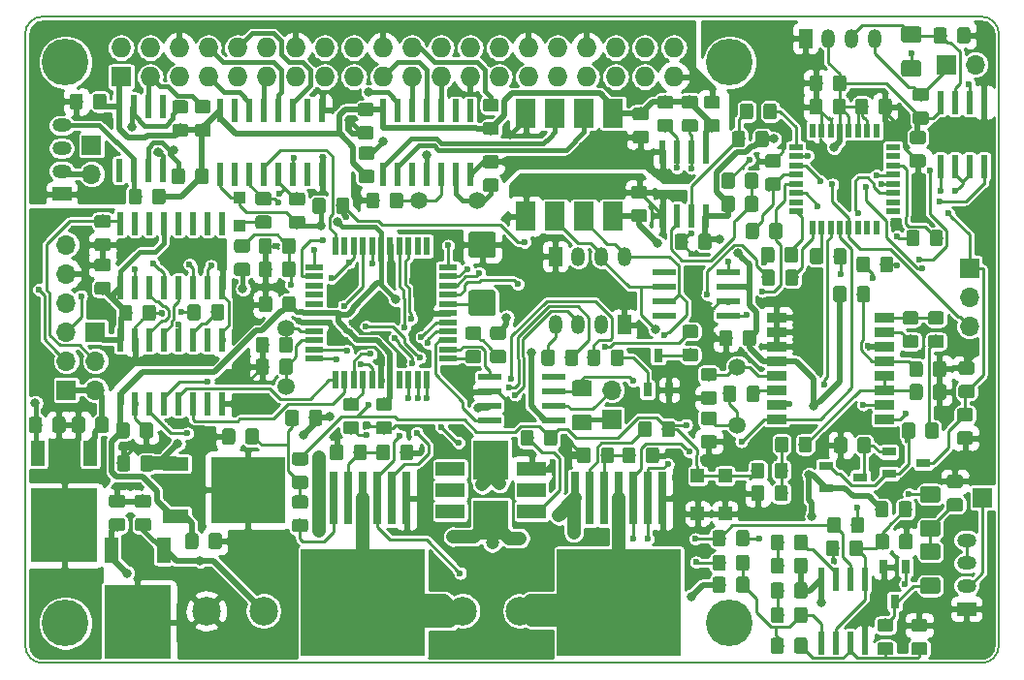
<source format=gtl>
G04 #@! TF.GenerationSoftware,KiCad,Pcbnew,5.1.2-f72e74a~84~ubuntu18.04.1*
G04 #@! TF.CreationDate,2019-06-19T19:43:24+02:00*
G04 #@! TF.ProjectId,AIOR,41494f52-2e6b-4696-9361-645f70636258,V1.1*
G04 #@! TF.SameCoordinates,Original*
G04 #@! TF.FileFunction,Copper,L1,Top*
G04 #@! TF.FilePolarity,Positive*
%FSLAX46Y46*%
G04 Gerber Fmt 4.6, Leading zero omitted, Abs format (unit mm)*
G04 Created by KiCad (PCBNEW 5.1.2-f72e74a~84~ubuntu18.04.1) date 2019-06-19 19:43:24*
%MOMM*%
%LPD*%
G04 APERTURE LIST*
%ADD10C,0.150000*%
%ADD11C,1.500000*%
%ADD12C,0.100000*%
%ADD13C,1.150000*%
%ADD14R,5.800000X6.400000*%
%ADD15R,1.200000X2.200000*%
%ADD16R,6.400000X5.800000*%
%ADD17R,2.200000X1.200000*%
%ADD18C,1.425000*%
%ADD19R,1.200000X0.800000*%
%ADD20R,1.600000X0.560000*%
%ADD21R,0.560000X1.600000*%
%ADD22R,0.599440X1.998980*%
%ADD23C,2.250000*%
%ADD24R,1.800000X2.500000*%
%ADD25O,1.699260X1.198880*%
%ADD26R,1.699260X1.198880*%
%ADD27O,1.700000X1.700000*%
%ADD28R,1.700000X1.700000*%
%ADD29R,1.727200X1.727200*%
%ADD30O,1.727200X1.727200*%
%ADD31C,4.064000*%
%ADD32R,1.000000X1.000000*%
%ADD33R,1.200000X1.200000*%
%ADD34R,0.800000X1.200000*%
%ADD35R,3.050000X3.500000*%
%ADD36R,2.500000X1.270000*%
%ADD37R,1.998980X0.599440*%
%ADD38R,0.600000X1.200000*%
%ADD39R,1.200000X0.600000*%
%ADD40R,1.700000X0.900000*%
%ADD41R,0.800000X4.600000*%
%ADD42R,10.800000X9.400000*%
%ADD43C,2.500000*%
%ADD44O,1.198880X1.699260*%
%ADD45R,1.198880X1.699260*%
%ADD46C,0.800000*%
%ADD47C,0.600000*%
%ADD48C,1.200000*%
%ADD49C,0.381000*%
%ADD50C,0.508000*%
%ADD51C,0.250000*%
%ADD52C,1.160000*%
%ADD53C,0.254000*%
G04 APERTURE END LIST*
D10*
X129500000Y-71500000D02*
X211500000Y-71500000D01*
X128000000Y-126500000D02*
X128000000Y-73000000D01*
X211500000Y-128000000D02*
X129500000Y-128000000D01*
X213000000Y-73000000D02*
X213000000Y-126500000D01*
X129500000Y-71500000D02*
G75*
G03X128000000Y-73000000I0J-1500000D01*
G01*
X128000000Y-126500000D02*
G75*
G03X129500000Y-128000000I1500000J0D01*
G01*
X211500000Y-128000000D02*
G75*
G03X213000000Y-126500000I0J1500000D01*
G01*
X213000000Y-73000000D02*
G75*
G03X211500000Y-71500000I-1500000J0D01*
G01*
D11*
X162407600Y-87579200D03*
X167487600Y-87579200D03*
D12*
G36*
X149267705Y-88894004D02*
G01*
X149291973Y-88897604D01*
X149315772Y-88903565D01*
X149338871Y-88911830D01*
X149361050Y-88922320D01*
X149382093Y-88934932D01*
X149401799Y-88949547D01*
X149419977Y-88966023D01*
X149436453Y-88984201D01*
X149451068Y-89003907D01*
X149463680Y-89024950D01*
X149474170Y-89047129D01*
X149482435Y-89070228D01*
X149488396Y-89094027D01*
X149491996Y-89118295D01*
X149493200Y-89142799D01*
X149493200Y-89792801D01*
X149491996Y-89817305D01*
X149488396Y-89841573D01*
X149482435Y-89865372D01*
X149474170Y-89888471D01*
X149463680Y-89910650D01*
X149451068Y-89931693D01*
X149436453Y-89951399D01*
X149419977Y-89969577D01*
X149401799Y-89986053D01*
X149382093Y-90000668D01*
X149361050Y-90013280D01*
X149338871Y-90023770D01*
X149315772Y-90032035D01*
X149291973Y-90037996D01*
X149267705Y-90041596D01*
X149243201Y-90042800D01*
X148343199Y-90042800D01*
X148318695Y-90041596D01*
X148294427Y-90037996D01*
X148270628Y-90032035D01*
X148247529Y-90023770D01*
X148225350Y-90013280D01*
X148204307Y-90000668D01*
X148184601Y-89986053D01*
X148166423Y-89969577D01*
X148149947Y-89951399D01*
X148135332Y-89931693D01*
X148122720Y-89910650D01*
X148112230Y-89888471D01*
X148103965Y-89865372D01*
X148098004Y-89841573D01*
X148094404Y-89817305D01*
X148093200Y-89792801D01*
X148093200Y-89142799D01*
X148094404Y-89118295D01*
X148098004Y-89094027D01*
X148103965Y-89070228D01*
X148112230Y-89047129D01*
X148122720Y-89024950D01*
X148135332Y-89003907D01*
X148149947Y-88984201D01*
X148166423Y-88966023D01*
X148184601Y-88949547D01*
X148204307Y-88934932D01*
X148225350Y-88922320D01*
X148247529Y-88911830D01*
X148270628Y-88903565D01*
X148294427Y-88897604D01*
X148318695Y-88894004D01*
X148343199Y-88892800D01*
X149243201Y-88892800D01*
X149267705Y-88894004D01*
X149267705Y-88894004D01*
G37*
D13*
X148793200Y-89467800D03*
D12*
G36*
X149267705Y-86844004D02*
G01*
X149291973Y-86847604D01*
X149315772Y-86853565D01*
X149338871Y-86861830D01*
X149361050Y-86872320D01*
X149382093Y-86884932D01*
X149401799Y-86899547D01*
X149419977Y-86916023D01*
X149436453Y-86934201D01*
X149451068Y-86953907D01*
X149463680Y-86974950D01*
X149474170Y-86997129D01*
X149482435Y-87020228D01*
X149488396Y-87044027D01*
X149491996Y-87068295D01*
X149493200Y-87092799D01*
X149493200Y-87742801D01*
X149491996Y-87767305D01*
X149488396Y-87791573D01*
X149482435Y-87815372D01*
X149474170Y-87838471D01*
X149463680Y-87860650D01*
X149451068Y-87881693D01*
X149436453Y-87901399D01*
X149419977Y-87919577D01*
X149401799Y-87936053D01*
X149382093Y-87950668D01*
X149361050Y-87963280D01*
X149338871Y-87973770D01*
X149315772Y-87982035D01*
X149291973Y-87987996D01*
X149267705Y-87991596D01*
X149243201Y-87992800D01*
X148343199Y-87992800D01*
X148318695Y-87991596D01*
X148294427Y-87987996D01*
X148270628Y-87982035D01*
X148247529Y-87973770D01*
X148225350Y-87963280D01*
X148204307Y-87950668D01*
X148184601Y-87936053D01*
X148166423Y-87919577D01*
X148149947Y-87901399D01*
X148135332Y-87881693D01*
X148122720Y-87860650D01*
X148112230Y-87838471D01*
X148103965Y-87815372D01*
X148098004Y-87791573D01*
X148094404Y-87767305D01*
X148093200Y-87742801D01*
X148093200Y-87092799D01*
X148094404Y-87068295D01*
X148098004Y-87044027D01*
X148103965Y-87020228D01*
X148112230Y-86997129D01*
X148122720Y-86974950D01*
X148135332Y-86953907D01*
X148149947Y-86934201D01*
X148166423Y-86916023D01*
X148184601Y-86899547D01*
X148204307Y-86884932D01*
X148225350Y-86872320D01*
X148247529Y-86861830D01*
X148270628Y-86853565D01*
X148294427Y-86847604D01*
X148318695Y-86844004D01*
X148343199Y-86842800D01*
X149243201Y-86842800D01*
X149267705Y-86844004D01*
X149267705Y-86844004D01*
G37*
D13*
X148793200Y-87417800D03*
D14*
X131394200Y-115968200D03*
D15*
X129114200Y-109668200D03*
X133674200Y-109668200D03*
D16*
X147438800Y-112877600D03*
D17*
X141138800Y-115157600D03*
X141138800Y-110597600D03*
D14*
X137795000Y-124451800D03*
D15*
X135515000Y-118151800D03*
X140075000Y-118151800D03*
D12*
G36*
X177249504Y-103288704D02*
G01*
X177273773Y-103292304D01*
X177297571Y-103298265D01*
X177320671Y-103306530D01*
X177342849Y-103317020D01*
X177363893Y-103329633D01*
X177383598Y-103344247D01*
X177401777Y-103360723D01*
X177418253Y-103378902D01*
X177432867Y-103398607D01*
X177445480Y-103419651D01*
X177455970Y-103441829D01*
X177464235Y-103464929D01*
X177470196Y-103488727D01*
X177473796Y-103512996D01*
X177475000Y-103537500D01*
X177475000Y-104462500D01*
X177473796Y-104487004D01*
X177470196Y-104511273D01*
X177464235Y-104535071D01*
X177455970Y-104558171D01*
X177445480Y-104580349D01*
X177432867Y-104601393D01*
X177418253Y-104621098D01*
X177401777Y-104639277D01*
X177383598Y-104655753D01*
X177363893Y-104670367D01*
X177342849Y-104682980D01*
X177320671Y-104693470D01*
X177297571Y-104701735D01*
X177273773Y-104707696D01*
X177249504Y-104711296D01*
X177225000Y-104712500D01*
X175975000Y-104712500D01*
X175950496Y-104711296D01*
X175926227Y-104707696D01*
X175902429Y-104701735D01*
X175879329Y-104693470D01*
X175857151Y-104682980D01*
X175836107Y-104670367D01*
X175816402Y-104655753D01*
X175798223Y-104639277D01*
X175781747Y-104621098D01*
X175767133Y-104601393D01*
X175754520Y-104580349D01*
X175744030Y-104558171D01*
X175735765Y-104535071D01*
X175729804Y-104511273D01*
X175726204Y-104487004D01*
X175725000Y-104462500D01*
X175725000Y-103537500D01*
X175726204Y-103512996D01*
X175729804Y-103488727D01*
X175735765Y-103464929D01*
X175744030Y-103441829D01*
X175754520Y-103419651D01*
X175767133Y-103398607D01*
X175781747Y-103378902D01*
X175798223Y-103360723D01*
X175816402Y-103344247D01*
X175836107Y-103329633D01*
X175857151Y-103317020D01*
X175879329Y-103306530D01*
X175902429Y-103298265D01*
X175926227Y-103292304D01*
X175950496Y-103288704D01*
X175975000Y-103287500D01*
X177225000Y-103287500D01*
X177249504Y-103288704D01*
X177249504Y-103288704D01*
G37*
D18*
X176600000Y-104000000D03*
D12*
G36*
X177249504Y-106263704D02*
G01*
X177273773Y-106267304D01*
X177297571Y-106273265D01*
X177320671Y-106281530D01*
X177342849Y-106292020D01*
X177363893Y-106304633D01*
X177383598Y-106319247D01*
X177401777Y-106335723D01*
X177418253Y-106353902D01*
X177432867Y-106373607D01*
X177445480Y-106394651D01*
X177455970Y-106416829D01*
X177464235Y-106439929D01*
X177470196Y-106463727D01*
X177473796Y-106487996D01*
X177475000Y-106512500D01*
X177475000Y-107437500D01*
X177473796Y-107462004D01*
X177470196Y-107486273D01*
X177464235Y-107510071D01*
X177455970Y-107533171D01*
X177445480Y-107555349D01*
X177432867Y-107576393D01*
X177418253Y-107596098D01*
X177401777Y-107614277D01*
X177383598Y-107630753D01*
X177363893Y-107645367D01*
X177342849Y-107657980D01*
X177320671Y-107668470D01*
X177297571Y-107676735D01*
X177273773Y-107682696D01*
X177249504Y-107686296D01*
X177225000Y-107687500D01*
X175975000Y-107687500D01*
X175950496Y-107686296D01*
X175926227Y-107682696D01*
X175902429Y-107676735D01*
X175879329Y-107668470D01*
X175857151Y-107657980D01*
X175836107Y-107645367D01*
X175816402Y-107630753D01*
X175798223Y-107614277D01*
X175781747Y-107596098D01*
X175767133Y-107576393D01*
X175754520Y-107555349D01*
X175744030Y-107533171D01*
X175735765Y-107510071D01*
X175729804Y-107486273D01*
X175726204Y-107462004D01*
X175725000Y-107437500D01*
X175725000Y-106512500D01*
X175726204Y-106487996D01*
X175729804Y-106463727D01*
X175735765Y-106439929D01*
X175744030Y-106416829D01*
X175754520Y-106394651D01*
X175767133Y-106373607D01*
X175781747Y-106353902D01*
X175798223Y-106335723D01*
X175816402Y-106319247D01*
X175836107Y-106304633D01*
X175857151Y-106292020D01*
X175879329Y-106281530D01*
X175902429Y-106273265D01*
X175926227Y-106267304D01*
X175950496Y-106263704D01*
X175975000Y-106262500D01*
X177225000Y-106262500D01*
X177249504Y-106263704D01*
X177249504Y-106263704D01*
G37*
D18*
X176600000Y-106975000D03*
D12*
G36*
X206008504Y-72350204D02*
G01*
X206032773Y-72353804D01*
X206056571Y-72359765D01*
X206079671Y-72368030D01*
X206101849Y-72378520D01*
X206122893Y-72391133D01*
X206142598Y-72405747D01*
X206160777Y-72422223D01*
X206177253Y-72440402D01*
X206191867Y-72460107D01*
X206204480Y-72481151D01*
X206214970Y-72503329D01*
X206223235Y-72526429D01*
X206229196Y-72550227D01*
X206232796Y-72574496D01*
X206234000Y-72599000D01*
X206234000Y-73524000D01*
X206232796Y-73548504D01*
X206229196Y-73572773D01*
X206223235Y-73596571D01*
X206214970Y-73619671D01*
X206204480Y-73641849D01*
X206191867Y-73662893D01*
X206177253Y-73682598D01*
X206160777Y-73700777D01*
X206142598Y-73717253D01*
X206122893Y-73731867D01*
X206101849Y-73744480D01*
X206079671Y-73754970D01*
X206056571Y-73763235D01*
X206032773Y-73769196D01*
X206008504Y-73772796D01*
X205984000Y-73774000D01*
X204734000Y-73774000D01*
X204709496Y-73772796D01*
X204685227Y-73769196D01*
X204661429Y-73763235D01*
X204638329Y-73754970D01*
X204616151Y-73744480D01*
X204595107Y-73731867D01*
X204575402Y-73717253D01*
X204557223Y-73700777D01*
X204540747Y-73682598D01*
X204526133Y-73662893D01*
X204513520Y-73641849D01*
X204503030Y-73619671D01*
X204494765Y-73596571D01*
X204488804Y-73572773D01*
X204485204Y-73548504D01*
X204484000Y-73524000D01*
X204484000Y-72599000D01*
X204485204Y-72574496D01*
X204488804Y-72550227D01*
X204494765Y-72526429D01*
X204503030Y-72503329D01*
X204513520Y-72481151D01*
X204526133Y-72460107D01*
X204540747Y-72440402D01*
X204557223Y-72422223D01*
X204575402Y-72405747D01*
X204595107Y-72391133D01*
X204616151Y-72378520D01*
X204638329Y-72368030D01*
X204661429Y-72359765D01*
X204685227Y-72353804D01*
X204709496Y-72350204D01*
X204734000Y-72349000D01*
X205984000Y-72349000D01*
X206008504Y-72350204D01*
X206008504Y-72350204D01*
G37*
D18*
X205359000Y-73061500D03*
D12*
G36*
X206008504Y-75325204D02*
G01*
X206032773Y-75328804D01*
X206056571Y-75334765D01*
X206079671Y-75343030D01*
X206101849Y-75353520D01*
X206122893Y-75366133D01*
X206142598Y-75380747D01*
X206160777Y-75397223D01*
X206177253Y-75415402D01*
X206191867Y-75435107D01*
X206204480Y-75456151D01*
X206214970Y-75478329D01*
X206223235Y-75501429D01*
X206229196Y-75525227D01*
X206232796Y-75549496D01*
X206234000Y-75574000D01*
X206234000Y-76499000D01*
X206232796Y-76523504D01*
X206229196Y-76547773D01*
X206223235Y-76571571D01*
X206214970Y-76594671D01*
X206204480Y-76616849D01*
X206191867Y-76637893D01*
X206177253Y-76657598D01*
X206160777Y-76675777D01*
X206142598Y-76692253D01*
X206122893Y-76706867D01*
X206101849Y-76719480D01*
X206079671Y-76729970D01*
X206056571Y-76738235D01*
X206032773Y-76744196D01*
X206008504Y-76747796D01*
X205984000Y-76749000D01*
X204734000Y-76749000D01*
X204709496Y-76747796D01*
X204685227Y-76744196D01*
X204661429Y-76738235D01*
X204638329Y-76729970D01*
X204616151Y-76719480D01*
X204595107Y-76706867D01*
X204575402Y-76692253D01*
X204557223Y-76675777D01*
X204540747Y-76657598D01*
X204526133Y-76637893D01*
X204513520Y-76616849D01*
X204503030Y-76594671D01*
X204494765Y-76571571D01*
X204488804Y-76547773D01*
X204485204Y-76523504D01*
X204484000Y-76499000D01*
X204484000Y-75574000D01*
X204485204Y-75549496D01*
X204488804Y-75525227D01*
X204494765Y-75501429D01*
X204503030Y-75478329D01*
X204513520Y-75456151D01*
X204526133Y-75435107D01*
X204540747Y-75415402D01*
X204557223Y-75397223D01*
X204575402Y-75380747D01*
X204595107Y-75366133D01*
X204616151Y-75353520D01*
X204638329Y-75343030D01*
X204661429Y-75334765D01*
X204685227Y-75328804D01*
X204709496Y-75325204D01*
X204734000Y-75324000D01*
X205984000Y-75324000D01*
X206008504Y-75325204D01*
X206008504Y-75325204D01*
G37*
D18*
X205359000Y-76036500D03*
D12*
G36*
X207659504Y-115533404D02*
G01*
X207683773Y-115537004D01*
X207707571Y-115542965D01*
X207730671Y-115551230D01*
X207752849Y-115561720D01*
X207773893Y-115574333D01*
X207793598Y-115588947D01*
X207811777Y-115605423D01*
X207828253Y-115623602D01*
X207842867Y-115643307D01*
X207855480Y-115664351D01*
X207865970Y-115686529D01*
X207874235Y-115709629D01*
X207880196Y-115733427D01*
X207883796Y-115757696D01*
X207885000Y-115782200D01*
X207885000Y-116707200D01*
X207883796Y-116731704D01*
X207880196Y-116755973D01*
X207874235Y-116779771D01*
X207865970Y-116802871D01*
X207855480Y-116825049D01*
X207842867Y-116846093D01*
X207828253Y-116865798D01*
X207811777Y-116883977D01*
X207793598Y-116900453D01*
X207773893Y-116915067D01*
X207752849Y-116927680D01*
X207730671Y-116938170D01*
X207707571Y-116946435D01*
X207683773Y-116952396D01*
X207659504Y-116955996D01*
X207635000Y-116957200D01*
X206385000Y-116957200D01*
X206360496Y-116955996D01*
X206336227Y-116952396D01*
X206312429Y-116946435D01*
X206289329Y-116938170D01*
X206267151Y-116927680D01*
X206246107Y-116915067D01*
X206226402Y-116900453D01*
X206208223Y-116883977D01*
X206191747Y-116865798D01*
X206177133Y-116846093D01*
X206164520Y-116825049D01*
X206154030Y-116802871D01*
X206145765Y-116779771D01*
X206139804Y-116755973D01*
X206136204Y-116731704D01*
X206135000Y-116707200D01*
X206135000Y-115782200D01*
X206136204Y-115757696D01*
X206139804Y-115733427D01*
X206145765Y-115709629D01*
X206154030Y-115686529D01*
X206164520Y-115664351D01*
X206177133Y-115643307D01*
X206191747Y-115623602D01*
X206208223Y-115605423D01*
X206226402Y-115588947D01*
X206246107Y-115574333D01*
X206267151Y-115561720D01*
X206289329Y-115551230D01*
X206312429Y-115542965D01*
X206336227Y-115537004D01*
X206360496Y-115533404D01*
X206385000Y-115532200D01*
X207635000Y-115532200D01*
X207659504Y-115533404D01*
X207659504Y-115533404D01*
G37*
D18*
X207010000Y-116244700D03*
D12*
G36*
X207659504Y-112558404D02*
G01*
X207683773Y-112562004D01*
X207707571Y-112567965D01*
X207730671Y-112576230D01*
X207752849Y-112586720D01*
X207773893Y-112599333D01*
X207793598Y-112613947D01*
X207811777Y-112630423D01*
X207828253Y-112648602D01*
X207842867Y-112668307D01*
X207855480Y-112689351D01*
X207865970Y-112711529D01*
X207874235Y-112734629D01*
X207880196Y-112758427D01*
X207883796Y-112782696D01*
X207885000Y-112807200D01*
X207885000Y-113732200D01*
X207883796Y-113756704D01*
X207880196Y-113780973D01*
X207874235Y-113804771D01*
X207865970Y-113827871D01*
X207855480Y-113850049D01*
X207842867Y-113871093D01*
X207828253Y-113890798D01*
X207811777Y-113908977D01*
X207793598Y-113925453D01*
X207773893Y-113940067D01*
X207752849Y-113952680D01*
X207730671Y-113963170D01*
X207707571Y-113971435D01*
X207683773Y-113977396D01*
X207659504Y-113980996D01*
X207635000Y-113982200D01*
X206385000Y-113982200D01*
X206360496Y-113980996D01*
X206336227Y-113977396D01*
X206312429Y-113971435D01*
X206289329Y-113963170D01*
X206267151Y-113952680D01*
X206246107Y-113940067D01*
X206226402Y-113925453D01*
X206208223Y-113908977D01*
X206191747Y-113890798D01*
X206177133Y-113871093D01*
X206164520Y-113850049D01*
X206154030Y-113827871D01*
X206145765Y-113804771D01*
X206139804Y-113780973D01*
X206136204Y-113756704D01*
X206135000Y-113732200D01*
X206135000Y-112807200D01*
X206136204Y-112782696D01*
X206139804Y-112758427D01*
X206145765Y-112734629D01*
X206154030Y-112711529D01*
X206164520Y-112689351D01*
X206177133Y-112668307D01*
X206191747Y-112648602D01*
X206208223Y-112630423D01*
X206226402Y-112613947D01*
X206246107Y-112599333D01*
X206267151Y-112586720D01*
X206289329Y-112576230D01*
X206312429Y-112567965D01*
X206336227Y-112562004D01*
X206360496Y-112558404D01*
X206385000Y-112557200D01*
X207635000Y-112557200D01*
X207659504Y-112558404D01*
X207659504Y-112558404D01*
G37*
D18*
X207010000Y-113269700D03*
D12*
G36*
X207659504Y-120537204D02*
G01*
X207683773Y-120540804D01*
X207707571Y-120546765D01*
X207730671Y-120555030D01*
X207752849Y-120565520D01*
X207773893Y-120578133D01*
X207793598Y-120592747D01*
X207811777Y-120609223D01*
X207828253Y-120627402D01*
X207842867Y-120647107D01*
X207855480Y-120668151D01*
X207865970Y-120690329D01*
X207874235Y-120713429D01*
X207880196Y-120737227D01*
X207883796Y-120761496D01*
X207885000Y-120786000D01*
X207885000Y-121711000D01*
X207883796Y-121735504D01*
X207880196Y-121759773D01*
X207874235Y-121783571D01*
X207865970Y-121806671D01*
X207855480Y-121828849D01*
X207842867Y-121849893D01*
X207828253Y-121869598D01*
X207811777Y-121887777D01*
X207793598Y-121904253D01*
X207773893Y-121918867D01*
X207752849Y-121931480D01*
X207730671Y-121941970D01*
X207707571Y-121950235D01*
X207683773Y-121956196D01*
X207659504Y-121959796D01*
X207635000Y-121961000D01*
X206385000Y-121961000D01*
X206360496Y-121959796D01*
X206336227Y-121956196D01*
X206312429Y-121950235D01*
X206289329Y-121941970D01*
X206267151Y-121931480D01*
X206246107Y-121918867D01*
X206226402Y-121904253D01*
X206208223Y-121887777D01*
X206191747Y-121869598D01*
X206177133Y-121849893D01*
X206164520Y-121828849D01*
X206154030Y-121806671D01*
X206145765Y-121783571D01*
X206139804Y-121759773D01*
X206136204Y-121735504D01*
X206135000Y-121711000D01*
X206135000Y-120786000D01*
X206136204Y-120761496D01*
X206139804Y-120737227D01*
X206145765Y-120713429D01*
X206154030Y-120690329D01*
X206164520Y-120668151D01*
X206177133Y-120647107D01*
X206191747Y-120627402D01*
X206208223Y-120609223D01*
X206226402Y-120592747D01*
X206246107Y-120578133D01*
X206267151Y-120565520D01*
X206289329Y-120555030D01*
X206312429Y-120546765D01*
X206336227Y-120540804D01*
X206360496Y-120537204D01*
X206385000Y-120536000D01*
X207635000Y-120536000D01*
X207659504Y-120537204D01*
X207659504Y-120537204D01*
G37*
D18*
X207010000Y-121248500D03*
D12*
G36*
X207659504Y-117562204D02*
G01*
X207683773Y-117565804D01*
X207707571Y-117571765D01*
X207730671Y-117580030D01*
X207752849Y-117590520D01*
X207773893Y-117603133D01*
X207793598Y-117617747D01*
X207811777Y-117634223D01*
X207828253Y-117652402D01*
X207842867Y-117672107D01*
X207855480Y-117693151D01*
X207865970Y-117715329D01*
X207874235Y-117738429D01*
X207880196Y-117762227D01*
X207883796Y-117786496D01*
X207885000Y-117811000D01*
X207885000Y-118736000D01*
X207883796Y-118760504D01*
X207880196Y-118784773D01*
X207874235Y-118808571D01*
X207865970Y-118831671D01*
X207855480Y-118853849D01*
X207842867Y-118874893D01*
X207828253Y-118894598D01*
X207811777Y-118912777D01*
X207793598Y-118929253D01*
X207773893Y-118943867D01*
X207752849Y-118956480D01*
X207730671Y-118966970D01*
X207707571Y-118975235D01*
X207683773Y-118981196D01*
X207659504Y-118984796D01*
X207635000Y-118986000D01*
X206385000Y-118986000D01*
X206360496Y-118984796D01*
X206336227Y-118981196D01*
X206312429Y-118975235D01*
X206289329Y-118966970D01*
X206267151Y-118956480D01*
X206246107Y-118943867D01*
X206226402Y-118929253D01*
X206208223Y-118912777D01*
X206191747Y-118894598D01*
X206177133Y-118874893D01*
X206164520Y-118853849D01*
X206154030Y-118831671D01*
X206145765Y-118808571D01*
X206139804Y-118784773D01*
X206136204Y-118760504D01*
X206135000Y-118736000D01*
X206135000Y-117811000D01*
X206136204Y-117786496D01*
X206139804Y-117762227D01*
X206145765Y-117738429D01*
X206154030Y-117715329D01*
X206164520Y-117693151D01*
X206177133Y-117672107D01*
X206191747Y-117652402D01*
X206208223Y-117634223D01*
X206226402Y-117617747D01*
X206246107Y-117603133D01*
X206267151Y-117590520D01*
X206289329Y-117580030D01*
X206312429Y-117571765D01*
X206336227Y-117565804D01*
X206360496Y-117562204D01*
X206385000Y-117561000D01*
X207635000Y-117561000D01*
X207659504Y-117562204D01*
X207659504Y-117562204D01*
G37*
D18*
X207010000Y-118273500D03*
D12*
G36*
X190624505Y-81501204D02*
G01*
X190648773Y-81504804D01*
X190672572Y-81510765D01*
X190695671Y-81519030D01*
X190717850Y-81529520D01*
X190738893Y-81542132D01*
X190758599Y-81556747D01*
X190776777Y-81573223D01*
X190793253Y-81591401D01*
X190807868Y-81611107D01*
X190820480Y-81632150D01*
X190830970Y-81654329D01*
X190839235Y-81677428D01*
X190845196Y-81701227D01*
X190848796Y-81725495D01*
X190850000Y-81749999D01*
X190850000Y-82650001D01*
X190848796Y-82674505D01*
X190845196Y-82698773D01*
X190839235Y-82722572D01*
X190830970Y-82745671D01*
X190820480Y-82767850D01*
X190807868Y-82788893D01*
X190793253Y-82808599D01*
X190776777Y-82826777D01*
X190758599Y-82843253D01*
X190738893Y-82857868D01*
X190717850Y-82870480D01*
X190695671Y-82880970D01*
X190672572Y-82889235D01*
X190648773Y-82895196D01*
X190624505Y-82898796D01*
X190600001Y-82900000D01*
X189949999Y-82900000D01*
X189925495Y-82898796D01*
X189901227Y-82895196D01*
X189877428Y-82889235D01*
X189854329Y-82880970D01*
X189832150Y-82870480D01*
X189811107Y-82857868D01*
X189791401Y-82843253D01*
X189773223Y-82826777D01*
X189756747Y-82808599D01*
X189742132Y-82788893D01*
X189729520Y-82767850D01*
X189719030Y-82745671D01*
X189710765Y-82722572D01*
X189704804Y-82698773D01*
X189701204Y-82674505D01*
X189700000Y-82650001D01*
X189700000Y-81749999D01*
X189701204Y-81725495D01*
X189704804Y-81701227D01*
X189710765Y-81677428D01*
X189719030Y-81654329D01*
X189729520Y-81632150D01*
X189742132Y-81611107D01*
X189756747Y-81591401D01*
X189773223Y-81573223D01*
X189791401Y-81556747D01*
X189811107Y-81542132D01*
X189832150Y-81529520D01*
X189854329Y-81519030D01*
X189877428Y-81510765D01*
X189901227Y-81504804D01*
X189925495Y-81501204D01*
X189949999Y-81500000D01*
X190600001Y-81500000D01*
X190624505Y-81501204D01*
X190624505Y-81501204D01*
G37*
D13*
X190275000Y-82200000D03*
D12*
G36*
X192674505Y-81501204D02*
G01*
X192698773Y-81504804D01*
X192722572Y-81510765D01*
X192745671Y-81519030D01*
X192767850Y-81529520D01*
X192788893Y-81542132D01*
X192808599Y-81556747D01*
X192826777Y-81573223D01*
X192843253Y-81591401D01*
X192857868Y-81611107D01*
X192870480Y-81632150D01*
X192880970Y-81654329D01*
X192889235Y-81677428D01*
X192895196Y-81701227D01*
X192898796Y-81725495D01*
X192900000Y-81749999D01*
X192900000Y-82650001D01*
X192898796Y-82674505D01*
X192895196Y-82698773D01*
X192889235Y-82722572D01*
X192880970Y-82745671D01*
X192870480Y-82767850D01*
X192857868Y-82788893D01*
X192843253Y-82808599D01*
X192826777Y-82826777D01*
X192808599Y-82843253D01*
X192788893Y-82857868D01*
X192767850Y-82870480D01*
X192745671Y-82880970D01*
X192722572Y-82889235D01*
X192698773Y-82895196D01*
X192674505Y-82898796D01*
X192650001Y-82900000D01*
X191999999Y-82900000D01*
X191975495Y-82898796D01*
X191951227Y-82895196D01*
X191927428Y-82889235D01*
X191904329Y-82880970D01*
X191882150Y-82870480D01*
X191861107Y-82857868D01*
X191841401Y-82843253D01*
X191823223Y-82826777D01*
X191806747Y-82808599D01*
X191792132Y-82788893D01*
X191779520Y-82767850D01*
X191769030Y-82745671D01*
X191760765Y-82722572D01*
X191754804Y-82698773D01*
X191751204Y-82674505D01*
X191750000Y-82650001D01*
X191750000Y-81749999D01*
X191751204Y-81725495D01*
X191754804Y-81701227D01*
X191760765Y-81677428D01*
X191769030Y-81654329D01*
X191779520Y-81632150D01*
X191792132Y-81611107D01*
X191806747Y-81591401D01*
X191823223Y-81573223D01*
X191841401Y-81556747D01*
X191861107Y-81542132D01*
X191882150Y-81529520D01*
X191904329Y-81519030D01*
X191927428Y-81510765D01*
X191951227Y-81504804D01*
X191975495Y-81501204D01*
X191999999Y-81500000D01*
X192650001Y-81500000D01*
X192674505Y-81501204D01*
X192674505Y-81501204D01*
G37*
D13*
X192325000Y-82200000D03*
D19*
X203414500Y-109550000D03*
X203414500Y-111450000D03*
X206414500Y-110500000D03*
D12*
G36*
X197384705Y-78676204D02*
G01*
X197408973Y-78679804D01*
X197432772Y-78685765D01*
X197455871Y-78694030D01*
X197478050Y-78704520D01*
X197499093Y-78717132D01*
X197518799Y-78731747D01*
X197536977Y-78748223D01*
X197553453Y-78766401D01*
X197568068Y-78786107D01*
X197580680Y-78807150D01*
X197591170Y-78829329D01*
X197599435Y-78852428D01*
X197605396Y-78876227D01*
X197608996Y-78900495D01*
X197610200Y-78924999D01*
X197610200Y-79825001D01*
X197608996Y-79849505D01*
X197605396Y-79873773D01*
X197599435Y-79897572D01*
X197591170Y-79920671D01*
X197580680Y-79942850D01*
X197568068Y-79963893D01*
X197553453Y-79983599D01*
X197536977Y-80001777D01*
X197518799Y-80018253D01*
X197499093Y-80032868D01*
X197478050Y-80045480D01*
X197455871Y-80055970D01*
X197432772Y-80064235D01*
X197408973Y-80070196D01*
X197384705Y-80073796D01*
X197360201Y-80075000D01*
X196710199Y-80075000D01*
X196685695Y-80073796D01*
X196661427Y-80070196D01*
X196637628Y-80064235D01*
X196614529Y-80055970D01*
X196592350Y-80045480D01*
X196571307Y-80032868D01*
X196551601Y-80018253D01*
X196533423Y-80001777D01*
X196516947Y-79983599D01*
X196502332Y-79963893D01*
X196489720Y-79942850D01*
X196479230Y-79920671D01*
X196470965Y-79897572D01*
X196465004Y-79873773D01*
X196461404Y-79849505D01*
X196460200Y-79825001D01*
X196460200Y-78924999D01*
X196461404Y-78900495D01*
X196465004Y-78876227D01*
X196470965Y-78852428D01*
X196479230Y-78829329D01*
X196489720Y-78807150D01*
X196502332Y-78786107D01*
X196516947Y-78766401D01*
X196533423Y-78748223D01*
X196551601Y-78731747D01*
X196571307Y-78717132D01*
X196592350Y-78704520D01*
X196614529Y-78694030D01*
X196637628Y-78685765D01*
X196661427Y-78679804D01*
X196685695Y-78676204D01*
X196710199Y-78675000D01*
X197360201Y-78675000D01*
X197384705Y-78676204D01*
X197384705Y-78676204D01*
G37*
D13*
X197035200Y-79375000D03*
D12*
G36*
X199434705Y-78676204D02*
G01*
X199458973Y-78679804D01*
X199482772Y-78685765D01*
X199505871Y-78694030D01*
X199528050Y-78704520D01*
X199549093Y-78717132D01*
X199568799Y-78731747D01*
X199586977Y-78748223D01*
X199603453Y-78766401D01*
X199618068Y-78786107D01*
X199630680Y-78807150D01*
X199641170Y-78829329D01*
X199649435Y-78852428D01*
X199655396Y-78876227D01*
X199658996Y-78900495D01*
X199660200Y-78924999D01*
X199660200Y-79825001D01*
X199658996Y-79849505D01*
X199655396Y-79873773D01*
X199649435Y-79897572D01*
X199641170Y-79920671D01*
X199630680Y-79942850D01*
X199618068Y-79963893D01*
X199603453Y-79983599D01*
X199586977Y-80001777D01*
X199568799Y-80018253D01*
X199549093Y-80032868D01*
X199528050Y-80045480D01*
X199505871Y-80055970D01*
X199482772Y-80064235D01*
X199458973Y-80070196D01*
X199434705Y-80073796D01*
X199410201Y-80075000D01*
X198760199Y-80075000D01*
X198735695Y-80073796D01*
X198711427Y-80070196D01*
X198687628Y-80064235D01*
X198664529Y-80055970D01*
X198642350Y-80045480D01*
X198621307Y-80032868D01*
X198601601Y-80018253D01*
X198583423Y-80001777D01*
X198566947Y-79983599D01*
X198552332Y-79963893D01*
X198539720Y-79942850D01*
X198529230Y-79920671D01*
X198520965Y-79897572D01*
X198515004Y-79873773D01*
X198511404Y-79849505D01*
X198510200Y-79825001D01*
X198510200Y-78924999D01*
X198511404Y-78900495D01*
X198515004Y-78876227D01*
X198520965Y-78852428D01*
X198529230Y-78829329D01*
X198539720Y-78807150D01*
X198552332Y-78786107D01*
X198566947Y-78766401D01*
X198583423Y-78748223D01*
X198601601Y-78731747D01*
X198621307Y-78717132D01*
X198642350Y-78704520D01*
X198664529Y-78694030D01*
X198687628Y-78685765D01*
X198711427Y-78679804D01*
X198735695Y-78676204D01*
X198760199Y-78675000D01*
X199410201Y-78675000D01*
X199434705Y-78676204D01*
X199434705Y-78676204D01*
G37*
D13*
X199085200Y-79375000D03*
D20*
X164917500Y-101409000D03*
X164917500Y-100609000D03*
X164917500Y-99809000D03*
X164917500Y-99009000D03*
X164917500Y-98209000D03*
X164917500Y-97409000D03*
X164917500Y-96609000D03*
X164917500Y-95809000D03*
X164917500Y-95009000D03*
X164917500Y-94209000D03*
X164917500Y-93409000D03*
D21*
X163067500Y-91559000D03*
X162267500Y-91559000D03*
X161467500Y-91559000D03*
X160667500Y-91559000D03*
X159867500Y-91559000D03*
X159067500Y-91559000D03*
X158267500Y-91559000D03*
X157467500Y-91559000D03*
X156667500Y-91559000D03*
X155867500Y-91559000D03*
X155067500Y-91559000D03*
D20*
X153217500Y-93409000D03*
X153217500Y-94209000D03*
X153217500Y-95009000D03*
X153217500Y-95809000D03*
X153217500Y-96609000D03*
X153217500Y-97409000D03*
X153217500Y-98209000D03*
X153217500Y-99009000D03*
X153217500Y-99809000D03*
X153217500Y-100609000D03*
X153217500Y-101409000D03*
D21*
X155067500Y-103259000D03*
X155867500Y-103259000D03*
X156667500Y-103259000D03*
X157467500Y-103259000D03*
X158267500Y-103259000D03*
X159067500Y-103259000D03*
X159867500Y-103259000D03*
X160667500Y-103259000D03*
X161467500Y-103259000D03*
X162267500Y-103259000D03*
X163067500Y-103259000D03*
D22*
X159258000Y-79706000D03*
X160528000Y-79706000D03*
X161798000Y-79706000D03*
X163068000Y-79706000D03*
X164338000Y-79706000D03*
X165608000Y-79706000D03*
X166878000Y-79706000D03*
X166878000Y-85294000D03*
X165608000Y-85294000D03*
X164338000Y-85294000D03*
X163068000Y-85294000D03*
X161798000Y-85294000D03*
X160528000Y-85294000D03*
X159258000Y-85294000D03*
D12*
G36*
X182211505Y-81477204D02*
G01*
X182235773Y-81480804D01*
X182259572Y-81486765D01*
X182282671Y-81495030D01*
X182304850Y-81505520D01*
X182325893Y-81518132D01*
X182345599Y-81532747D01*
X182363777Y-81549223D01*
X182380253Y-81567401D01*
X182394868Y-81587107D01*
X182407480Y-81608150D01*
X182417970Y-81630329D01*
X182426235Y-81653428D01*
X182432196Y-81677227D01*
X182435796Y-81701495D01*
X182437000Y-81725999D01*
X182437000Y-82376001D01*
X182435796Y-82400505D01*
X182432196Y-82424773D01*
X182426235Y-82448572D01*
X182417970Y-82471671D01*
X182407480Y-82493850D01*
X182394868Y-82514893D01*
X182380253Y-82534599D01*
X182363777Y-82552777D01*
X182345599Y-82569253D01*
X182325893Y-82583868D01*
X182304850Y-82596480D01*
X182282671Y-82606970D01*
X182259572Y-82615235D01*
X182235773Y-82621196D01*
X182211505Y-82624796D01*
X182187001Y-82626000D01*
X181286999Y-82626000D01*
X181262495Y-82624796D01*
X181238227Y-82621196D01*
X181214428Y-82615235D01*
X181191329Y-82606970D01*
X181169150Y-82596480D01*
X181148107Y-82583868D01*
X181128401Y-82569253D01*
X181110223Y-82552777D01*
X181093747Y-82534599D01*
X181079132Y-82514893D01*
X181066520Y-82493850D01*
X181056030Y-82471671D01*
X181047765Y-82448572D01*
X181041804Y-82424773D01*
X181038204Y-82400505D01*
X181037000Y-82376001D01*
X181037000Y-81725999D01*
X181038204Y-81701495D01*
X181041804Y-81677227D01*
X181047765Y-81653428D01*
X181056030Y-81630329D01*
X181066520Y-81608150D01*
X181079132Y-81587107D01*
X181093747Y-81567401D01*
X181110223Y-81549223D01*
X181128401Y-81532747D01*
X181148107Y-81518132D01*
X181169150Y-81505520D01*
X181191329Y-81495030D01*
X181214428Y-81486765D01*
X181238227Y-81480804D01*
X181262495Y-81477204D01*
X181286999Y-81476000D01*
X182187001Y-81476000D01*
X182211505Y-81477204D01*
X182211505Y-81477204D01*
G37*
D13*
X181737000Y-82051000D03*
D12*
G36*
X182211505Y-79427204D02*
G01*
X182235773Y-79430804D01*
X182259572Y-79436765D01*
X182282671Y-79445030D01*
X182304850Y-79455520D01*
X182325893Y-79468132D01*
X182345599Y-79482747D01*
X182363777Y-79499223D01*
X182380253Y-79517401D01*
X182394868Y-79537107D01*
X182407480Y-79558150D01*
X182417970Y-79580329D01*
X182426235Y-79603428D01*
X182432196Y-79627227D01*
X182435796Y-79651495D01*
X182437000Y-79675999D01*
X182437000Y-80326001D01*
X182435796Y-80350505D01*
X182432196Y-80374773D01*
X182426235Y-80398572D01*
X182417970Y-80421671D01*
X182407480Y-80443850D01*
X182394868Y-80464893D01*
X182380253Y-80484599D01*
X182363777Y-80502777D01*
X182345599Y-80519253D01*
X182325893Y-80533868D01*
X182304850Y-80546480D01*
X182282671Y-80556970D01*
X182259572Y-80565235D01*
X182235773Y-80571196D01*
X182211505Y-80574796D01*
X182187001Y-80576000D01*
X181286999Y-80576000D01*
X181262495Y-80574796D01*
X181238227Y-80571196D01*
X181214428Y-80565235D01*
X181191329Y-80556970D01*
X181169150Y-80546480D01*
X181148107Y-80533868D01*
X181128401Y-80519253D01*
X181110223Y-80502777D01*
X181093747Y-80484599D01*
X181079132Y-80464893D01*
X181066520Y-80443850D01*
X181056030Y-80421671D01*
X181047765Y-80398572D01*
X181041804Y-80374773D01*
X181038204Y-80350505D01*
X181037000Y-80326001D01*
X181037000Y-79675999D01*
X181038204Y-79651495D01*
X181041804Y-79627227D01*
X181047765Y-79603428D01*
X181056030Y-79580329D01*
X181066520Y-79558150D01*
X181079132Y-79537107D01*
X181093747Y-79517401D01*
X181110223Y-79499223D01*
X181128401Y-79482747D01*
X181148107Y-79468132D01*
X181169150Y-79455520D01*
X181191329Y-79445030D01*
X181214428Y-79436765D01*
X181238227Y-79430804D01*
X181262495Y-79427204D01*
X181286999Y-79426000D01*
X182187001Y-79426000D01*
X182211505Y-79427204D01*
X182211505Y-79427204D01*
G37*
D13*
X181737000Y-80001000D03*
D12*
G36*
X189724505Y-87185204D02*
G01*
X189748773Y-87188804D01*
X189772572Y-87194765D01*
X189795671Y-87203030D01*
X189817850Y-87213520D01*
X189838893Y-87226132D01*
X189858599Y-87240747D01*
X189876777Y-87257223D01*
X189893253Y-87275401D01*
X189907868Y-87295107D01*
X189920480Y-87316150D01*
X189930970Y-87338329D01*
X189939235Y-87361428D01*
X189945196Y-87385227D01*
X189948796Y-87409495D01*
X189950000Y-87433999D01*
X189950000Y-88334001D01*
X189948796Y-88358505D01*
X189945196Y-88382773D01*
X189939235Y-88406572D01*
X189930970Y-88429671D01*
X189920480Y-88451850D01*
X189907868Y-88472893D01*
X189893253Y-88492599D01*
X189876777Y-88510777D01*
X189858599Y-88527253D01*
X189838893Y-88541868D01*
X189817850Y-88554480D01*
X189795671Y-88564970D01*
X189772572Y-88573235D01*
X189748773Y-88579196D01*
X189724505Y-88582796D01*
X189700001Y-88584000D01*
X189049999Y-88584000D01*
X189025495Y-88582796D01*
X189001227Y-88579196D01*
X188977428Y-88573235D01*
X188954329Y-88564970D01*
X188932150Y-88554480D01*
X188911107Y-88541868D01*
X188891401Y-88527253D01*
X188873223Y-88510777D01*
X188856747Y-88492599D01*
X188842132Y-88472893D01*
X188829520Y-88451850D01*
X188819030Y-88429671D01*
X188810765Y-88406572D01*
X188804804Y-88382773D01*
X188801204Y-88358505D01*
X188800000Y-88334001D01*
X188800000Y-87433999D01*
X188801204Y-87409495D01*
X188804804Y-87385227D01*
X188810765Y-87361428D01*
X188819030Y-87338329D01*
X188829520Y-87316150D01*
X188842132Y-87295107D01*
X188856747Y-87275401D01*
X188873223Y-87257223D01*
X188891401Y-87240747D01*
X188911107Y-87226132D01*
X188932150Y-87213520D01*
X188954329Y-87203030D01*
X188977428Y-87194765D01*
X189001227Y-87188804D01*
X189025495Y-87185204D01*
X189049999Y-87184000D01*
X189700001Y-87184000D01*
X189724505Y-87185204D01*
X189724505Y-87185204D01*
G37*
D13*
X189375000Y-87884000D03*
D12*
G36*
X191774505Y-87185204D02*
G01*
X191798773Y-87188804D01*
X191822572Y-87194765D01*
X191845671Y-87203030D01*
X191867850Y-87213520D01*
X191888893Y-87226132D01*
X191908599Y-87240747D01*
X191926777Y-87257223D01*
X191943253Y-87275401D01*
X191957868Y-87295107D01*
X191970480Y-87316150D01*
X191980970Y-87338329D01*
X191989235Y-87361428D01*
X191995196Y-87385227D01*
X191998796Y-87409495D01*
X192000000Y-87433999D01*
X192000000Y-88334001D01*
X191998796Y-88358505D01*
X191995196Y-88382773D01*
X191989235Y-88406572D01*
X191980970Y-88429671D01*
X191970480Y-88451850D01*
X191957868Y-88472893D01*
X191943253Y-88492599D01*
X191926777Y-88510777D01*
X191908599Y-88527253D01*
X191888893Y-88541868D01*
X191867850Y-88554480D01*
X191845671Y-88564970D01*
X191822572Y-88573235D01*
X191798773Y-88579196D01*
X191774505Y-88582796D01*
X191750001Y-88584000D01*
X191099999Y-88584000D01*
X191075495Y-88582796D01*
X191051227Y-88579196D01*
X191027428Y-88573235D01*
X191004329Y-88564970D01*
X190982150Y-88554480D01*
X190961107Y-88541868D01*
X190941401Y-88527253D01*
X190923223Y-88510777D01*
X190906747Y-88492599D01*
X190892132Y-88472893D01*
X190879520Y-88451850D01*
X190869030Y-88429671D01*
X190860765Y-88406572D01*
X190854804Y-88382773D01*
X190851204Y-88358505D01*
X190850000Y-88334001D01*
X190850000Y-87433999D01*
X190851204Y-87409495D01*
X190854804Y-87385227D01*
X190860765Y-87361428D01*
X190869030Y-87338329D01*
X190879520Y-87316150D01*
X190892132Y-87295107D01*
X190906747Y-87275401D01*
X190923223Y-87257223D01*
X190941401Y-87240747D01*
X190961107Y-87226132D01*
X190982150Y-87213520D01*
X191004329Y-87203030D01*
X191027428Y-87194765D01*
X191051227Y-87188804D01*
X191075495Y-87185204D01*
X191099999Y-87184000D01*
X191750001Y-87184000D01*
X191774505Y-87185204D01*
X191774505Y-87185204D01*
G37*
D13*
X191425000Y-87884000D03*
D22*
X145055000Y-79706000D03*
X146325000Y-79706000D03*
X147595000Y-79706000D03*
X148865000Y-79706000D03*
X150135000Y-79706000D03*
X151405000Y-79706000D03*
X152675000Y-79706000D03*
X153945000Y-79706000D03*
X153945000Y-85294000D03*
X152675000Y-85294000D03*
X151405000Y-85294000D03*
X150135000Y-85294000D03*
X148865000Y-85294000D03*
X147595000Y-85294000D03*
X146325000Y-85294000D03*
X145055000Y-85294000D03*
D12*
G36*
X168843505Y-90306204D02*
G01*
X168867773Y-90309804D01*
X168891572Y-90315765D01*
X168914671Y-90324030D01*
X168936850Y-90334520D01*
X168957893Y-90347132D01*
X168977599Y-90361747D01*
X168995777Y-90378223D01*
X169012253Y-90396401D01*
X169026868Y-90416107D01*
X169039480Y-90437150D01*
X169049970Y-90459329D01*
X169058235Y-90482428D01*
X169064196Y-90506227D01*
X169067796Y-90530495D01*
X169069000Y-90554999D01*
X169069000Y-92305001D01*
X169067796Y-92329505D01*
X169064196Y-92353773D01*
X169058235Y-92377572D01*
X169049970Y-92400671D01*
X169039480Y-92422850D01*
X169026868Y-92443893D01*
X169012253Y-92463599D01*
X168995777Y-92481777D01*
X168977599Y-92498253D01*
X168957893Y-92512868D01*
X168936850Y-92525480D01*
X168914671Y-92535970D01*
X168891572Y-92544235D01*
X168867773Y-92550196D01*
X168843505Y-92553796D01*
X168819001Y-92555000D01*
X166968999Y-92555000D01*
X166944495Y-92553796D01*
X166920227Y-92550196D01*
X166896428Y-92544235D01*
X166873329Y-92535970D01*
X166851150Y-92525480D01*
X166830107Y-92512868D01*
X166810401Y-92498253D01*
X166792223Y-92481777D01*
X166775747Y-92463599D01*
X166761132Y-92443893D01*
X166748520Y-92422850D01*
X166738030Y-92400671D01*
X166729765Y-92377572D01*
X166723804Y-92353773D01*
X166720204Y-92329505D01*
X166719000Y-92305001D01*
X166719000Y-90554999D01*
X166720204Y-90530495D01*
X166723804Y-90506227D01*
X166729765Y-90482428D01*
X166738030Y-90459329D01*
X166748520Y-90437150D01*
X166761132Y-90416107D01*
X166775747Y-90396401D01*
X166792223Y-90378223D01*
X166810401Y-90361747D01*
X166830107Y-90347132D01*
X166851150Y-90334520D01*
X166873329Y-90324030D01*
X166896428Y-90315765D01*
X166920227Y-90309804D01*
X166944495Y-90306204D01*
X166968999Y-90305000D01*
X168819001Y-90305000D01*
X168843505Y-90306204D01*
X168843505Y-90306204D01*
G37*
D23*
X167894000Y-91430000D03*
D12*
G36*
X168843505Y-95406204D02*
G01*
X168867773Y-95409804D01*
X168891572Y-95415765D01*
X168914671Y-95424030D01*
X168936850Y-95434520D01*
X168957893Y-95447132D01*
X168977599Y-95461747D01*
X168995777Y-95478223D01*
X169012253Y-95496401D01*
X169026868Y-95516107D01*
X169039480Y-95537150D01*
X169049970Y-95559329D01*
X169058235Y-95582428D01*
X169064196Y-95606227D01*
X169067796Y-95630495D01*
X169069000Y-95654999D01*
X169069000Y-97405001D01*
X169067796Y-97429505D01*
X169064196Y-97453773D01*
X169058235Y-97477572D01*
X169049970Y-97500671D01*
X169039480Y-97522850D01*
X169026868Y-97543893D01*
X169012253Y-97563599D01*
X168995777Y-97581777D01*
X168977599Y-97598253D01*
X168957893Y-97612868D01*
X168936850Y-97625480D01*
X168914671Y-97635970D01*
X168891572Y-97644235D01*
X168867773Y-97650196D01*
X168843505Y-97653796D01*
X168819001Y-97655000D01*
X166968999Y-97655000D01*
X166944495Y-97653796D01*
X166920227Y-97650196D01*
X166896428Y-97644235D01*
X166873329Y-97635970D01*
X166851150Y-97625480D01*
X166830107Y-97612868D01*
X166810401Y-97598253D01*
X166792223Y-97581777D01*
X166775747Y-97563599D01*
X166761132Y-97543893D01*
X166748520Y-97522850D01*
X166738030Y-97500671D01*
X166729765Y-97477572D01*
X166723804Y-97453773D01*
X166720204Y-97429505D01*
X166719000Y-97405001D01*
X166719000Y-95654999D01*
X166720204Y-95630495D01*
X166723804Y-95606227D01*
X166729765Y-95582428D01*
X166738030Y-95559329D01*
X166748520Y-95537150D01*
X166761132Y-95516107D01*
X166775747Y-95496401D01*
X166792223Y-95478223D01*
X166810401Y-95461747D01*
X166830107Y-95447132D01*
X166851150Y-95434520D01*
X166873329Y-95424030D01*
X166896428Y-95415765D01*
X166920227Y-95409804D01*
X166944495Y-95406204D01*
X166968999Y-95405000D01*
X168819001Y-95405000D01*
X168843505Y-95406204D01*
X168843505Y-95406204D01*
G37*
D23*
X167894000Y-96530000D03*
D24*
X179324000Y-79955000D03*
X176784000Y-79955000D03*
X174244000Y-79955000D03*
X171704000Y-79955000D03*
X171704000Y-88955000D03*
X174244000Y-88955000D03*
X176784000Y-88955000D03*
X179324000Y-88955000D03*
D25*
X131191000Y-81010760D03*
X131191000Y-83009740D03*
X131191000Y-85011260D03*
D26*
X131191000Y-87010240D03*
D27*
X133794500Y-85280500D03*
D28*
X133794500Y-82740500D03*
D29*
X136372600Y-76758800D03*
D30*
X136372600Y-74218800D03*
X138912600Y-76758800D03*
X138912600Y-74218800D03*
X141452600Y-76758800D03*
X141452600Y-74218800D03*
X143992600Y-76758800D03*
X143992600Y-74218800D03*
X146532600Y-76758800D03*
X146532600Y-74218800D03*
X149072600Y-76758800D03*
X149072600Y-74218800D03*
X151612600Y-76758800D03*
X151612600Y-74218800D03*
X154152600Y-76758800D03*
X154152600Y-74218800D03*
X156692600Y-76758800D03*
X156692600Y-74218800D03*
X159232600Y-76758800D03*
X159232600Y-74218800D03*
X161772600Y-76758800D03*
X161772600Y-74218800D03*
X164312600Y-76758800D03*
X164312600Y-74218800D03*
X166852600Y-76758800D03*
X166852600Y-74218800D03*
X169392600Y-76758800D03*
X169392600Y-74218800D03*
X171932600Y-76758800D03*
X171932600Y-74218800D03*
X174472600Y-76758800D03*
X174472600Y-74218800D03*
X177012600Y-76758800D03*
X177012600Y-74218800D03*
X179552600Y-76758800D03*
X179552600Y-74218800D03*
X182092600Y-76758800D03*
X182092600Y-74218800D03*
X184632600Y-76758800D03*
X184632600Y-74218800D03*
D31*
X189500000Y-75500000D03*
X131500000Y-75500000D03*
X189500000Y-124500000D03*
X131500000Y-124500000D03*
D12*
G36*
X158208505Y-81096204D02*
G01*
X158232773Y-81099804D01*
X158256572Y-81105765D01*
X158279671Y-81114030D01*
X158301850Y-81124520D01*
X158322893Y-81137132D01*
X158342599Y-81151747D01*
X158360777Y-81168223D01*
X158377253Y-81186401D01*
X158391868Y-81206107D01*
X158404480Y-81227150D01*
X158414970Y-81249329D01*
X158423235Y-81272428D01*
X158429196Y-81296227D01*
X158432796Y-81320495D01*
X158434000Y-81344999D01*
X158434000Y-81995001D01*
X158432796Y-82019505D01*
X158429196Y-82043773D01*
X158423235Y-82067572D01*
X158414970Y-82090671D01*
X158404480Y-82112850D01*
X158391868Y-82133893D01*
X158377253Y-82153599D01*
X158360777Y-82171777D01*
X158342599Y-82188253D01*
X158322893Y-82202868D01*
X158301850Y-82215480D01*
X158279671Y-82225970D01*
X158256572Y-82234235D01*
X158232773Y-82240196D01*
X158208505Y-82243796D01*
X158184001Y-82245000D01*
X157283999Y-82245000D01*
X157259495Y-82243796D01*
X157235227Y-82240196D01*
X157211428Y-82234235D01*
X157188329Y-82225970D01*
X157166150Y-82215480D01*
X157145107Y-82202868D01*
X157125401Y-82188253D01*
X157107223Y-82171777D01*
X157090747Y-82153599D01*
X157076132Y-82133893D01*
X157063520Y-82112850D01*
X157053030Y-82090671D01*
X157044765Y-82067572D01*
X157038804Y-82043773D01*
X157035204Y-82019505D01*
X157034000Y-81995001D01*
X157034000Y-81344999D01*
X157035204Y-81320495D01*
X157038804Y-81296227D01*
X157044765Y-81272428D01*
X157053030Y-81249329D01*
X157063520Y-81227150D01*
X157076132Y-81206107D01*
X157090747Y-81186401D01*
X157107223Y-81168223D01*
X157125401Y-81151747D01*
X157145107Y-81137132D01*
X157166150Y-81124520D01*
X157188329Y-81114030D01*
X157211428Y-81105765D01*
X157235227Y-81099804D01*
X157259495Y-81096204D01*
X157283999Y-81095000D01*
X158184001Y-81095000D01*
X158208505Y-81096204D01*
X158208505Y-81096204D01*
G37*
D13*
X157734000Y-81670000D03*
D12*
G36*
X158208505Y-79046204D02*
G01*
X158232773Y-79049804D01*
X158256572Y-79055765D01*
X158279671Y-79064030D01*
X158301850Y-79074520D01*
X158322893Y-79087132D01*
X158342599Y-79101747D01*
X158360777Y-79118223D01*
X158377253Y-79136401D01*
X158391868Y-79156107D01*
X158404480Y-79177150D01*
X158414970Y-79199329D01*
X158423235Y-79222428D01*
X158429196Y-79246227D01*
X158432796Y-79270495D01*
X158434000Y-79294999D01*
X158434000Y-79945001D01*
X158432796Y-79969505D01*
X158429196Y-79993773D01*
X158423235Y-80017572D01*
X158414970Y-80040671D01*
X158404480Y-80062850D01*
X158391868Y-80083893D01*
X158377253Y-80103599D01*
X158360777Y-80121777D01*
X158342599Y-80138253D01*
X158322893Y-80152868D01*
X158301850Y-80165480D01*
X158279671Y-80175970D01*
X158256572Y-80184235D01*
X158232773Y-80190196D01*
X158208505Y-80193796D01*
X158184001Y-80195000D01*
X157283999Y-80195000D01*
X157259495Y-80193796D01*
X157235227Y-80190196D01*
X157211428Y-80184235D01*
X157188329Y-80175970D01*
X157166150Y-80165480D01*
X157145107Y-80152868D01*
X157125401Y-80138253D01*
X157107223Y-80121777D01*
X157090747Y-80103599D01*
X157076132Y-80083893D01*
X157063520Y-80062850D01*
X157053030Y-80040671D01*
X157044765Y-80017572D01*
X157038804Y-79993773D01*
X157035204Y-79969505D01*
X157034000Y-79945001D01*
X157034000Y-79294999D01*
X157035204Y-79270495D01*
X157038804Y-79246227D01*
X157044765Y-79222428D01*
X157053030Y-79199329D01*
X157063520Y-79177150D01*
X157076132Y-79156107D01*
X157090747Y-79136401D01*
X157107223Y-79118223D01*
X157125401Y-79101747D01*
X157145107Y-79087132D01*
X157166150Y-79074520D01*
X157188329Y-79064030D01*
X157211428Y-79055765D01*
X157235227Y-79049804D01*
X157259495Y-79046204D01*
X157283999Y-79045000D01*
X158184001Y-79045000D01*
X158208505Y-79046204D01*
X158208505Y-79046204D01*
G37*
D13*
X157734000Y-79620000D03*
D12*
G36*
X169130505Y-85668204D02*
G01*
X169154773Y-85671804D01*
X169178572Y-85677765D01*
X169201671Y-85686030D01*
X169223850Y-85696520D01*
X169244893Y-85709132D01*
X169264599Y-85723747D01*
X169282777Y-85740223D01*
X169299253Y-85758401D01*
X169313868Y-85778107D01*
X169326480Y-85799150D01*
X169336970Y-85821329D01*
X169345235Y-85844428D01*
X169351196Y-85868227D01*
X169354796Y-85892495D01*
X169356000Y-85916999D01*
X169356000Y-86567001D01*
X169354796Y-86591505D01*
X169351196Y-86615773D01*
X169345235Y-86639572D01*
X169336970Y-86662671D01*
X169326480Y-86684850D01*
X169313868Y-86705893D01*
X169299253Y-86725599D01*
X169282777Y-86743777D01*
X169264599Y-86760253D01*
X169244893Y-86774868D01*
X169223850Y-86787480D01*
X169201671Y-86797970D01*
X169178572Y-86806235D01*
X169154773Y-86812196D01*
X169130505Y-86815796D01*
X169106001Y-86817000D01*
X168205999Y-86817000D01*
X168181495Y-86815796D01*
X168157227Y-86812196D01*
X168133428Y-86806235D01*
X168110329Y-86797970D01*
X168088150Y-86787480D01*
X168067107Y-86774868D01*
X168047401Y-86760253D01*
X168029223Y-86743777D01*
X168012747Y-86725599D01*
X167998132Y-86705893D01*
X167985520Y-86684850D01*
X167975030Y-86662671D01*
X167966765Y-86639572D01*
X167960804Y-86615773D01*
X167957204Y-86591505D01*
X167956000Y-86567001D01*
X167956000Y-85916999D01*
X167957204Y-85892495D01*
X167960804Y-85868227D01*
X167966765Y-85844428D01*
X167975030Y-85821329D01*
X167985520Y-85799150D01*
X167998132Y-85778107D01*
X168012747Y-85758401D01*
X168029223Y-85740223D01*
X168047401Y-85723747D01*
X168067107Y-85709132D01*
X168088150Y-85696520D01*
X168110329Y-85686030D01*
X168133428Y-85677765D01*
X168157227Y-85671804D01*
X168181495Y-85668204D01*
X168205999Y-85667000D01*
X169106001Y-85667000D01*
X169130505Y-85668204D01*
X169130505Y-85668204D01*
G37*
D13*
X168656000Y-86242000D03*
D12*
G36*
X169130505Y-83618204D02*
G01*
X169154773Y-83621804D01*
X169178572Y-83627765D01*
X169201671Y-83636030D01*
X169223850Y-83646520D01*
X169244893Y-83659132D01*
X169264599Y-83673747D01*
X169282777Y-83690223D01*
X169299253Y-83708401D01*
X169313868Y-83728107D01*
X169326480Y-83749150D01*
X169336970Y-83771329D01*
X169345235Y-83794428D01*
X169351196Y-83818227D01*
X169354796Y-83842495D01*
X169356000Y-83866999D01*
X169356000Y-84517001D01*
X169354796Y-84541505D01*
X169351196Y-84565773D01*
X169345235Y-84589572D01*
X169336970Y-84612671D01*
X169326480Y-84634850D01*
X169313868Y-84655893D01*
X169299253Y-84675599D01*
X169282777Y-84693777D01*
X169264599Y-84710253D01*
X169244893Y-84724868D01*
X169223850Y-84737480D01*
X169201671Y-84747970D01*
X169178572Y-84756235D01*
X169154773Y-84762196D01*
X169130505Y-84765796D01*
X169106001Y-84767000D01*
X168205999Y-84767000D01*
X168181495Y-84765796D01*
X168157227Y-84762196D01*
X168133428Y-84756235D01*
X168110329Y-84747970D01*
X168088150Y-84737480D01*
X168067107Y-84724868D01*
X168047401Y-84710253D01*
X168029223Y-84693777D01*
X168012747Y-84675599D01*
X167998132Y-84655893D01*
X167985520Y-84634850D01*
X167975030Y-84612671D01*
X167966765Y-84589572D01*
X167960804Y-84565773D01*
X167957204Y-84541505D01*
X167956000Y-84517001D01*
X167956000Y-83866999D01*
X167957204Y-83842495D01*
X167960804Y-83818227D01*
X167966765Y-83794428D01*
X167975030Y-83771329D01*
X167985520Y-83749150D01*
X167998132Y-83728107D01*
X168012747Y-83708401D01*
X168029223Y-83690223D01*
X168047401Y-83673747D01*
X168067107Y-83659132D01*
X168088150Y-83646520D01*
X168110329Y-83636030D01*
X168133428Y-83627765D01*
X168157227Y-83621804D01*
X168181495Y-83618204D01*
X168205999Y-83617000D01*
X169106001Y-83617000D01*
X169130505Y-83618204D01*
X169130505Y-83618204D01*
G37*
D13*
X168656000Y-84192000D03*
D12*
G36*
X158700505Y-86880404D02*
G01*
X158724773Y-86884004D01*
X158748572Y-86889965D01*
X158771671Y-86898230D01*
X158793850Y-86908720D01*
X158814893Y-86921332D01*
X158834599Y-86935947D01*
X158852777Y-86952423D01*
X158869253Y-86970601D01*
X158883868Y-86990307D01*
X158896480Y-87011350D01*
X158906970Y-87033529D01*
X158915235Y-87056628D01*
X158921196Y-87080427D01*
X158924796Y-87104695D01*
X158926000Y-87129199D01*
X158926000Y-88029201D01*
X158924796Y-88053705D01*
X158921196Y-88077973D01*
X158915235Y-88101772D01*
X158906970Y-88124871D01*
X158896480Y-88147050D01*
X158883868Y-88168093D01*
X158869253Y-88187799D01*
X158852777Y-88205977D01*
X158834599Y-88222453D01*
X158814893Y-88237068D01*
X158793850Y-88249680D01*
X158771671Y-88260170D01*
X158748572Y-88268435D01*
X158724773Y-88274396D01*
X158700505Y-88277996D01*
X158676001Y-88279200D01*
X158025999Y-88279200D01*
X158001495Y-88277996D01*
X157977227Y-88274396D01*
X157953428Y-88268435D01*
X157930329Y-88260170D01*
X157908150Y-88249680D01*
X157887107Y-88237068D01*
X157867401Y-88222453D01*
X157849223Y-88205977D01*
X157832747Y-88187799D01*
X157818132Y-88168093D01*
X157805520Y-88147050D01*
X157795030Y-88124871D01*
X157786765Y-88101772D01*
X157780804Y-88077973D01*
X157777204Y-88053705D01*
X157776000Y-88029201D01*
X157776000Y-87129199D01*
X157777204Y-87104695D01*
X157780804Y-87080427D01*
X157786765Y-87056628D01*
X157795030Y-87033529D01*
X157805520Y-87011350D01*
X157818132Y-86990307D01*
X157832747Y-86970601D01*
X157849223Y-86952423D01*
X157867401Y-86935947D01*
X157887107Y-86921332D01*
X157908150Y-86908720D01*
X157930329Y-86898230D01*
X157953428Y-86889965D01*
X157977227Y-86884004D01*
X158001495Y-86880404D01*
X158025999Y-86879200D01*
X158676001Y-86879200D01*
X158700505Y-86880404D01*
X158700505Y-86880404D01*
G37*
D13*
X158351000Y-87579200D03*
D12*
G36*
X160750505Y-86880404D02*
G01*
X160774773Y-86884004D01*
X160798572Y-86889965D01*
X160821671Y-86898230D01*
X160843850Y-86908720D01*
X160864893Y-86921332D01*
X160884599Y-86935947D01*
X160902777Y-86952423D01*
X160919253Y-86970601D01*
X160933868Y-86990307D01*
X160946480Y-87011350D01*
X160956970Y-87033529D01*
X160965235Y-87056628D01*
X160971196Y-87080427D01*
X160974796Y-87104695D01*
X160976000Y-87129199D01*
X160976000Y-88029201D01*
X160974796Y-88053705D01*
X160971196Y-88077973D01*
X160965235Y-88101772D01*
X160956970Y-88124871D01*
X160946480Y-88147050D01*
X160933868Y-88168093D01*
X160919253Y-88187799D01*
X160902777Y-88205977D01*
X160884599Y-88222453D01*
X160864893Y-88237068D01*
X160843850Y-88249680D01*
X160821671Y-88260170D01*
X160798572Y-88268435D01*
X160774773Y-88274396D01*
X160750505Y-88277996D01*
X160726001Y-88279200D01*
X160075999Y-88279200D01*
X160051495Y-88277996D01*
X160027227Y-88274396D01*
X160003428Y-88268435D01*
X159980329Y-88260170D01*
X159958150Y-88249680D01*
X159937107Y-88237068D01*
X159917401Y-88222453D01*
X159899223Y-88205977D01*
X159882747Y-88187799D01*
X159868132Y-88168093D01*
X159855520Y-88147050D01*
X159845030Y-88124871D01*
X159836765Y-88101772D01*
X159830804Y-88077973D01*
X159827204Y-88053705D01*
X159826000Y-88029201D01*
X159826000Y-87129199D01*
X159827204Y-87104695D01*
X159830804Y-87080427D01*
X159836765Y-87056628D01*
X159845030Y-87033529D01*
X159855520Y-87011350D01*
X159868132Y-86990307D01*
X159882747Y-86970601D01*
X159899223Y-86952423D01*
X159917401Y-86935947D01*
X159937107Y-86921332D01*
X159958150Y-86908720D01*
X159980329Y-86898230D01*
X160003428Y-86889965D01*
X160027227Y-86884004D01*
X160051495Y-86880404D01*
X160075999Y-86879200D01*
X160726001Y-86879200D01*
X160750505Y-86880404D01*
X160750505Y-86880404D01*
G37*
D13*
X160401000Y-87579200D03*
D12*
G36*
X182084505Y-88335204D02*
G01*
X182108773Y-88338804D01*
X182132572Y-88344765D01*
X182155671Y-88353030D01*
X182177850Y-88363520D01*
X182198893Y-88376132D01*
X182218599Y-88390747D01*
X182236777Y-88407223D01*
X182253253Y-88425401D01*
X182267868Y-88445107D01*
X182280480Y-88466150D01*
X182290970Y-88488329D01*
X182299235Y-88511428D01*
X182305196Y-88535227D01*
X182308796Y-88559495D01*
X182310000Y-88583999D01*
X182310000Y-89234001D01*
X182308796Y-89258505D01*
X182305196Y-89282773D01*
X182299235Y-89306572D01*
X182290970Y-89329671D01*
X182280480Y-89351850D01*
X182267868Y-89372893D01*
X182253253Y-89392599D01*
X182236777Y-89410777D01*
X182218599Y-89427253D01*
X182198893Y-89441868D01*
X182177850Y-89454480D01*
X182155671Y-89464970D01*
X182132572Y-89473235D01*
X182108773Y-89479196D01*
X182084505Y-89482796D01*
X182060001Y-89484000D01*
X181159999Y-89484000D01*
X181135495Y-89482796D01*
X181111227Y-89479196D01*
X181087428Y-89473235D01*
X181064329Y-89464970D01*
X181042150Y-89454480D01*
X181021107Y-89441868D01*
X181001401Y-89427253D01*
X180983223Y-89410777D01*
X180966747Y-89392599D01*
X180952132Y-89372893D01*
X180939520Y-89351850D01*
X180929030Y-89329671D01*
X180920765Y-89306572D01*
X180914804Y-89282773D01*
X180911204Y-89258505D01*
X180910000Y-89234001D01*
X180910000Y-88583999D01*
X180911204Y-88559495D01*
X180914804Y-88535227D01*
X180920765Y-88511428D01*
X180929030Y-88488329D01*
X180939520Y-88466150D01*
X180952132Y-88445107D01*
X180966747Y-88425401D01*
X180983223Y-88407223D01*
X181001401Y-88390747D01*
X181021107Y-88376132D01*
X181042150Y-88363520D01*
X181064329Y-88353030D01*
X181087428Y-88344765D01*
X181111227Y-88338804D01*
X181135495Y-88335204D01*
X181159999Y-88334000D01*
X182060001Y-88334000D01*
X182084505Y-88335204D01*
X182084505Y-88335204D01*
G37*
D13*
X181610000Y-88909000D03*
D12*
G36*
X182084505Y-86285204D02*
G01*
X182108773Y-86288804D01*
X182132572Y-86294765D01*
X182155671Y-86303030D01*
X182177850Y-86313520D01*
X182198893Y-86326132D01*
X182218599Y-86340747D01*
X182236777Y-86357223D01*
X182253253Y-86375401D01*
X182267868Y-86395107D01*
X182280480Y-86416150D01*
X182290970Y-86438329D01*
X182299235Y-86461428D01*
X182305196Y-86485227D01*
X182308796Y-86509495D01*
X182310000Y-86533999D01*
X182310000Y-87184001D01*
X182308796Y-87208505D01*
X182305196Y-87232773D01*
X182299235Y-87256572D01*
X182290970Y-87279671D01*
X182280480Y-87301850D01*
X182267868Y-87322893D01*
X182253253Y-87342599D01*
X182236777Y-87360777D01*
X182218599Y-87377253D01*
X182198893Y-87391868D01*
X182177850Y-87404480D01*
X182155671Y-87414970D01*
X182132572Y-87423235D01*
X182108773Y-87429196D01*
X182084505Y-87432796D01*
X182060001Y-87434000D01*
X181159999Y-87434000D01*
X181135495Y-87432796D01*
X181111227Y-87429196D01*
X181087428Y-87423235D01*
X181064329Y-87414970D01*
X181042150Y-87404480D01*
X181021107Y-87391868D01*
X181001401Y-87377253D01*
X180983223Y-87360777D01*
X180966747Y-87342599D01*
X180952132Y-87322893D01*
X180939520Y-87301850D01*
X180929030Y-87279671D01*
X180920765Y-87256572D01*
X180914804Y-87232773D01*
X180911204Y-87208505D01*
X180910000Y-87184001D01*
X180910000Y-86533999D01*
X180911204Y-86509495D01*
X180914804Y-86485227D01*
X180920765Y-86461428D01*
X180929030Y-86438329D01*
X180939520Y-86416150D01*
X180952132Y-86395107D01*
X180966747Y-86375401D01*
X180983223Y-86357223D01*
X181001401Y-86340747D01*
X181021107Y-86326132D01*
X181042150Y-86313520D01*
X181064329Y-86303030D01*
X181087428Y-86294765D01*
X181111227Y-86288804D01*
X181135495Y-86285204D01*
X181159999Y-86284000D01*
X182060001Y-86284000D01*
X182084505Y-86285204D01*
X182084505Y-86285204D01*
G37*
D13*
X181610000Y-86859000D03*
D12*
G36*
X134851505Y-78231704D02*
G01*
X134875773Y-78235304D01*
X134899572Y-78241265D01*
X134922671Y-78249530D01*
X134944850Y-78260020D01*
X134965893Y-78272632D01*
X134985599Y-78287247D01*
X135003777Y-78303723D01*
X135020253Y-78321901D01*
X135034868Y-78341607D01*
X135047480Y-78362650D01*
X135057970Y-78384829D01*
X135066235Y-78407928D01*
X135072196Y-78431727D01*
X135075796Y-78455995D01*
X135077000Y-78480499D01*
X135077000Y-79380501D01*
X135075796Y-79405005D01*
X135072196Y-79429273D01*
X135066235Y-79453072D01*
X135057970Y-79476171D01*
X135047480Y-79498350D01*
X135034868Y-79519393D01*
X135020253Y-79539099D01*
X135003777Y-79557277D01*
X134985599Y-79573753D01*
X134965893Y-79588368D01*
X134944850Y-79600980D01*
X134922671Y-79611470D01*
X134899572Y-79619735D01*
X134875773Y-79625696D01*
X134851505Y-79629296D01*
X134827001Y-79630500D01*
X134176999Y-79630500D01*
X134152495Y-79629296D01*
X134128227Y-79625696D01*
X134104428Y-79619735D01*
X134081329Y-79611470D01*
X134059150Y-79600980D01*
X134038107Y-79588368D01*
X134018401Y-79573753D01*
X134000223Y-79557277D01*
X133983747Y-79539099D01*
X133969132Y-79519393D01*
X133956520Y-79498350D01*
X133946030Y-79476171D01*
X133937765Y-79453072D01*
X133931804Y-79429273D01*
X133928204Y-79405005D01*
X133927000Y-79380501D01*
X133927000Y-78480499D01*
X133928204Y-78455995D01*
X133931804Y-78431727D01*
X133937765Y-78407928D01*
X133946030Y-78384829D01*
X133956520Y-78362650D01*
X133969132Y-78341607D01*
X133983747Y-78321901D01*
X134000223Y-78303723D01*
X134018401Y-78287247D01*
X134038107Y-78272632D01*
X134059150Y-78260020D01*
X134081329Y-78249530D01*
X134104428Y-78241265D01*
X134128227Y-78235304D01*
X134152495Y-78231704D01*
X134176999Y-78230500D01*
X134827001Y-78230500D01*
X134851505Y-78231704D01*
X134851505Y-78231704D01*
G37*
D13*
X134502000Y-78930500D03*
D12*
G36*
X132801505Y-78231704D02*
G01*
X132825773Y-78235304D01*
X132849572Y-78241265D01*
X132872671Y-78249530D01*
X132894850Y-78260020D01*
X132915893Y-78272632D01*
X132935599Y-78287247D01*
X132953777Y-78303723D01*
X132970253Y-78321901D01*
X132984868Y-78341607D01*
X132997480Y-78362650D01*
X133007970Y-78384829D01*
X133016235Y-78407928D01*
X133022196Y-78431727D01*
X133025796Y-78455995D01*
X133027000Y-78480499D01*
X133027000Y-79380501D01*
X133025796Y-79405005D01*
X133022196Y-79429273D01*
X133016235Y-79453072D01*
X133007970Y-79476171D01*
X132997480Y-79498350D01*
X132984868Y-79519393D01*
X132970253Y-79539099D01*
X132953777Y-79557277D01*
X132935599Y-79573753D01*
X132915893Y-79588368D01*
X132894850Y-79600980D01*
X132872671Y-79611470D01*
X132849572Y-79619735D01*
X132825773Y-79625696D01*
X132801505Y-79629296D01*
X132777001Y-79630500D01*
X132126999Y-79630500D01*
X132102495Y-79629296D01*
X132078227Y-79625696D01*
X132054428Y-79619735D01*
X132031329Y-79611470D01*
X132009150Y-79600980D01*
X131988107Y-79588368D01*
X131968401Y-79573753D01*
X131950223Y-79557277D01*
X131933747Y-79539099D01*
X131919132Y-79519393D01*
X131906520Y-79498350D01*
X131896030Y-79476171D01*
X131887765Y-79453072D01*
X131881804Y-79429273D01*
X131878204Y-79405005D01*
X131877000Y-79380501D01*
X131877000Y-78480499D01*
X131878204Y-78455995D01*
X131881804Y-78431727D01*
X131887765Y-78407928D01*
X131896030Y-78384829D01*
X131906520Y-78362650D01*
X131919132Y-78341607D01*
X131933747Y-78321901D01*
X131950223Y-78303723D01*
X131968401Y-78287247D01*
X131988107Y-78272632D01*
X132009150Y-78260020D01*
X132031329Y-78249530D01*
X132054428Y-78241265D01*
X132078227Y-78235304D01*
X132102495Y-78231704D01*
X132126999Y-78230500D01*
X132777001Y-78230500D01*
X132801505Y-78231704D01*
X132801505Y-78231704D01*
G37*
D13*
X132452000Y-78930500D03*
D12*
G36*
X138979005Y-109854704D02*
G01*
X139003273Y-109858304D01*
X139027072Y-109864265D01*
X139050171Y-109872530D01*
X139072350Y-109883020D01*
X139093393Y-109895632D01*
X139113099Y-109910247D01*
X139131277Y-109926723D01*
X139147753Y-109944901D01*
X139162368Y-109964607D01*
X139174980Y-109985650D01*
X139185470Y-110007829D01*
X139193735Y-110030928D01*
X139199696Y-110054727D01*
X139203296Y-110078995D01*
X139204500Y-110103499D01*
X139204500Y-111003501D01*
X139203296Y-111028005D01*
X139199696Y-111052273D01*
X139193735Y-111076072D01*
X139185470Y-111099171D01*
X139174980Y-111121350D01*
X139162368Y-111142393D01*
X139147753Y-111162099D01*
X139131277Y-111180277D01*
X139113099Y-111196753D01*
X139093393Y-111211368D01*
X139072350Y-111223980D01*
X139050171Y-111234470D01*
X139027072Y-111242735D01*
X139003273Y-111248696D01*
X138979005Y-111252296D01*
X138954501Y-111253500D01*
X138304499Y-111253500D01*
X138279995Y-111252296D01*
X138255727Y-111248696D01*
X138231928Y-111242735D01*
X138208829Y-111234470D01*
X138186650Y-111223980D01*
X138165607Y-111211368D01*
X138145901Y-111196753D01*
X138127723Y-111180277D01*
X138111247Y-111162099D01*
X138096632Y-111142393D01*
X138084020Y-111121350D01*
X138073530Y-111099171D01*
X138065265Y-111076072D01*
X138059304Y-111052273D01*
X138055704Y-111028005D01*
X138054500Y-111003501D01*
X138054500Y-110103499D01*
X138055704Y-110078995D01*
X138059304Y-110054727D01*
X138065265Y-110030928D01*
X138073530Y-110007829D01*
X138084020Y-109985650D01*
X138096632Y-109964607D01*
X138111247Y-109944901D01*
X138127723Y-109926723D01*
X138145901Y-109910247D01*
X138165607Y-109895632D01*
X138186650Y-109883020D01*
X138208829Y-109872530D01*
X138231928Y-109864265D01*
X138255727Y-109858304D01*
X138279995Y-109854704D01*
X138304499Y-109853500D01*
X138954501Y-109853500D01*
X138979005Y-109854704D01*
X138979005Y-109854704D01*
G37*
D13*
X138629500Y-110553500D03*
D12*
G36*
X136929005Y-109854704D02*
G01*
X136953273Y-109858304D01*
X136977072Y-109864265D01*
X137000171Y-109872530D01*
X137022350Y-109883020D01*
X137043393Y-109895632D01*
X137063099Y-109910247D01*
X137081277Y-109926723D01*
X137097753Y-109944901D01*
X137112368Y-109964607D01*
X137124980Y-109985650D01*
X137135470Y-110007829D01*
X137143735Y-110030928D01*
X137149696Y-110054727D01*
X137153296Y-110078995D01*
X137154500Y-110103499D01*
X137154500Y-111003501D01*
X137153296Y-111028005D01*
X137149696Y-111052273D01*
X137143735Y-111076072D01*
X137135470Y-111099171D01*
X137124980Y-111121350D01*
X137112368Y-111142393D01*
X137097753Y-111162099D01*
X137081277Y-111180277D01*
X137063099Y-111196753D01*
X137043393Y-111211368D01*
X137022350Y-111223980D01*
X137000171Y-111234470D01*
X136977072Y-111242735D01*
X136953273Y-111248696D01*
X136929005Y-111252296D01*
X136904501Y-111253500D01*
X136254499Y-111253500D01*
X136229995Y-111252296D01*
X136205727Y-111248696D01*
X136181928Y-111242735D01*
X136158829Y-111234470D01*
X136136650Y-111223980D01*
X136115607Y-111211368D01*
X136095901Y-111196753D01*
X136077723Y-111180277D01*
X136061247Y-111162099D01*
X136046632Y-111142393D01*
X136034020Y-111121350D01*
X136023530Y-111099171D01*
X136015265Y-111076072D01*
X136009304Y-111052273D01*
X136005704Y-111028005D01*
X136004500Y-111003501D01*
X136004500Y-110103499D01*
X136005704Y-110078995D01*
X136009304Y-110054727D01*
X136015265Y-110030928D01*
X136023530Y-110007829D01*
X136034020Y-109985650D01*
X136046632Y-109964607D01*
X136061247Y-109944901D01*
X136077723Y-109926723D01*
X136095901Y-109910247D01*
X136115607Y-109895632D01*
X136136650Y-109883020D01*
X136158829Y-109872530D01*
X136181928Y-109864265D01*
X136205727Y-109858304D01*
X136229995Y-109854704D01*
X136254499Y-109853500D01*
X136904501Y-109853500D01*
X136929005Y-109854704D01*
X136929005Y-109854704D01*
G37*
D13*
X136579500Y-110553500D03*
D12*
G36*
X144935305Y-116649204D02*
G01*
X144959573Y-116652804D01*
X144983372Y-116658765D01*
X145006471Y-116667030D01*
X145028650Y-116677520D01*
X145049693Y-116690132D01*
X145069399Y-116704747D01*
X145087577Y-116721223D01*
X145104053Y-116739401D01*
X145118668Y-116759107D01*
X145131280Y-116780150D01*
X145141770Y-116802329D01*
X145150035Y-116825428D01*
X145155996Y-116849227D01*
X145159596Y-116873495D01*
X145160800Y-116897999D01*
X145160800Y-117798001D01*
X145159596Y-117822505D01*
X145155996Y-117846773D01*
X145150035Y-117870572D01*
X145141770Y-117893671D01*
X145131280Y-117915850D01*
X145118668Y-117936893D01*
X145104053Y-117956599D01*
X145087577Y-117974777D01*
X145069399Y-117991253D01*
X145049693Y-118005868D01*
X145028650Y-118018480D01*
X145006471Y-118028970D01*
X144983372Y-118037235D01*
X144959573Y-118043196D01*
X144935305Y-118046796D01*
X144910801Y-118048000D01*
X144260799Y-118048000D01*
X144236295Y-118046796D01*
X144212027Y-118043196D01*
X144188228Y-118037235D01*
X144165129Y-118028970D01*
X144142950Y-118018480D01*
X144121907Y-118005868D01*
X144102201Y-117991253D01*
X144084023Y-117974777D01*
X144067547Y-117956599D01*
X144052932Y-117936893D01*
X144040320Y-117915850D01*
X144029830Y-117893671D01*
X144021565Y-117870572D01*
X144015604Y-117846773D01*
X144012004Y-117822505D01*
X144010800Y-117798001D01*
X144010800Y-116897999D01*
X144012004Y-116873495D01*
X144015604Y-116849227D01*
X144021565Y-116825428D01*
X144029830Y-116802329D01*
X144040320Y-116780150D01*
X144052932Y-116759107D01*
X144067547Y-116739401D01*
X144084023Y-116721223D01*
X144102201Y-116704747D01*
X144121907Y-116690132D01*
X144142950Y-116677520D01*
X144165129Y-116667030D01*
X144188228Y-116658765D01*
X144212027Y-116652804D01*
X144236295Y-116649204D01*
X144260799Y-116648000D01*
X144910801Y-116648000D01*
X144935305Y-116649204D01*
X144935305Y-116649204D01*
G37*
D13*
X144585800Y-117348000D03*
D12*
G36*
X142885305Y-116649204D02*
G01*
X142909573Y-116652804D01*
X142933372Y-116658765D01*
X142956471Y-116667030D01*
X142978650Y-116677520D01*
X142999693Y-116690132D01*
X143019399Y-116704747D01*
X143037577Y-116721223D01*
X143054053Y-116739401D01*
X143068668Y-116759107D01*
X143081280Y-116780150D01*
X143091770Y-116802329D01*
X143100035Y-116825428D01*
X143105996Y-116849227D01*
X143109596Y-116873495D01*
X143110800Y-116897999D01*
X143110800Y-117798001D01*
X143109596Y-117822505D01*
X143105996Y-117846773D01*
X143100035Y-117870572D01*
X143091770Y-117893671D01*
X143081280Y-117915850D01*
X143068668Y-117936893D01*
X143054053Y-117956599D01*
X143037577Y-117974777D01*
X143019399Y-117991253D01*
X142999693Y-118005868D01*
X142978650Y-118018480D01*
X142956471Y-118028970D01*
X142933372Y-118037235D01*
X142909573Y-118043196D01*
X142885305Y-118046796D01*
X142860801Y-118048000D01*
X142210799Y-118048000D01*
X142186295Y-118046796D01*
X142162027Y-118043196D01*
X142138228Y-118037235D01*
X142115129Y-118028970D01*
X142092950Y-118018480D01*
X142071907Y-118005868D01*
X142052201Y-117991253D01*
X142034023Y-117974777D01*
X142017547Y-117956599D01*
X142002932Y-117936893D01*
X141990320Y-117915850D01*
X141979830Y-117893671D01*
X141971565Y-117870572D01*
X141965604Y-117846773D01*
X141962004Y-117822505D01*
X141960800Y-117798001D01*
X141960800Y-116897999D01*
X141962004Y-116873495D01*
X141965604Y-116849227D01*
X141971565Y-116825428D01*
X141979830Y-116802329D01*
X141990320Y-116780150D01*
X142002932Y-116759107D01*
X142017547Y-116739401D01*
X142034023Y-116721223D01*
X142052201Y-116704747D01*
X142071907Y-116690132D01*
X142092950Y-116677520D01*
X142115129Y-116667030D01*
X142138228Y-116658765D01*
X142162027Y-116652804D01*
X142186295Y-116649204D01*
X142210799Y-116648000D01*
X142860801Y-116648000D01*
X142885305Y-116649204D01*
X142885305Y-116649204D01*
G37*
D13*
X142535800Y-117348000D03*
D12*
G36*
X138752105Y-113285404D02*
G01*
X138776373Y-113289004D01*
X138800172Y-113294965D01*
X138823271Y-113303230D01*
X138845450Y-113313720D01*
X138866493Y-113326332D01*
X138886199Y-113340947D01*
X138904377Y-113357423D01*
X138920853Y-113375601D01*
X138935468Y-113395307D01*
X138948080Y-113416350D01*
X138958570Y-113438529D01*
X138966835Y-113461628D01*
X138972796Y-113485427D01*
X138976396Y-113509695D01*
X138977600Y-113534199D01*
X138977600Y-114184201D01*
X138976396Y-114208705D01*
X138972796Y-114232973D01*
X138966835Y-114256772D01*
X138958570Y-114279871D01*
X138948080Y-114302050D01*
X138935468Y-114323093D01*
X138920853Y-114342799D01*
X138904377Y-114360977D01*
X138886199Y-114377453D01*
X138866493Y-114392068D01*
X138845450Y-114404680D01*
X138823271Y-114415170D01*
X138800172Y-114423435D01*
X138776373Y-114429396D01*
X138752105Y-114432996D01*
X138727601Y-114434200D01*
X137827599Y-114434200D01*
X137803095Y-114432996D01*
X137778827Y-114429396D01*
X137755028Y-114423435D01*
X137731929Y-114415170D01*
X137709750Y-114404680D01*
X137688707Y-114392068D01*
X137669001Y-114377453D01*
X137650823Y-114360977D01*
X137634347Y-114342799D01*
X137619732Y-114323093D01*
X137607120Y-114302050D01*
X137596630Y-114279871D01*
X137588365Y-114256772D01*
X137582404Y-114232973D01*
X137578804Y-114208705D01*
X137577600Y-114184201D01*
X137577600Y-113534199D01*
X137578804Y-113509695D01*
X137582404Y-113485427D01*
X137588365Y-113461628D01*
X137596630Y-113438529D01*
X137607120Y-113416350D01*
X137619732Y-113395307D01*
X137634347Y-113375601D01*
X137650823Y-113357423D01*
X137669001Y-113340947D01*
X137688707Y-113326332D01*
X137709750Y-113313720D01*
X137731929Y-113303230D01*
X137755028Y-113294965D01*
X137778827Y-113289004D01*
X137803095Y-113285404D01*
X137827599Y-113284200D01*
X138727601Y-113284200D01*
X138752105Y-113285404D01*
X138752105Y-113285404D01*
G37*
D13*
X138277600Y-113859200D03*
D12*
G36*
X138752105Y-115335404D02*
G01*
X138776373Y-115339004D01*
X138800172Y-115344965D01*
X138823271Y-115353230D01*
X138845450Y-115363720D01*
X138866493Y-115376332D01*
X138886199Y-115390947D01*
X138904377Y-115407423D01*
X138920853Y-115425601D01*
X138935468Y-115445307D01*
X138948080Y-115466350D01*
X138958570Y-115488529D01*
X138966835Y-115511628D01*
X138972796Y-115535427D01*
X138976396Y-115559695D01*
X138977600Y-115584199D01*
X138977600Y-116234201D01*
X138976396Y-116258705D01*
X138972796Y-116282973D01*
X138966835Y-116306772D01*
X138958570Y-116329871D01*
X138948080Y-116352050D01*
X138935468Y-116373093D01*
X138920853Y-116392799D01*
X138904377Y-116410977D01*
X138886199Y-116427453D01*
X138866493Y-116442068D01*
X138845450Y-116454680D01*
X138823271Y-116465170D01*
X138800172Y-116473435D01*
X138776373Y-116479396D01*
X138752105Y-116482996D01*
X138727601Y-116484200D01*
X137827599Y-116484200D01*
X137803095Y-116482996D01*
X137778827Y-116479396D01*
X137755028Y-116473435D01*
X137731929Y-116465170D01*
X137709750Y-116454680D01*
X137688707Y-116442068D01*
X137669001Y-116427453D01*
X137650823Y-116410977D01*
X137634347Y-116392799D01*
X137619732Y-116373093D01*
X137607120Y-116352050D01*
X137596630Y-116329871D01*
X137588365Y-116306772D01*
X137582404Y-116282973D01*
X137578804Y-116258705D01*
X137577600Y-116234201D01*
X137577600Y-115584199D01*
X137578804Y-115559695D01*
X137582404Y-115535427D01*
X137588365Y-115511628D01*
X137596630Y-115488529D01*
X137607120Y-115466350D01*
X137619732Y-115445307D01*
X137634347Y-115425601D01*
X137650823Y-115407423D01*
X137669001Y-115390947D01*
X137688707Y-115376332D01*
X137709750Y-115363720D01*
X137731929Y-115353230D01*
X137755028Y-115344965D01*
X137778827Y-115339004D01*
X137803095Y-115335404D01*
X137827599Y-115334200D01*
X138727601Y-115334200D01*
X138752105Y-115335404D01*
X138752105Y-115335404D01*
G37*
D13*
X138277600Y-115909200D03*
D12*
G36*
X136491505Y-115335404D02*
G01*
X136515773Y-115339004D01*
X136539572Y-115344965D01*
X136562671Y-115353230D01*
X136584850Y-115363720D01*
X136605893Y-115376332D01*
X136625599Y-115390947D01*
X136643777Y-115407423D01*
X136660253Y-115425601D01*
X136674868Y-115445307D01*
X136687480Y-115466350D01*
X136697970Y-115488529D01*
X136706235Y-115511628D01*
X136712196Y-115535427D01*
X136715796Y-115559695D01*
X136717000Y-115584199D01*
X136717000Y-116234201D01*
X136715796Y-116258705D01*
X136712196Y-116282973D01*
X136706235Y-116306772D01*
X136697970Y-116329871D01*
X136687480Y-116352050D01*
X136674868Y-116373093D01*
X136660253Y-116392799D01*
X136643777Y-116410977D01*
X136625599Y-116427453D01*
X136605893Y-116442068D01*
X136584850Y-116454680D01*
X136562671Y-116465170D01*
X136539572Y-116473435D01*
X136515773Y-116479396D01*
X136491505Y-116482996D01*
X136467001Y-116484200D01*
X135566999Y-116484200D01*
X135542495Y-116482996D01*
X135518227Y-116479396D01*
X135494428Y-116473435D01*
X135471329Y-116465170D01*
X135449150Y-116454680D01*
X135428107Y-116442068D01*
X135408401Y-116427453D01*
X135390223Y-116410977D01*
X135373747Y-116392799D01*
X135359132Y-116373093D01*
X135346520Y-116352050D01*
X135336030Y-116329871D01*
X135327765Y-116306772D01*
X135321804Y-116282973D01*
X135318204Y-116258705D01*
X135317000Y-116234201D01*
X135317000Y-115584199D01*
X135318204Y-115559695D01*
X135321804Y-115535427D01*
X135327765Y-115511628D01*
X135336030Y-115488529D01*
X135346520Y-115466350D01*
X135359132Y-115445307D01*
X135373747Y-115425601D01*
X135390223Y-115407423D01*
X135408401Y-115390947D01*
X135428107Y-115376332D01*
X135449150Y-115363720D01*
X135471329Y-115353230D01*
X135494428Y-115344965D01*
X135518227Y-115339004D01*
X135542495Y-115335404D01*
X135566999Y-115334200D01*
X136467001Y-115334200D01*
X136491505Y-115335404D01*
X136491505Y-115335404D01*
G37*
D13*
X136017000Y-115909200D03*
D12*
G36*
X136491505Y-113285404D02*
G01*
X136515773Y-113289004D01*
X136539572Y-113294965D01*
X136562671Y-113303230D01*
X136584850Y-113313720D01*
X136605893Y-113326332D01*
X136625599Y-113340947D01*
X136643777Y-113357423D01*
X136660253Y-113375601D01*
X136674868Y-113395307D01*
X136687480Y-113416350D01*
X136697970Y-113438529D01*
X136706235Y-113461628D01*
X136712196Y-113485427D01*
X136715796Y-113509695D01*
X136717000Y-113534199D01*
X136717000Y-114184201D01*
X136715796Y-114208705D01*
X136712196Y-114232973D01*
X136706235Y-114256772D01*
X136697970Y-114279871D01*
X136687480Y-114302050D01*
X136674868Y-114323093D01*
X136660253Y-114342799D01*
X136643777Y-114360977D01*
X136625599Y-114377453D01*
X136605893Y-114392068D01*
X136584850Y-114404680D01*
X136562671Y-114415170D01*
X136539572Y-114423435D01*
X136515773Y-114429396D01*
X136491505Y-114432996D01*
X136467001Y-114434200D01*
X135566999Y-114434200D01*
X135542495Y-114432996D01*
X135518227Y-114429396D01*
X135494428Y-114423435D01*
X135471329Y-114415170D01*
X135449150Y-114404680D01*
X135428107Y-114392068D01*
X135408401Y-114377453D01*
X135390223Y-114360977D01*
X135373747Y-114342799D01*
X135359132Y-114323093D01*
X135346520Y-114302050D01*
X135336030Y-114279871D01*
X135327765Y-114256772D01*
X135321804Y-114232973D01*
X135318204Y-114208705D01*
X135317000Y-114184201D01*
X135317000Y-113534199D01*
X135318204Y-113509695D01*
X135321804Y-113485427D01*
X135327765Y-113461628D01*
X135336030Y-113438529D01*
X135346520Y-113416350D01*
X135359132Y-113395307D01*
X135373747Y-113375601D01*
X135390223Y-113357423D01*
X135408401Y-113340947D01*
X135428107Y-113326332D01*
X135449150Y-113313720D01*
X135471329Y-113303230D01*
X135494428Y-113294965D01*
X135518227Y-113289004D01*
X135542495Y-113285404D01*
X135566999Y-113284200D01*
X136467001Y-113284200D01*
X136491505Y-113285404D01*
X136491505Y-113285404D01*
G37*
D13*
X136017000Y-113859200D03*
D12*
G36*
X151377905Y-95948204D02*
G01*
X151402173Y-95951804D01*
X151425972Y-95957765D01*
X151449071Y-95966030D01*
X151471250Y-95976520D01*
X151492293Y-95989132D01*
X151511999Y-96003747D01*
X151530177Y-96020223D01*
X151546653Y-96038401D01*
X151561268Y-96058107D01*
X151573880Y-96079150D01*
X151584370Y-96101329D01*
X151592635Y-96124428D01*
X151598596Y-96148227D01*
X151602196Y-96172495D01*
X151603400Y-96196999D01*
X151603400Y-97097001D01*
X151602196Y-97121505D01*
X151598596Y-97145773D01*
X151592635Y-97169572D01*
X151584370Y-97192671D01*
X151573880Y-97214850D01*
X151561268Y-97235893D01*
X151546653Y-97255599D01*
X151530177Y-97273777D01*
X151511999Y-97290253D01*
X151492293Y-97304868D01*
X151471250Y-97317480D01*
X151449071Y-97327970D01*
X151425972Y-97336235D01*
X151402173Y-97342196D01*
X151377905Y-97345796D01*
X151353401Y-97347000D01*
X150703399Y-97347000D01*
X150678895Y-97345796D01*
X150654627Y-97342196D01*
X150630828Y-97336235D01*
X150607729Y-97327970D01*
X150585550Y-97317480D01*
X150564507Y-97304868D01*
X150544801Y-97290253D01*
X150526623Y-97273777D01*
X150510147Y-97255599D01*
X150495532Y-97235893D01*
X150482920Y-97214850D01*
X150472430Y-97192671D01*
X150464165Y-97169572D01*
X150458204Y-97145773D01*
X150454604Y-97121505D01*
X150453400Y-97097001D01*
X150453400Y-96196999D01*
X150454604Y-96172495D01*
X150458204Y-96148227D01*
X150464165Y-96124428D01*
X150472430Y-96101329D01*
X150482920Y-96079150D01*
X150495532Y-96058107D01*
X150510147Y-96038401D01*
X150526623Y-96020223D01*
X150544801Y-96003747D01*
X150564507Y-95989132D01*
X150585550Y-95976520D01*
X150607729Y-95966030D01*
X150630828Y-95957765D01*
X150654627Y-95951804D01*
X150678895Y-95948204D01*
X150703399Y-95947000D01*
X151353401Y-95947000D01*
X151377905Y-95948204D01*
X151377905Y-95948204D01*
G37*
D13*
X151028400Y-96647000D03*
D12*
G36*
X149327905Y-95948204D02*
G01*
X149352173Y-95951804D01*
X149375972Y-95957765D01*
X149399071Y-95966030D01*
X149421250Y-95976520D01*
X149442293Y-95989132D01*
X149461999Y-96003747D01*
X149480177Y-96020223D01*
X149496653Y-96038401D01*
X149511268Y-96058107D01*
X149523880Y-96079150D01*
X149534370Y-96101329D01*
X149542635Y-96124428D01*
X149548596Y-96148227D01*
X149552196Y-96172495D01*
X149553400Y-96196999D01*
X149553400Y-97097001D01*
X149552196Y-97121505D01*
X149548596Y-97145773D01*
X149542635Y-97169572D01*
X149534370Y-97192671D01*
X149523880Y-97214850D01*
X149511268Y-97235893D01*
X149496653Y-97255599D01*
X149480177Y-97273777D01*
X149461999Y-97290253D01*
X149442293Y-97304868D01*
X149421250Y-97317480D01*
X149399071Y-97327970D01*
X149375972Y-97336235D01*
X149352173Y-97342196D01*
X149327905Y-97345796D01*
X149303401Y-97347000D01*
X148653399Y-97347000D01*
X148628895Y-97345796D01*
X148604627Y-97342196D01*
X148580828Y-97336235D01*
X148557729Y-97327970D01*
X148535550Y-97317480D01*
X148514507Y-97304868D01*
X148494801Y-97290253D01*
X148476623Y-97273777D01*
X148460147Y-97255599D01*
X148445532Y-97235893D01*
X148432920Y-97214850D01*
X148422430Y-97192671D01*
X148414165Y-97169572D01*
X148408204Y-97145773D01*
X148404604Y-97121505D01*
X148403400Y-97097001D01*
X148403400Y-96196999D01*
X148404604Y-96172495D01*
X148408204Y-96148227D01*
X148414165Y-96124428D01*
X148422430Y-96101329D01*
X148432920Y-96079150D01*
X148445532Y-96058107D01*
X148460147Y-96038401D01*
X148476623Y-96020223D01*
X148494801Y-96003747D01*
X148514507Y-95989132D01*
X148535550Y-95976520D01*
X148557729Y-95966030D01*
X148580828Y-95957765D01*
X148604627Y-95951804D01*
X148628895Y-95948204D01*
X148653399Y-95947000D01*
X149303401Y-95947000D01*
X149327905Y-95948204D01*
X149327905Y-95948204D01*
G37*
D13*
X148978400Y-96647000D03*
D12*
G36*
X159796005Y-104827204D02*
G01*
X159820273Y-104830804D01*
X159844072Y-104836765D01*
X159867171Y-104845030D01*
X159889350Y-104855520D01*
X159910393Y-104868132D01*
X159930099Y-104882747D01*
X159948277Y-104899223D01*
X159964753Y-104917401D01*
X159979368Y-104937107D01*
X159991980Y-104958150D01*
X160002470Y-104980329D01*
X160010735Y-105003428D01*
X160016696Y-105027227D01*
X160020296Y-105051495D01*
X160021500Y-105075999D01*
X160021500Y-105726001D01*
X160020296Y-105750505D01*
X160016696Y-105774773D01*
X160010735Y-105798572D01*
X160002470Y-105821671D01*
X159991980Y-105843850D01*
X159979368Y-105864893D01*
X159964753Y-105884599D01*
X159948277Y-105902777D01*
X159930099Y-105919253D01*
X159910393Y-105933868D01*
X159889350Y-105946480D01*
X159867171Y-105956970D01*
X159844072Y-105965235D01*
X159820273Y-105971196D01*
X159796005Y-105974796D01*
X159771501Y-105976000D01*
X158871499Y-105976000D01*
X158846995Y-105974796D01*
X158822727Y-105971196D01*
X158798928Y-105965235D01*
X158775829Y-105956970D01*
X158753650Y-105946480D01*
X158732607Y-105933868D01*
X158712901Y-105919253D01*
X158694723Y-105902777D01*
X158678247Y-105884599D01*
X158663632Y-105864893D01*
X158651020Y-105843850D01*
X158640530Y-105821671D01*
X158632265Y-105798572D01*
X158626304Y-105774773D01*
X158622704Y-105750505D01*
X158621500Y-105726001D01*
X158621500Y-105075999D01*
X158622704Y-105051495D01*
X158626304Y-105027227D01*
X158632265Y-105003428D01*
X158640530Y-104980329D01*
X158651020Y-104958150D01*
X158663632Y-104937107D01*
X158678247Y-104917401D01*
X158694723Y-104899223D01*
X158712901Y-104882747D01*
X158732607Y-104868132D01*
X158753650Y-104855520D01*
X158775829Y-104845030D01*
X158798928Y-104836765D01*
X158822727Y-104830804D01*
X158846995Y-104827204D01*
X158871499Y-104826000D01*
X159771501Y-104826000D01*
X159796005Y-104827204D01*
X159796005Y-104827204D01*
G37*
D13*
X159321500Y-105401000D03*
D12*
G36*
X159796005Y-106877204D02*
G01*
X159820273Y-106880804D01*
X159844072Y-106886765D01*
X159867171Y-106895030D01*
X159889350Y-106905520D01*
X159910393Y-106918132D01*
X159930099Y-106932747D01*
X159948277Y-106949223D01*
X159964753Y-106967401D01*
X159979368Y-106987107D01*
X159991980Y-107008150D01*
X160002470Y-107030329D01*
X160010735Y-107053428D01*
X160016696Y-107077227D01*
X160020296Y-107101495D01*
X160021500Y-107125999D01*
X160021500Y-107776001D01*
X160020296Y-107800505D01*
X160016696Y-107824773D01*
X160010735Y-107848572D01*
X160002470Y-107871671D01*
X159991980Y-107893850D01*
X159979368Y-107914893D01*
X159964753Y-107934599D01*
X159948277Y-107952777D01*
X159930099Y-107969253D01*
X159910393Y-107983868D01*
X159889350Y-107996480D01*
X159867171Y-108006970D01*
X159844072Y-108015235D01*
X159820273Y-108021196D01*
X159796005Y-108024796D01*
X159771501Y-108026000D01*
X158871499Y-108026000D01*
X158846995Y-108024796D01*
X158822727Y-108021196D01*
X158798928Y-108015235D01*
X158775829Y-108006970D01*
X158753650Y-107996480D01*
X158732607Y-107983868D01*
X158712901Y-107969253D01*
X158694723Y-107952777D01*
X158678247Y-107934599D01*
X158663632Y-107914893D01*
X158651020Y-107893850D01*
X158640530Y-107871671D01*
X158632265Y-107848572D01*
X158626304Y-107824773D01*
X158622704Y-107800505D01*
X158621500Y-107776001D01*
X158621500Y-107125999D01*
X158622704Y-107101495D01*
X158626304Y-107077227D01*
X158632265Y-107053428D01*
X158640530Y-107030329D01*
X158651020Y-107008150D01*
X158663632Y-106987107D01*
X158678247Y-106967401D01*
X158694723Y-106949223D01*
X158712901Y-106932747D01*
X158732607Y-106918132D01*
X158753650Y-106905520D01*
X158775829Y-106895030D01*
X158798928Y-106886765D01*
X158822727Y-106880804D01*
X158846995Y-106877204D01*
X158871499Y-106876000D01*
X159771501Y-106876000D01*
X159796005Y-106877204D01*
X159796005Y-106877204D01*
G37*
D13*
X159321500Y-107451000D03*
D12*
G36*
X149057505Y-99504204D02*
G01*
X149081773Y-99507804D01*
X149105572Y-99513765D01*
X149128671Y-99522030D01*
X149150850Y-99532520D01*
X149171893Y-99545132D01*
X149191599Y-99559747D01*
X149209777Y-99576223D01*
X149226253Y-99594401D01*
X149240868Y-99614107D01*
X149253480Y-99635150D01*
X149263970Y-99657329D01*
X149272235Y-99680428D01*
X149278196Y-99704227D01*
X149281796Y-99728495D01*
X149283000Y-99752999D01*
X149283000Y-100653001D01*
X149281796Y-100677505D01*
X149278196Y-100701773D01*
X149272235Y-100725572D01*
X149263970Y-100748671D01*
X149253480Y-100770850D01*
X149240868Y-100791893D01*
X149226253Y-100811599D01*
X149209777Y-100829777D01*
X149191599Y-100846253D01*
X149171893Y-100860868D01*
X149150850Y-100873480D01*
X149128671Y-100883970D01*
X149105572Y-100892235D01*
X149081773Y-100898196D01*
X149057505Y-100901796D01*
X149033001Y-100903000D01*
X148382999Y-100903000D01*
X148358495Y-100901796D01*
X148334227Y-100898196D01*
X148310428Y-100892235D01*
X148287329Y-100883970D01*
X148265150Y-100873480D01*
X148244107Y-100860868D01*
X148224401Y-100846253D01*
X148206223Y-100829777D01*
X148189747Y-100811599D01*
X148175132Y-100791893D01*
X148162520Y-100770850D01*
X148152030Y-100748671D01*
X148143765Y-100725572D01*
X148137804Y-100701773D01*
X148134204Y-100677505D01*
X148133000Y-100653001D01*
X148133000Y-99752999D01*
X148134204Y-99728495D01*
X148137804Y-99704227D01*
X148143765Y-99680428D01*
X148152030Y-99657329D01*
X148162520Y-99635150D01*
X148175132Y-99614107D01*
X148189747Y-99594401D01*
X148206223Y-99576223D01*
X148224401Y-99559747D01*
X148244107Y-99545132D01*
X148265150Y-99532520D01*
X148287329Y-99522030D01*
X148310428Y-99513765D01*
X148334227Y-99507804D01*
X148358495Y-99504204D01*
X148382999Y-99503000D01*
X149033001Y-99503000D01*
X149057505Y-99504204D01*
X149057505Y-99504204D01*
G37*
D13*
X148708000Y-100203000D03*
D12*
G36*
X151107505Y-99504204D02*
G01*
X151131773Y-99507804D01*
X151155572Y-99513765D01*
X151178671Y-99522030D01*
X151200850Y-99532520D01*
X151221893Y-99545132D01*
X151241599Y-99559747D01*
X151259777Y-99576223D01*
X151276253Y-99594401D01*
X151290868Y-99614107D01*
X151303480Y-99635150D01*
X151313970Y-99657329D01*
X151322235Y-99680428D01*
X151328196Y-99704227D01*
X151331796Y-99728495D01*
X151333000Y-99752999D01*
X151333000Y-100653001D01*
X151331796Y-100677505D01*
X151328196Y-100701773D01*
X151322235Y-100725572D01*
X151313970Y-100748671D01*
X151303480Y-100770850D01*
X151290868Y-100791893D01*
X151276253Y-100811599D01*
X151259777Y-100829777D01*
X151241599Y-100846253D01*
X151221893Y-100860868D01*
X151200850Y-100873480D01*
X151178671Y-100883970D01*
X151155572Y-100892235D01*
X151131773Y-100898196D01*
X151107505Y-100901796D01*
X151083001Y-100903000D01*
X150432999Y-100903000D01*
X150408495Y-100901796D01*
X150384227Y-100898196D01*
X150360428Y-100892235D01*
X150337329Y-100883970D01*
X150315150Y-100873480D01*
X150294107Y-100860868D01*
X150274401Y-100846253D01*
X150256223Y-100829777D01*
X150239747Y-100811599D01*
X150225132Y-100791893D01*
X150212520Y-100770850D01*
X150202030Y-100748671D01*
X150193765Y-100725572D01*
X150187804Y-100701773D01*
X150184204Y-100677505D01*
X150183000Y-100653001D01*
X150183000Y-99752999D01*
X150184204Y-99728495D01*
X150187804Y-99704227D01*
X150193765Y-99680428D01*
X150202030Y-99657329D01*
X150212520Y-99635150D01*
X150225132Y-99614107D01*
X150239747Y-99594401D01*
X150256223Y-99576223D01*
X150274401Y-99559747D01*
X150294107Y-99545132D01*
X150315150Y-99532520D01*
X150337329Y-99522030D01*
X150360428Y-99513765D01*
X150384227Y-99507804D01*
X150408495Y-99504204D01*
X150432999Y-99503000D01*
X151083001Y-99503000D01*
X151107505Y-99504204D01*
X151107505Y-99504204D01*
G37*
D13*
X150758000Y-100203000D03*
D12*
G36*
X151107505Y-101409204D02*
G01*
X151131773Y-101412804D01*
X151155572Y-101418765D01*
X151178671Y-101427030D01*
X151200850Y-101437520D01*
X151221893Y-101450132D01*
X151241599Y-101464747D01*
X151259777Y-101481223D01*
X151276253Y-101499401D01*
X151290868Y-101519107D01*
X151303480Y-101540150D01*
X151313970Y-101562329D01*
X151322235Y-101585428D01*
X151328196Y-101609227D01*
X151331796Y-101633495D01*
X151333000Y-101657999D01*
X151333000Y-102558001D01*
X151331796Y-102582505D01*
X151328196Y-102606773D01*
X151322235Y-102630572D01*
X151313970Y-102653671D01*
X151303480Y-102675850D01*
X151290868Y-102696893D01*
X151276253Y-102716599D01*
X151259777Y-102734777D01*
X151241599Y-102751253D01*
X151221893Y-102765868D01*
X151200850Y-102778480D01*
X151178671Y-102788970D01*
X151155572Y-102797235D01*
X151131773Y-102803196D01*
X151107505Y-102806796D01*
X151083001Y-102808000D01*
X150432999Y-102808000D01*
X150408495Y-102806796D01*
X150384227Y-102803196D01*
X150360428Y-102797235D01*
X150337329Y-102788970D01*
X150315150Y-102778480D01*
X150294107Y-102765868D01*
X150274401Y-102751253D01*
X150256223Y-102734777D01*
X150239747Y-102716599D01*
X150225132Y-102696893D01*
X150212520Y-102675850D01*
X150202030Y-102653671D01*
X150193765Y-102630572D01*
X150187804Y-102606773D01*
X150184204Y-102582505D01*
X150183000Y-102558001D01*
X150183000Y-101657999D01*
X150184204Y-101633495D01*
X150187804Y-101609227D01*
X150193765Y-101585428D01*
X150202030Y-101562329D01*
X150212520Y-101540150D01*
X150225132Y-101519107D01*
X150239747Y-101499401D01*
X150256223Y-101481223D01*
X150274401Y-101464747D01*
X150294107Y-101450132D01*
X150315150Y-101437520D01*
X150337329Y-101427030D01*
X150360428Y-101418765D01*
X150384227Y-101412804D01*
X150408495Y-101409204D01*
X150432999Y-101408000D01*
X151083001Y-101408000D01*
X151107505Y-101409204D01*
X151107505Y-101409204D01*
G37*
D13*
X150758000Y-102108000D03*
D12*
G36*
X149057505Y-101409204D02*
G01*
X149081773Y-101412804D01*
X149105572Y-101418765D01*
X149128671Y-101427030D01*
X149150850Y-101437520D01*
X149171893Y-101450132D01*
X149191599Y-101464747D01*
X149209777Y-101481223D01*
X149226253Y-101499401D01*
X149240868Y-101519107D01*
X149253480Y-101540150D01*
X149263970Y-101562329D01*
X149272235Y-101585428D01*
X149278196Y-101609227D01*
X149281796Y-101633495D01*
X149283000Y-101657999D01*
X149283000Y-102558001D01*
X149281796Y-102582505D01*
X149278196Y-102606773D01*
X149272235Y-102630572D01*
X149263970Y-102653671D01*
X149253480Y-102675850D01*
X149240868Y-102696893D01*
X149226253Y-102716599D01*
X149209777Y-102734777D01*
X149191599Y-102751253D01*
X149171893Y-102765868D01*
X149150850Y-102778480D01*
X149128671Y-102788970D01*
X149105572Y-102797235D01*
X149081773Y-102803196D01*
X149057505Y-102806796D01*
X149033001Y-102808000D01*
X148382999Y-102808000D01*
X148358495Y-102806796D01*
X148334227Y-102803196D01*
X148310428Y-102797235D01*
X148287329Y-102788970D01*
X148265150Y-102778480D01*
X148244107Y-102765868D01*
X148224401Y-102751253D01*
X148206223Y-102734777D01*
X148189747Y-102716599D01*
X148175132Y-102696893D01*
X148162520Y-102675850D01*
X148152030Y-102653671D01*
X148143765Y-102630572D01*
X148137804Y-102606773D01*
X148134204Y-102582505D01*
X148133000Y-102558001D01*
X148133000Y-101657999D01*
X148134204Y-101633495D01*
X148137804Y-101609227D01*
X148143765Y-101585428D01*
X148152030Y-101562329D01*
X148162520Y-101540150D01*
X148175132Y-101519107D01*
X148189747Y-101499401D01*
X148206223Y-101481223D01*
X148224401Y-101464747D01*
X148244107Y-101450132D01*
X148265150Y-101437520D01*
X148287329Y-101427030D01*
X148310428Y-101418765D01*
X148334227Y-101412804D01*
X148358495Y-101409204D01*
X148382999Y-101408000D01*
X149033001Y-101408000D01*
X149057505Y-101409204D01*
X149057505Y-101409204D01*
G37*
D13*
X148708000Y-102108000D03*
D12*
G36*
X149311505Y-92900204D02*
G01*
X149335773Y-92903804D01*
X149359572Y-92909765D01*
X149382671Y-92918030D01*
X149404850Y-92928520D01*
X149425893Y-92941132D01*
X149445599Y-92955747D01*
X149463777Y-92972223D01*
X149480253Y-92990401D01*
X149494868Y-93010107D01*
X149507480Y-93031150D01*
X149517970Y-93053329D01*
X149526235Y-93076428D01*
X149532196Y-93100227D01*
X149535796Y-93124495D01*
X149537000Y-93148999D01*
X149537000Y-94049001D01*
X149535796Y-94073505D01*
X149532196Y-94097773D01*
X149526235Y-94121572D01*
X149517970Y-94144671D01*
X149507480Y-94166850D01*
X149494868Y-94187893D01*
X149480253Y-94207599D01*
X149463777Y-94225777D01*
X149445599Y-94242253D01*
X149425893Y-94256868D01*
X149404850Y-94269480D01*
X149382671Y-94279970D01*
X149359572Y-94288235D01*
X149335773Y-94294196D01*
X149311505Y-94297796D01*
X149287001Y-94299000D01*
X148636999Y-94299000D01*
X148612495Y-94297796D01*
X148588227Y-94294196D01*
X148564428Y-94288235D01*
X148541329Y-94279970D01*
X148519150Y-94269480D01*
X148498107Y-94256868D01*
X148478401Y-94242253D01*
X148460223Y-94225777D01*
X148443747Y-94207599D01*
X148429132Y-94187893D01*
X148416520Y-94166850D01*
X148406030Y-94144671D01*
X148397765Y-94121572D01*
X148391804Y-94097773D01*
X148388204Y-94073505D01*
X148387000Y-94049001D01*
X148387000Y-93148999D01*
X148388204Y-93124495D01*
X148391804Y-93100227D01*
X148397765Y-93076428D01*
X148406030Y-93053329D01*
X148416520Y-93031150D01*
X148429132Y-93010107D01*
X148443747Y-92990401D01*
X148460223Y-92972223D01*
X148478401Y-92955747D01*
X148498107Y-92941132D01*
X148519150Y-92928520D01*
X148541329Y-92918030D01*
X148564428Y-92909765D01*
X148588227Y-92903804D01*
X148612495Y-92900204D01*
X148636999Y-92899000D01*
X149287001Y-92899000D01*
X149311505Y-92900204D01*
X149311505Y-92900204D01*
G37*
D13*
X148962000Y-93599000D03*
D12*
G36*
X151361505Y-92900204D02*
G01*
X151385773Y-92903804D01*
X151409572Y-92909765D01*
X151432671Y-92918030D01*
X151454850Y-92928520D01*
X151475893Y-92941132D01*
X151495599Y-92955747D01*
X151513777Y-92972223D01*
X151530253Y-92990401D01*
X151544868Y-93010107D01*
X151557480Y-93031150D01*
X151567970Y-93053329D01*
X151576235Y-93076428D01*
X151582196Y-93100227D01*
X151585796Y-93124495D01*
X151587000Y-93148999D01*
X151587000Y-94049001D01*
X151585796Y-94073505D01*
X151582196Y-94097773D01*
X151576235Y-94121572D01*
X151567970Y-94144671D01*
X151557480Y-94166850D01*
X151544868Y-94187893D01*
X151530253Y-94207599D01*
X151513777Y-94225777D01*
X151495599Y-94242253D01*
X151475893Y-94256868D01*
X151454850Y-94269480D01*
X151432671Y-94279970D01*
X151409572Y-94288235D01*
X151385773Y-94294196D01*
X151361505Y-94297796D01*
X151337001Y-94299000D01*
X150686999Y-94299000D01*
X150662495Y-94297796D01*
X150638227Y-94294196D01*
X150614428Y-94288235D01*
X150591329Y-94279970D01*
X150569150Y-94269480D01*
X150548107Y-94256868D01*
X150528401Y-94242253D01*
X150510223Y-94225777D01*
X150493747Y-94207599D01*
X150479132Y-94187893D01*
X150466520Y-94166850D01*
X150456030Y-94144671D01*
X150447765Y-94121572D01*
X150441804Y-94097773D01*
X150438204Y-94073505D01*
X150437000Y-94049001D01*
X150437000Y-93148999D01*
X150438204Y-93124495D01*
X150441804Y-93100227D01*
X150447765Y-93076428D01*
X150456030Y-93053329D01*
X150466520Y-93031150D01*
X150479132Y-93010107D01*
X150493747Y-92990401D01*
X150510223Y-92972223D01*
X150528401Y-92955747D01*
X150548107Y-92941132D01*
X150569150Y-92928520D01*
X150591329Y-92918030D01*
X150614428Y-92909765D01*
X150638227Y-92903804D01*
X150662495Y-92900204D01*
X150686999Y-92899000D01*
X151337001Y-92899000D01*
X151361505Y-92900204D01*
X151361505Y-92900204D01*
G37*
D13*
X151012000Y-93599000D03*
D12*
G36*
X157584505Y-108902204D02*
G01*
X157608773Y-108905804D01*
X157632572Y-108911765D01*
X157655671Y-108920030D01*
X157677850Y-108930520D01*
X157698893Y-108943132D01*
X157718599Y-108957747D01*
X157736777Y-108974223D01*
X157753253Y-108992401D01*
X157767868Y-109012107D01*
X157780480Y-109033150D01*
X157790970Y-109055329D01*
X157799235Y-109078428D01*
X157805196Y-109102227D01*
X157808796Y-109126495D01*
X157810000Y-109150999D01*
X157810000Y-110051001D01*
X157808796Y-110075505D01*
X157805196Y-110099773D01*
X157799235Y-110123572D01*
X157790970Y-110146671D01*
X157780480Y-110168850D01*
X157767868Y-110189893D01*
X157753253Y-110209599D01*
X157736777Y-110227777D01*
X157718599Y-110244253D01*
X157698893Y-110258868D01*
X157677850Y-110271480D01*
X157655671Y-110281970D01*
X157632572Y-110290235D01*
X157608773Y-110296196D01*
X157584505Y-110299796D01*
X157560001Y-110301000D01*
X156909999Y-110301000D01*
X156885495Y-110299796D01*
X156861227Y-110296196D01*
X156837428Y-110290235D01*
X156814329Y-110281970D01*
X156792150Y-110271480D01*
X156771107Y-110258868D01*
X156751401Y-110244253D01*
X156733223Y-110227777D01*
X156716747Y-110209599D01*
X156702132Y-110189893D01*
X156689520Y-110168850D01*
X156679030Y-110146671D01*
X156670765Y-110123572D01*
X156664804Y-110099773D01*
X156661204Y-110075505D01*
X156660000Y-110051001D01*
X156660000Y-109150999D01*
X156661204Y-109126495D01*
X156664804Y-109102227D01*
X156670765Y-109078428D01*
X156679030Y-109055329D01*
X156689520Y-109033150D01*
X156702132Y-109012107D01*
X156716747Y-108992401D01*
X156733223Y-108974223D01*
X156751401Y-108957747D01*
X156771107Y-108943132D01*
X156792150Y-108930520D01*
X156814329Y-108920030D01*
X156837428Y-108911765D01*
X156861227Y-108905804D01*
X156885495Y-108902204D01*
X156909999Y-108901000D01*
X157560001Y-108901000D01*
X157584505Y-108902204D01*
X157584505Y-108902204D01*
G37*
D13*
X157235000Y-109601000D03*
D12*
G36*
X155534505Y-108902204D02*
G01*
X155558773Y-108905804D01*
X155582572Y-108911765D01*
X155605671Y-108920030D01*
X155627850Y-108930520D01*
X155648893Y-108943132D01*
X155668599Y-108957747D01*
X155686777Y-108974223D01*
X155703253Y-108992401D01*
X155717868Y-109012107D01*
X155730480Y-109033150D01*
X155740970Y-109055329D01*
X155749235Y-109078428D01*
X155755196Y-109102227D01*
X155758796Y-109126495D01*
X155760000Y-109150999D01*
X155760000Y-110051001D01*
X155758796Y-110075505D01*
X155755196Y-110099773D01*
X155749235Y-110123572D01*
X155740970Y-110146671D01*
X155730480Y-110168850D01*
X155717868Y-110189893D01*
X155703253Y-110209599D01*
X155686777Y-110227777D01*
X155668599Y-110244253D01*
X155648893Y-110258868D01*
X155627850Y-110271480D01*
X155605671Y-110281970D01*
X155582572Y-110290235D01*
X155558773Y-110296196D01*
X155534505Y-110299796D01*
X155510001Y-110301000D01*
X154859999Y-110301000D01*
X154835495Y-110299796D01*
X154811227Y-110296196D01*
X154787428Y-110290235D01*
X154764329Y-110281970D01*
X154742150Y-110271480D01*
X154721107Y-110258868D01*
X154701401Y-110244253D01*
X154683223Y-110227777D01*
X154666747Y-110209599D01*
X154652132Y-110189893D01*
X154639520Y-110168850D01*
X154629030Y-110146671D01*
X154620765Y-110123572D01*
X154614804Y-110099773D01*
X154611204Y-110075505D01*
X154610000Y-110051001D01*
X154610000Y-109150999D01*
X154611204Y-109126495D01*
X154614804Y-109102227D01*
X154620765Y-109078428D01*
X154629030Y-109055329D01*
X154639520Y-109033150D01*
X154652132Y-109012107D01*
X154666747Y-108992401D01*
X154683223Y-108974223D01*
X154701401Y-108957747D01*
X154721107Y-108943132D01*
X154742150Y-108930520D01*
X154764329Y-108920030D01*
X154787428Y-108911765D01*
X154811227Y-108905804D01*
X154835495Y-108902204D01*
X154859999Y-108901000D01*
X155510001Y-108901000D01*
X155534505Y-108902204D01*
X155534505Y-108902204D01*
G37*
D13*
X155185000Y-109601000D03*
D12*
G36*
X177124505Y-109156204D02*
G01*
X177148773Y-109159804D01*
X177172572Y-109165765D01*
X177195671Y-109174030D01*
X177217850Y-109184520D01*
X177238893Y-109197132D01*
X177258599Y-109211747D01*
X177276777Y-109228223D01*
X177293253Y-109246401D01*
X177307868Y-109266107D01*
X177320480Y-109287150D01*
X177330970Y-109309329D01*
X177339235Y-109332428D01*
X177345196Y-109356227D01*
X177348796Y-109380495D01*
X177350000Y-109404999D01*
X177350000Y-110305001D01*
X177348796Y-110329505D01*
X177345196Y-110353773D01*
X177339235Y-110377572D01*
X177330970Y-110400671D01*
X177320480Y-110422850D01*
X177307868Y-110443893D01*
X177293253Y-110463599D01*
X177276777Y-110481777D01*
X177258599Y-110498253D01*
X177238893Y-110512868D01*
X177217850Y-110525480D01*
X177195671Y-110535970D01*
X177172572Y-110544235D01*
X177148773Y-110550196D01*
X177124505Y-110553796D01*
X177100001Y-110555000D01*
X176449999Y-110555000D01*
X176425495Y-110553796D01*
X176401227Y-110550196D01*
X176377428Y-110544235D01*
X176354329Y-110535970D01*
X176332150Y-110525480D01*
X176311107Y-110512868D01*
X176291401Y-110498253D01*
X176273223Y-110481777D01*
X176256747Y-110463599D01*
X176242132Y-110443893D01*
X176229520Y-110422850D01*
X176219030Y-110400671D01*
X176210765Y-110377572D01*
X176204804Y-110353773D01*
X176201204Y-110329505D01*
X176200000Y-110305001D01*
X176200000Y-109404999D01*
X176201204Y-109380495D01*
X176204804Y-109356227D01*
X176210765Y-109332428D01*
X176219030Y-109309329D01*
X176229520Y-109287150D01*
X176242132Y-109266107D01*
X176256747Y-109246401D01*
X176273223Y-109228223D01*
X176291401Y-109211747D01*
X176311107Y-109197132D01*
X176332150Y-109184520D01*
X176354329Y-109174030D01*
X176377428Y-109165765D01*
X176401227Y-109159804D01*
X176425495Y-109156204D01*
X176449999Y-109155000D01*
X177100001Y-109155000D01*
X177124505Y-109156204D01*
X177124505Y-109156204D01*
G37*
D13*
X176775000Y-109855000D03*
D12*
G36*
X179174505Y-109156204D02*
G01*
X179198773Y-109159804D01*
X179222572Y-109165765D01*
X179245671Y-109174030D01*
X179267850Y-109184520D01*
X179288893Y-109197132D01*
X179308599Y-109211747D01*
X179326777Y-109228223D01*
X179343253Y-109246401D01*
X179357868Y-109266107D01*
X179370480Y-109287150D01*
X179380970Y-109309329D01*
X179389235Y-109332428D01*
X179395196Y-109356227D01*
X179398796Y-109380495D01*
X179400000Y-109404999D01*
X179400000Y-110305001D01*
X179398796Y-110329505D01*
X179395196Y-110353773D01*
X179389235Y-110377572D01*
X179380970Y-110400671D01*
X179370480Y-110422850D01*
X179357868Y-110443893D01*
X179343253Y-110463599D01*
X179326777Y-110481777D01*
X179308599Y-110498253D01*
X179288893Y-110512868D01*
X179267850Y-110525480D01*
X179245671Y-110535970D01*
X179222572Y-110544235D01*
X179198773Y-110550196D01*
X179174505Y-110553796D01*
X179150001Y-110555000D01*
X178499999Y-110555000D01*
X178475495Y-110553796D01*
X178451227Y-110550196D01*
X178427428Y-110544235D01*
X178404329Y-110535970D01*
X178382150Y-110525480D01*
X178361107Y-110512868D01*
X178341401Y-110498253D01*
X178323223Y-110481777D01*
X178306747Y-110463599D01*
X178292132Y-110443893D01*
X178279520Y-110422850D01*
X178269030Y-110400671D01*
X178260765Y-110377572D01*
X178254804Y-110353773D01*
X178251204Y-110329505D01*
X178250000Y-110305001D01*
X178250000Y-109404999D01*
X178251204Y-109380495D01*
X178254804Y-109356227D01*
X178260765Y-109332428D01*
X178269030Y-109309329D01*
X178279520Y-109287150D01*
X178292132Y-109266107D01*
X178306747Y-109246401D01*
X178323223Y-109228223D01*
X178341401Y-109211747D01*
X178361107Y-109197132D01*
X178382150Y-109184520D01*
X178404329Y-109174030D01*
X178427428Y-109165765D01*
X178451227Y-109159804D01*
X178475495Y-109156204D01*
X178499999Y-109155000D01*
X179150001Y-109155000D01*
X179174505Y-109156204D01*
X179174505Y-109156204D01*
G37*
D13*
X178825000Y-109855000D03*
D12*
G36*
X199452705Y-76618804D02*
G01*
X199476973Y-76622404D01*
X199500772Y-76628365D01*
X199523871Y-76636630D01*
X199546050Y-76647120D01*
X199567093Y-76659732D01*
X199586799Y-76674347D01*
X199604977Y-76690823D01*
X199621453Y-76709001D01*
X199636068Y-76728707D01*
X199648680Y-76749750D01*
X199659170Y-76771929D01*
X199667435Y-76795028D01*
X199673396Y-76818827D01*
X199676996Y-76843095D01*
X199678200Y-76867599D01*
X199678200Y-77767601D01*
X199676996Y-77792105D01*
X199673396Y-77816373D01*
X199667435Y-77840172D01*
X199659170Y-77863271D01*
X199648680Y-77885450D01*
X199636068Y-77906493D01*
X199621453Y-77926199D01*
X199604977Y-77944377D01*
X199586799Y-77960853D01*
X199567093Y-77975468D01*
X199546050Y-77988080D01*
X199523871Y-77998570D01*
X199500772Y-78006835D01*
X199476973Y-78012796D01*
X199452705Y-78016396D01*
X199428201Y-78017600D01*
X198778199Y-78017600D01*
X198753695Y-78016396D01*
X198729427Y-78012796D01*
X198705628Y-78006835D01*
X198682529Y-77998570D01*
X198660350Y-77988080D01*
X198639307Y-77975468D01*
X198619601Y-77960853D01*
X198601423Y-77944377D01*
X198584947Y-77926199D01*
X198570332Y-77906493D01*
X198557720Y-77885450D01*
X198547230Y-77863271D01*
X198538965Y-77840172D01*
X198533004Y-77816373D01*
X198529404Y-77792105D01*
X198528200Y-77767601D01*
X198528200Y-76867599D01*
X198529404Y-76843095D01*
X198533004Y-76818827D01*
X198538965Y-76795028D01*
X198547230Y-76771929D01*
X198557720Y-76749750D01*
X198570332Y-76728707D01*
X198584947Y-76709001D01*
X198601423Y-76690823D01*
X198619601Y-76674347D01*
X198639307Y-76659732D01*
X198660350Y-76647120D01*
X198682529Y-76636630D01*
X198705628Y-76628365D01*
X198729427Y-76622404D01*
X198753695Y-76618804D01*
X198778199Y-76617600D01*
X199428201Y-76617600D01*
X199452705Y-76618804D01*
X199452705Y-76618804D01*
G37*
D13*
X199103200Y-77317600D03*
D12*
G36*
X197402705Y-76618804D02*
G01*
X197426973Y-76622404D01*
X197450772Y-76628365D01*
X197473871Y-76636630D01*
X197496050Y-76647120D01*
X197517093Y-76659732D01*
X197536799Y-76674347D01*
X197554977Y-76690823D01*
X197571453Y-76709001D01*
X197586068Y-76728707D01*
X197598680Y-76749750D01*
X197609170Y-76771929D01*
X197617435Y-76795028D01*
X197623396Y-76818827D01*
X197626996Y-76843095D01*
X197628200Y-76867599D01*
X197628200Y-77767601D01*
X197626996Y-77792105D01*
X197623396Y-77816373D01*
X197617435Y-77840172D01*
X197609170Y-77863271D01*
X197598680Y-77885450D01*
X197586068Y-77906493D01*
X197571453Y-77926199D01*
X197554977Y-77944377D01*
X197536799Y-77960853D01*
X197517093Y-77975468D01*
X197496050Y-77988080D01*
X197473871Y-77998570D01*
X197450772Y-78006835D01*
X197426973Y-78012796D01*
X197402705Y-78016396D01*
X197378201Y-78017600D01*
X196728199Y-78017600D01*
X196703695Y-78016396D01*
X196679427Y-78012796D01*
X196655628Y-78006835D01*
X196632529Y-77998570D01*
X196610350Y-77988080D01*
X196589307Y-77975468D01*
X196569601Y-77960853D01*
X196551423Y-77944377D01*
X196534947Y-77926199D01*
X196520332Y-77906493D01*
X196507720Y-77885450D01*
X196497230Y-77863271D01*
X196488965Y-77840172D01*
X196483004Y-77816373D01*
X196479404Y-77792105D01*
X196478200Y-77767601D01*
X196478200Y-76867599D01*
X196479404Y-76843095D01*
X196483004Y-76818827D01*
X196488965Y-76795028D01*
X196497230Y-76771929D01*
X196507720Y-76749750D01*
X196520332Y-76728707D01*
X196534947Y-76709001D01*
X196551423Y-76690823D01*
X196569601Y-76674347D01*
X196589307Y-76659732D01*
X196610350Y-76647120D01*
X196632529Y-76636630D01*
X196655628Y-76628365D01*
X196679427Y-76622404D01*
X196703695Y-76618804D01*
X196728199Y-76617600D01*
X197378201Y-76617600D01*
X197402705Y-76618804D01*
X197402705Y-76618804D01*
G37*
D13*
X197053200Y-77317600D03*
D12*
G36*
X206392305Y-83543604D02*
G01*
X206416573Y-83547204D01*
X206440372Y-83553165D01*
X206463471Y-83561430D01*
X206485650Y-83571920D01*
X206506693Y-83584532D01*
X206526399Y-83599147D01*
X206544577Y-83615623D01*
X206561053Y-83633801D01*
X206575668Y-83653507D01*
X206588280Y-83674550D01*
X206598770Y-83696729D01*
X206607035Y-83719828D01*
X206612996Y-83743627D01*
X206616596Y-83767895D01*
X206617800Y-83792399D01*
X206617800Y-84442401D01*
X206616596Y-84466905D01*
X206612996Y-84491173D01*
X206607035Y-84514972D01*
X206598770Y-84538071D01*
X206588280Y-84560250D01*
X206575668Y-84581293D01*
X206561053Y-84600999D01*
X206544577Y-84619177D01*
X206526399Y-84635653D01*
X206506693Y-84650268D01*
X206485650Y-84662880D01*
X206463471Y-84673370D01*
X206440372Y-84681635D01*
X206416573Y-84687596D01*
X206392305Y-84691196D01*
X206367801Y-84692400D01*
X205467799Y-84692400D01*
X205443295Y-84691196D01*
X205419027Y-84687596D01*
X205395228Y-84681635D01*
X205372129Y-84673370D01*
X205349950Y-84662880D01*
X205328907Y-84650268D01*
X205309201Y-84635653D01*
X205291023Y-84619177D01*
X205274547Y-84600999D01*
X205259932Y-84581293D01*
X205247320Y-84560250D01*
X205236830Y-84538071D01*
X205228565Y-84514972D01*
X205222604Y-84491173D01*
X205219004Y-84466905D01*
X205217800Y-84442401D01*
X205217800Y-83792399D01*
X205219004Y-83767895D01*
X205222604Y-83743627D01*
X205228565Y-83719828D01*
X205236830Y-83696729D01*
X205247320Y-83674550D01*
X205259932Y-83653507D01*
X205274547Y-83633801D01*
X205291023Y-83615623D01*
X205309201Y-83599147D01*
X205328907Y-83584532D01*
X205349950Y-83571920D01*
X205372129Y-83561430D01*
X205395228Y-83553165D01*
X205419027Y-83547204D01*
X205443295Y-83543604D01*
X205467799Y-83542400D01*
X206367801Y-83542400D01*
X206392305Y-83543604D01*
X206392305Y-83543604D01*
G37*
D13*
X205917800Y-84117400D03*
D12*
G36*
X206392305Y-81493604D02*
G01*
X206416573Y-81497204D01*
X206440372Y-81503165D01*
X206463471Y-81511430D01*
X206485650Y-81521920D01*
X206506693Y-81534532D01*
X206526399Y-81549147D01*
X206544577Y-81565623D01*
X206561053Y-81583801D01*
X206575668Y-81603507D01*
X206588280Y-81624550D01*
X206598770Y-81646729D01*
X206607035Y-81669828D01*
X206612996Y-81693627D01*
X206616596Y-81717895D01*
X206617800Y-81742399D01*
X206617800Y-82392401D01*
X206616596Y-82416905D01*
X206612996Y-82441173D01*
X206607035Y-82464972D01*
X206598770Y-82488071D01*
X206588280Y-82510250D01*
X206575668Y-82531293D01*
X206561053Y-82550999D01*
X206544577Y-82569177D01*
X206526399Y-82585653D01*
X206506693Y-82600268D01*
X206485650Y-82612880D01*
X206463471Y-82623370D01*
X206440372Y-82631635D01*
X206416573Y-82637596D01*
X206392305Y-82641196D01*
X206367801Y-82642400D01*
X205467799Y-82642400D01*
X205443295Y-82641196D01*
X205419027Y-82637596D01*
X205395228Y-82631635D01*
X205372129Y-82623370D01*
X205349950Y-82612880D01*
X205328907Y-82600268D01*
X205309201Y-82585653D01*
X205291023Y-82569177D01*
X205274547Y-82550999D01*
X205259932Y-82531293D01*
X205247320Y-82510250D01*
X205236830Y-82488071D01*
X205228565Y-82464972D01*
X205222604Y-82441173D01*
X205219004Y-82416905D01*
X205217800Y-82392401D01*
X205217800Y-81742399D01*
X205219004Y-81717895D01*
X205222604Y-81693627D01*
X205228565Y-81669828D01*
X205236830Y-81646729D01*
X205247320Y-81624550D01*
X205259932Y-81603507D01*
X205274547Y-81583801D01*
X205291023Y-81565623D01*
X205309201Y-81549147D01*
X205328907Y-81534532D01*
X205349950Y-81521920D01*
X205372129Y-81511430D01*
X205395228Y-81503165D01*
X205419027Y-81497204D01*
X205443295Y-81493604D01*
X205467799Y-81492400D01*
X206367801Y-81492400D01*
X206392305Y-81493604D01*
X206392305Y-81493604D01*
G37*
D13*
X205917800Y-82067400D03*
D12*
G36*
X188434505Y-78411204D02*
G01*
X188458773Y-78414804D01*
X188482572Y-78420765D01*
X188505671Y-78429030D01*
X188527850Y-78439520D01*
X188548893Y-78452132D01*
X188568599Y-78466747D01*
X188586777Y-78483223D01*
X188603253Y-78501401D01*
X188617868Y-78521107D01*
X188630480Y-78542150D01*
X188640970Y-78564329D01*
X188649235Y-78587428D01*
X188655196Y-78611227D01*
X188658796Y-78635495D01*
X188660000Y-78659999D01*
X188660000Y-79310001D01*
X188658796Y-79334505D01*
X188655196Y-79358773D01*
X188649235Y-79382572D01*
X188640970Y-79405671D01*
X188630480Y-79427850D01*
X188617868Y-79448893D01*
X188603253Y-79468599D01*
X188586777Y-79486777D01*
X188568599Y-79503253D01*
X188548893Y-79517868D01*
X188527850Y-79530480D01*
X188505671Y-79540970D01*
X188482572Y-79549235D01*
X188458773Y-79555196D01*
X188434505Y-79558796D01*
X188410001Y-79560000D01*
X187509999Y-79560000D01*
X187485495Y-79558796D01*
X187461227Y-79555196D01*
X187437428Y-79549235D01*
X187414329Y-79540970D01*
X187392150Y-79530480D01*
X187371107Y-79517868D01*
X187351401Y-79503253D01*
X187333223Y-79486777D01*
X187316747Y-79468599D01*
X187302132Y-79448893D01*
X187289520Y-79427850D01*
X187279030Y-79405671D01*
X187270765Y-79382572D01*
X187264804Y-79358773D01*
X187261204Y-79334505D01*
X187260000Y-79310001D01*
X187260000Y-78659999D01*
X187261204Y-78635495D01*
X187264804Y-78611227D01*
X187270765Y-78587428D01*
X187279030Y-78564329D01*
X187289520Y-78542150D01*
X187302132Y-78521107D01*
X187316747Y-78501401D01*
X187333223Y-78483223D01*
X187351401Y-78466747D01*
X187371107Y-78452132D01*
X187392150Y-78439520D01*
X187414329Y-78429030D01*
X187437428Y-78420765D01*
X187461227Y-78414804D01*
X187485495Y-78411204D01*
X187509999Y-78410000D01*
X188410001Y-78410000D01*
X188434505Y-78411204D01*
X188434505Y-78411204D01*
G37*
D13*
X187960000Y-78985000D03*
D12*
G36*
X188434505Y-80461204D02*
G01*
X188458773Y-80464804D01*
X188482572Y-80470765D01*
X188505671Y-80479030D01*
X188527850Y-80489520D01*
X188548893Y-80502132D01*
X188568599Y-80516747D01*
X188586777Y-80533223D01*
X188603253Y-80551401D01*
X188617868Y-80571107D01*
X188630480Y-80592150D01*
X188640970Y-80614329D01*
X188649235Y-80637428D01*
X188655196Y-80661227D01*
X188658796Y-80685495D01*
X188660000Y-80709999D01*
X188660000Y-81360001D01*
X188658796Y-81384505D01*
X188655196Y-81408773D01*
X188649235Y-81432572D01*
X188640970Y-81455671D01*
X188630480Y-81477850D01*
X188617868Y-81498893D01*
X188603253Y-81518599D01*
X188586777Y-81536777D01*
X188568599Y-81553253D01*
X188548893Y-81567868D01*
X188527850Y-81580480D01*
X188505671Y-81590970D01*
X188482572Y-81599235D01*
X188458773Y-81605196D01*
X188434505Y-81608796D01*
X188410001Y-81610000D01*
X187509999Y-81610000D01*
X187485495Y-81608796D01*
X187461227Y-81605196D01*
X187437428Y-81599235D01*
X187414329Y-81590970D01*
X187392150Y-81580480D01*
X187371107Y-81567868D01*
X187351401Y-81553253D01*
X187333223Y-81536777D01*
X187316747Y-81518599D01*
X187302132Y-81498893D01*
X187289520Y-81477850D01*
X187279030Y-81455671D01*
X187270765Y-81432572D01*
X187264804Y-81408773D01*
X187261204Y-81384505D01*
X187260000Y-81360001D01*
X187260000Y-80709999D01*
X187261204Y-80685495D01*
X187264804Y-80661227D01*
X187270765Y-80637428D01*
X187279030Y-80614329D01*
X187289520Y-80592150D01*
X187302132Y-80571107D01*
X187316747Y-80551401D01*
X187333223Y-80533223D01*
X187351401Y-80516747D01*
X187371107Y-80502132D01*
X187392150Y-80489520D01*
X187414329Y-80479030D01*
X187437428Y-80470765D01*
X187461227Y-80464804D01*
X187485495Y-80461204D01*
X187509999Y-80460000D01*
X188410001Y-80460000D01*
X188434505Y-80461204D01*
X188434505Y-80461204D01*
G37*
D13*
X187960000Y-81035000D03*
D12*
G36*
X187683505Y-90487204D02*
G01*
X187707773Y-90490804D01*
X187731572Y-90496765D01*
X187754671Y-90505030D01*
X187776850Y-90515520D01*
X187797893Y-90528132D01*
X187817599Y-90542747D01*
X187835777Y-90559223D01*
X187852253Y-90577401D01*
X187866868Y-90597107D01*
X187879480Y-90618150D01*
X187889970Y-90640329D01*
X187898235Y-90663428D01*
X187904196Y-90687227D01*
X187907796Y-90711495D01*
X187909000Y-90735999D01*
X187909000Y-91636001D01*
X187907796Y-91660505D01*
X187904196Y-91684773D01*
X187898235Y-91708572D01*
X187889970Y-91731671D01*
X187879480Y-91753850D01*
X187866868Y-91774893D01*
X187852253Y-91794599D01*
X187835777Y-91812777D01*
X187817599Y-91829253D01*
X187797893Y-91843868D01*
X187776850Y-91856480D01*
X187754671Y-91866970D01*
X187731572Y-91875235D01*
X187707773Y-91881196D01*
X187683505Y-91884796D01*
X187659001Y-91886000D01*
X187008999Y-91886000D01*
X186984495Y-91884796D01*
X186960227Y-91881196D01*
X186936428Y-91875235D01*
X186913329Y-91866970D01*
X186891150Y-91856480D01*
X186870107Y-91843868D01*
X186850401Y-91829253D01*
X186832223Y-91812777D01*
X186815747Y-91794599D01*
X186801132Y-91774893D01*
X186788520Y-91753850D01*
X186778030Y-91731671D01*
X186769765Y-91708572D01*
X186763804Y-91684773D01*
X186760204Y-91660505D01*
X186759000Y-91636001D01*
X186759000Y-90735999D01*
X186760204Y-90711495D01*
X186763804Y-90687227D01*
X186769765Y-90663428D01*
X186778030Y-90640329D01*
X186788520Y-90618150D01*
X186801132Y-90597107D01*
X186815747Y-90577401D01*
X186832223Y-90559223D01*
X186850401Y-90542747D01*
X186870107Y-90528132D01*
X186891150Y-90515520D01*
X186913329Y-90505030D01*
X186936428Y-90496765D01*
X186960227Y-90490804D01*
X186984495Y-90487204D01*
X187008999Y-90486000D01*
X187659001Y-90486000D01*
X187683505Y-90487204D01*
X187683505Y-90487204D01*
G37*
D13*
X187334000Y-91186000D03*
D12*
G36*
X185633505Y-90487204D02*
G01*
X185657773Y-90490804D01*
X185681572Y-90496765D01*
X185704671Y-90505030D01*
X185726850Y-90515520D01*
X185747893Y-90528132D01*
X185767599Y-90542747D01*
X185785777Y-90559223D01*
X185802253Y-90577401D01*
X185816868Y-90597107D01*
X185829480Y-90618150D01*
X185839970Y-90640329D01*
X185848235Y-90663428D01*
X185854196Y-90687227D01*
X185857796Y-90711495D01*
X185859000Y-90735999D01*
X185859000Y-91636001D01*
X185857796Y-91660505D01*
X185854196Y-91684773D01*
X185848235Y-91708572D01*
X185839970Y-91731671D01*
X185829480Y-91753850D01*
X185816868Y-91774893D01*
X185802253Y-91794599D01*
X185785777Y-91812777D01*
X185767599Y-91829253D01*
X185747893Y-91843868D01*
X185726850Y-91856480D01*
X185704671Y-91866970D01*
X185681572Y-91875235D01*
X185657773Y-91881196D01*
X185633505Y-91884796D01*
X185609001Y-91886000D01*
X184958999Y-91886000D01*
X184934495Y-91884796D01*
X184910227Y-91881196D01*
X184886428Y-91875235D01*
X184863329Y-91866970D01*
X184841150Y-91856480D01*
X184820107Y-91843868D01*
X184800401Y-91829253D01*
X184782223Y-91812777D01*
X184765747Y-91794599D01*
X184751132Y-91774893D01*
X184738520Y-91753850D01*
X184728030Y-91731671D01*
X184719765Y-91708572D01*
X184713804Y-91684773D01*
X184710204Y-91660505D01*
X184709000Y-91636001D01*
X184709000Y-90735999D01*
X184710204Y-90711495D01*
X184713804Y-90687227D01*
X184719765Y-90663428D01*
X184728030Y-90640329D01*
X184738520Y-90618150D01*
X184751132Y-90597107D01*
X184765747Y-90577401D01*
X184782223Y-90559223D01*
X184800401Y-90542747D01*
X184820107Y-90528132D01*
X184841150Y-90515520D01*
X184863329Y-90505030D01*
X184886428Y-90496765D01*
X184910227Y-90490804D01*
X184934495Y-90487204D01*
X184958999Y-90486000D01*
X185609001Y-90486000D01*
X185633505Y-90487204D01*
X185633505Y-90487204D01*
G37*
D13*
X185284000Y-91186000D03*
D12*
G36*
X193768505Y-83542004D02*
G01*
X193792773Y-83545604D01*
X193816572Y-83551565D01*
X193839671Y-83559830D01*
X193861850Y-83570320D01*
X193882893Y-83582932D01*
X193902599Y-83597547D01*
X193920777Y-83614023D01*
X193937253Y-83632201D01*
X193951868Y-83651907D01*
X193964480Y-83672950D01*
X193974970Y-83695129D01*
X193983235Y-83718228D01*
X193989196Y-83742027D01*
X193992796Y-83766295D01*
X193994000Y-83790799D01*
X193994000Y-84440801D01*
X193992796Y-84465305D01*
X193989196Y-84489573D01*
X193983235Y-84513372D01*
X193974970Y-84536471D01*
X193964480Y-84558650D01*
X193951868Y-84579693D01*
X193937253Y-84599399D01*
X193920777Y-84617577D01*
X193902599Y-84634053D01*
X193882893Y-84648668D01*
X193861850Y-84661280D01*
X193839671Y-84671770D01*
X193816572Y-84680035D01*
X193792773Y-84685996D01*
X193768505Y-84689596D01*
X193744001Y-84690800D01*
X192843999Y-84690800D01*
X192819495Y-84689596D01*
X192795227Y-84685996D01*
X192771428Y-84680035D01*
X192748329Y-84671770D01*
X192726150Y-84661280D01*
X192705107Y-84648668D01*
X192685401Y-84634053D01*
X192667223Y-84617577D01*
X192650747Y-84599399D01*
X192636132Y-84579693D01*
X192623520Y-84558650D01*
X192613030Y-84536471D01*
X192604765Y-84513372D01*
X192598804Y-84489573D01*
X192595204Y-84465305D01*
X192594000Y-84440801D01*
X192594000Y-83790799D01*
X192595204Y-83766295D01*
X192598804Y-83742027D01*
X192604765Y-83718228D01*
X192613030Y-83695129D01*
X192623520Y-83672950D01*
X192636132Y-83651907D01*
X192650747Y-83632201D01*
X192667223Y-83614023D01*
X192685401Y-83597547D01*
X192705107Y-83582932D01*
X192726150Y-83570320D01*
X192748329Y-83559830D01*
X192771428Y-83551565D01*
X192795227Y-83545604D01*
X192819495Y-83542004D01*
X192843999Y-83540800D01*
X193744001Y-83540800D01*
X193768505Y-83542004D01*
X193768505Y-83542004D01*
G37*
D13*
X193294000Y-84115800D03*
D12*
G36*
X193768505Y-85592004D02*
G01*
X193792773Y-85595604D01*
X193816572Y-85601565D01*
X193839671Y-85609830D01*
X193861850Y-85620320D01*
X193882893Y-85632932D01*
X193902599Y-85647547D01*
X193920777Y-85664023D01*
X193937253Y-85682201D01*
X193951868Y-85701907D01*
X193964480Y-85722950D01*
X193974970Y-85745129D01*
X193983235Y-85768228D01*
X193989196Y-85792027D01*
X193992796Y-85816295D01*
X193994000Y-85840799D01*
X193994000Y-86490801D01*
X193992796Y-86515305D01*
X193989196Y-86539573D01*
X193983235Y-86563372D01*
X193974970Y-86586471D01*
X193964480Y-86608650D01*
X193951868Y-86629693D01*
X193937253Y-86649399D01*
X193920777Y-86667577D01*
X193902599Y-86684053D01*
X193882893Y-86698668D01*
X193861850Y-86711280D01*
X193839671Y-86721770D01*
X193816572Y-86730035D01*
X193792773Y-86735996D01*
X193768505Y-86739596D01*
X193744001Y-86740800D01*
X192843999Y-86740800D01*
X192819495Y-86739596D01*
X192795227Y-86735996D01*
X192771428Y-86730035D01*
X192748329Y-86721770D01*
X192726150Y-86711280D01*
X192705107Y-86698668D01*
X192685401Y-86684053D01*
X192667223Y-86667577D01*
X192650747Y-86649399D01*
X192636132Y-86629693D01*
X192623520Y-86608650D01*
X192613030Y-86586471D01*
X192604765Y-86563372D01*
X192598804Y-86539573D01*
X192595204Y-86515305D01*
X192594000Y-86490801D01*
X192594000Y-85840799D01*
X192595204Y-85816295D01*
X192598804Y-85792027D01*
X192604765Y-85768228D01*
X192613030Y-85745129D01*
X192623520Y-85722950D01*
X192636132Y-85701907D01*
X192650747Y-85682201D01*
X192667223Y-85664023D01*
X192685401Y-85647547D01*
X192705107Y-85632932D01*
X192726150Y-85620320D01*
X192748329Y-85609830D01*
X192771428Y-85601565D01*
X192795227Y-85595604D01*
X192819495Y-85592004D01*
X192843999Y-85590800D01*
X193744001Y-85590800D01*
X193768505Y-85592004D01*
X193768505Y-85592004D01*
G37*
D13*
X193294000Y-86165800D03*
D12*
G36*
X201381505Y-78676204D02*
G01*
X201405773Y-78679804D01*
X201429572Y-78685765D01*
X201452671Y-78694030D01*
X201474850Y-78704520D01*
X201495893Y-78717132D01*
X201515599Y-78731747D01*
X201533777Y-78748223D01*
X201550253Y-78766401D01*
X201564868Y-78786107D01*
X201577480Y-78807150D01*
X201587970Y-78829329D01*
X201596235Y-78852428D01*
X201602196Y-78876227D01*
X201605796Y-78900495D01*
X201607000Y-78924999D01*
X201607000Y-79825001D01*
X201605796Y-79849505D01*
X201602196Y-79873773D01*
X201596235Y-79897572D01*
X201587970Y-79920671D01*
X201577480Y-79942850D01*
X201564868Y-79963893D01*
X201550253Y-79983599D01*
X201533777Y-80001777D01*
X201515599Y-80018253D01*
X201495893Y-80032868D01*
X201474850Y-80045480D01*
X201452671Y-80055970D01*
X201429572Y-80064235D01*
X201405773Y-80070196D01*
X201381505Y-80073796D01*
X201357001Y-80075000D01*
X200706999Y-80075000D01*
X200682495Y-80073796D01*
X200658227Y-80070196D01*
X200634428Y-80064235D01*
X200611329Y-80055970D01*
X200589150Y-80045480D01*
X200568107Y-80032868D01*
X200548401Y-80018253D01*
X200530223Y-80001777D01*
X200513747Y-79983599D01*
X200499132Y-79963893D01*
X200486520Y-79942850D01*
X200476030Y-79920671D01*
X200467765Y-79897572D01*
X200461804Y-79873773D01*
X200458204Y-79849505D01*
X200457000Y-79825001D01*
X200457000Y-78924999D01*
X200458204Y-78900495D01*
X200461804Y-78876227D01*
X200467765Y-78852428D01*
X200476030Y-78829329D01*
X200486520Y-78807150D01*
X200499132Y-78786107D01*
X200513747Y-78766401D01*
X200530223Y-78748223D01*
X200548401Y-78731747D01*
X200568107Y-78717132D01*
X200589150Y-78704520D01*
X200611329Y-78694030D01*
X200634428Y-78685765D01*
X200658227Y-78679804D01*
X200682495Y-78676204D01*
X200706999Y-78675000D01*
X201357001Y-78675000D01*
X201381505Y-78676204D01*
X201381505Y-78676204D01*
G37*
D13*
X201032000Y-79375000D03*
D12*
G36*
X203431505Y-78676204D02*
G01*
X203455773Y-78679804D01*
X203479572Y-78685765D01*
X203502671Y-78694030D01*
X203524850Y-78704520D01*
X203545893Y-78717132D01*
X203565599Y-78731747D01*
X203583777Y-78748223D01*
X203600253Y-78766401D01*
X203614868Y-78786107D01*
X203627480Y-78807150D01*
X203637970Y-78829329D01*
X203646235Y-78852428D01*
X203652196Y-78876227D01*
X203655796Y-78900495D01*
X203657000Y-78924999D01*
X203657000Y-79825001D01*
X203655796Y-79849505D01*
X203652196Y-79873773D01*
X203646235Y-79897572D01*
X203637970Y-79920671D01*
X203627480Y-79942850D01*
X203614868Y-79963893D01*
X203600253Y-79983599D01*
X203583777Y-80001777D01*
X203565599Y-80018253D01*
X203545893Y-80032868D01*
X203524850Y-80045480D01*
X203502671Y-80055970D01*
X203479572Y-80064235D01*
X203455773Y-80070196D01*
X203431505Y-80073796D01*
X203407001Y-80075000D01*
X202756999Y-80075000D01*
X202732495Y-80073796D01*
X202708227Y-80070196D01*
X202684428Y-80064235D01*
X202661329Y-80055970D01*
X202639150Y-80045480D01*
X202618107Y-80032868D01*
X202598401Y-80018253D01*
X202580223Y-80001777D01*
X202563747Y-79983599D01*
X202549132Y-79963893D01*
X202536520Y-79942850D01*
X202526030Y-79920671D01*
X202517765Y-79897572D01*
X202511804Y-79873773D01*
X202508204Y-79849505D01*
X202507000Y-79825001D01*
X202507000Y-78924999D01*
X202508204Y-78900495D01*
X202511804Y-78876227D01*
X202517765Y-78852428D01*
X202526030Y-78829329D01*
X202536520Y-78807150D01*
X202549132Y-78786107D01*
X202563747Y-78766401D01*
X202580223Y-78748223D01*
X202598401Y-78731747D01*
X202618107Y-78717132D01*
X202639150Y-78704520D01*
X202661329Y-78694030D01*
X202684428Y-78685765D01*
X202708227Y-78679804D01*
X202732495Y-78676204D01*
X202756999Y-78675000D01*
X203407001Y-78675000D01*
X203431505Y-78676204D01*
X203431505Y-78676204D01*
G37*
D13*
X203082000Y-79375000D03*
D12*
G36*
X198841505Y-117284204D02*
G01*
X198865773Y-117287804D01*
X198889572Y-117293765D01*
X198912671Y-117302030D01*
X198934850Y-117312520D01*
X198955893Y-117325132D01*
X198975599Y-117339747D01*
X198993777Y-117356223D01*
X199010253Y-117374401D01*
X199024868Y-117394107D01*
X199037480Y-117415150D01*
X199047970Y-117437329D01*
X199056235Y-117460428D01*
X199062196Y-117484227D01*
X199065796Y-117508495D01*
X199067000Y-117532999D01*
X199067000Y-118433001D01*
X199065796Y-118457505D01*
X199062196Y-118481773D01*
X199056235Y-118505572D01*
X199047970Y-118528671D01*
X199037480Y-118550850D01*
X199024868Y-118571893D01*
X199010253Y-118591599D01*
X198993777Y-118609777D01*
X198975599Y-118626253D01*
X198955893Y-118640868D01*
X198934850Y-118653480D01*
X198912671Y-118663970D01*
X198889572Y-118672235D01*
X198865773Y-118678196D01*
X198841505Y-118681796D01*
X198817001Y-118683000D01*
X198166999Y-118683000D01*
X198142495Y-118681796D01*
X198118227Y-118678196D01*
X198094428Y-118672235D01*
X198071329Y-118663970D01*
X198049150Y-118653480D01*
X198028107Y-118640868D01*
X198008401Y-118626253D01*
X197990223Y-118609777D01*
X197973747Y-118591599D01*
X197959132Y-118571893D01*
X197946520Y-118550850D01*
X197936030Y-118528671D01*
X197927765Y-118505572D01*
X197921804Y-118481773D01*
X197918204Y-118457505D01*
X197917000Y-118433001D01*
X197917000Y-117532999D01*
X197918204Y-117508495D01*
X197921804Y-117484227D01*
X197927765Y-117460428D01*
X197936030Y-117437329D01*
X197946520Y-117415150D01*
X197959132Y-117394107D01*
X197973747Y-117374401D01*
X197990223Y-117356223D01*
X198008401Y-117339747D01*
X198028107Y-117325132D01*
X198049150Y-117312520D01*
X198071329Y-117302030D01*
X198094428Y-117293765D01*
X198118227Y-117287804D01*
X198142495Y-117284204D01*
X198166999Y-117283000D01*
X198817001Y-117283000D01*
X198841505Y-117284204D01*
X198841505Y-117284204D01*
G37*
D13*
X198492000Y-117983000D03*
D12*
G36*
X200891505Y-117284204D02*
G01*
X200915773Y-117287804D01*
X200939572Y-117293765D01*
X200962671Y-117302030D01*
X200984850Y-117312520D01*
X201005893Y-117325132D01*
X201025599Y-117339747D01*
X201043777Y-117356223D01*
X201060253Y-117374401D01*
X201074868Y-117394107D01*
X201087480Y-117415150D01*
X201097970Y-117437329D01*
X201106235Y-117460428D01*
X201112196Y-117484227D01*
X201115796Y-117508495D01*
X201117000Y-117532999D01*
X201117000Y-118433001D01*
X201115796Y-118457505D01*
X201112196Y-118481773D01*
X201106235Y-118505572D01*
X201097970Y-118528671D01*
X201087480Y-118550850D01*
X201074868Y-118571893D01*
X201060253Y-118591599D01*
X201043777Y-118609777D01*
X201025599Y-118626253D01*
X201005893Y-118640868D01*
X200984850Y-118653480D01*
X200962671Y-118663970D01*
X200939572Y-118672235D01*
X200915773Y-118678196D01*
X200891505Y-118681796D01*
X200867001Y-118683000D01*
X200216999Y-118683000D01*
X200192495Y-118681796D01*
X200168227Y-118678196D01*
X200144428Y-118672235D01*
X200121329Y-118663970D01*
X200099150Y-118653480D01*
X200078107Y-118640868D01*
X200058401Y-118626253D01*
X200040223Y-118609777D01*
X200023747Y-118591599D01*
X200009132Y-118571893D01*
X199996520Y-118550850D01*
X199986030Y-118528671D01*
X199977765Y-118505572D01*
X199971804Y-118481773D01*
X199968204Y-118457505D01*
X199967000Y-118433001D01*
X199967000Y-117532999D01*
X199968204Y-117508495D01*
X199971804Y-117484227D01*
X199977765Y-117460428D01*
X199986030Y-117437329D01*
X199996520Y-117415150D01*
X200009132Y-117394107D01*
X200023747Y-117374401D01*
X200040223Y-117356223D01*
X200058401Y-117339747D01*
X200078107Y-117325132D01*
X200099150Y-117312520D01*
X200121329Y-117302030D01*
X200144428Y-117293765D01*
X200168227Y-117287804D01*
X200192495Y-117284204D01*
X200216999Y-117283000D01*
X200867001Y-117283000D01*
X200891505Y-117284204D01*
X200891505Y-117284204D01*
G37*
D13*
X200542000Y-117983000D03*
D12*
G36*
X201018505Y-115252204D02*
G01*
X201042773Y-115255804D01*
X201066572Y-115261765D01*
X201089671Y-115270030D01*
X201111850Y-115280520D01*
X201132893Y-115293132D01*
X201152599Y-115307747D01*
X201170777Y-115324223D01*
X201187253Y-115342401D01*
X201201868Y-115362107D01*
X201214480Y-115383150D01*
X201224970Y-115405329D01*
X201233235Y-115428428D01*
X201239196Y-115452227D01*
X201242796Y-115476495D01*
X201244000Y-115500999D01*
X201244000Y-116401001D01*
X201242796Y-116425505D01*
X201239196Y-116449773D01*
X201233235Y-116473572D01*
X201224970Y-116496671D01*
X201214480Y-116518850D01*
X201201868Y-116539893D01*
X201187253Y-116559599D01*
X201170777Y-116577777D01*
X201152599Y-116594253D01*
X201132893Y-116608868D01*
X201111850Y-116621480D01*
X201089671Y-116631970D01*
X201066572Y-116640235D01*
X201042773Y-116646196D01*
X201018505Y-116649796D01*
X200994001Y-116651000D01*
X200343999Y-116651000D01*
X200319495Y-116649796D01*
X200295227Y-116646196D01*
X200271428Y-116640235D01*
X200248329Y-116631970D01*
X200226150Y-116621480D01*
X200205107Y-116608868D01*
X200185401Y-116594253D01*
X200167223Y-116577777D01*
X200150747Y-116559599D01*
X200136132Y-116539893D01*
X200123520Y-116518850D01*
X200113030Y-116496671D01*
X200104765Y-116473572D01*
X200098804Y-116449773D01*
X200095204Y-116425505D01*
X200094000Y-116401001D01*
X200094000Y-115500999D01*
X200095204Y-115476495D01*
X200098804Y-115452227D01*
X200104765Y-115428428D01*
X200113030Y-115405329D01*
X200123520Y-115383150D01*
X200136132Y-115362107D01*
X200150747Y-115342401D01*
X200167223Y-115324223D01*
X200185401Y-115307747D01*
X200205107Y-115293132D01*
X200226150Y-115280520D01*
X200248329Y-115270030D01*
X200271428Y-115261765D01*
X200295227Y-115255804D01*
X200319495Y-115252204D01*
X200343999Y-115251000D01*
X200994001Y-115251000D01*
X201018505Y-115252204D01*
X201018505Y-115252204D01*
G37*
D13*
X200669000Y-115951000D03*
D12*
G36*
X198968505Y-115252204D02*
G01*
X198992773Y-115255804D01*
X199016572Y-115261765D01*
X199039671Y-115270030D01*
X199061850Y-115280520D01*
X199082893Y-115293132D01*
X199102599Y-115307747D01*
X199120777Y-115324223D01*
X199137253Y-115342401D01*
X199151868Y-115362107D01*
X199164480Y-115383150D01*
X199174970Y-115405329D01*
X199183235Y-115428428D01*
X199189196Y-115452227D01*
X199192796Y-115476495D01*
X199194000Y-115500999D01*
X199194000Y-116401001D01*
X199192796Y-116425505D01*
X199189196Y-116449773D01*
X199183235Y-116473572D01*
X199174970Y-116496671D01*
X199164480Y-116518850D01*
X199151868Y-116539893D01*
X199137253Y-116559599D01*
X199120777Y-116577777D01*
X199102599Y-116594253D01*
X199082893Y-116608868D01*
X199061850Y-116621480D01*
X199039671Y-116631970D01*
X199016572Y-116640235D01*
X198992773Y-116646196D01*
X198968505Y-116649796D01*
X198944001Y-116651000D01*
X198293999Y-116651000D01*
X198269495Y-116649796D01*
X198245227Y-116646196D01*
X198221428Y-116640235D01*
X198198329Y-116631970D01*
X198176150Y-116621480D01*
X198155107Y-116608868D01*
X198135401Y-116594253D01*
X198117223Y-116577777D01*
X198100747Y-116559599D01*
X198086132Y-116539893D01*
X198073520Y-116518850D01*
X198063030Y-116496671D01*
X198054765Y-116473572D01*
X198048804Y-116449773D01*
X198045204Y-116425505D01*
X198044000Y-116401001D01*
X198044000Y-115500999D01*
X198045204Y-115476495D01*
X198048804Y-115452227D01*
X198054765Y-115428428D01*
X198063030Y-115405329D01*
X198073520Y-115383150D01*
X198086132Y-115362107D01*
X198100747Y-115342401D01*
X198117223Y-115324223D01*
X198135401Y-115307747D01*
X198155107Y-115293132D01*
X198176150Y-115280520D01*
X198198329Y-115270030D01*
X198221428Y-115261765D01*
X198245227Y-115255804D01*
X198269495Y-115252204D01*
X198293999Y-115251000D01*
X198944001Y-115251000D01*
X198968505Y-115252204D01*
X198968505Y-115252204D01*
G37*
D13*
X198619000Y-115951000D03*
D12*
G36*
X209643505Y-113608204D02*
G01*
X209667773Y-113611804D01*
X209691572Y-113617765D01*
X209714671Y-113626030D01*
X209736850Y-113636520D01*
X209757893Y-113649132D01*
X209777599Y-113663747D01*
X209795777Y-113680223D01*
X209812253Y-113698401D01*
X209826868Y-113718107D01*
X209839480Y-113739150D01*
X209849970Y-113761329D01*
X209858235Y-113784428D01*
X209864196Y-113808227D01*
X209867796Y-113832495D01*
X209869000Y-113856999D01*
X209869000Y-114507001D01*
X209867796Y-114531505D01*
X209864196Y-114555773D01*
X209858235Y-114579572D01*
X209849970Y-114602671D01*
X209839480Y-114624850D01*
X209826868Y-114645893D01*
X209812253Y-114665599D01*
X209795777Y-114683777D01*
X209777599Y-114700253D01*
X209757893Y-114714868D01*
X209736850Y-114727480D01*
X209714671Y-114737970D01*
X209691572Y-114746235D01*
X209667773Y-114752196D01*
X209643505Y-114755796D01*
X209619001Y-114757000D01*
X208718999Y-114757000D01*
X208694495Y-114755796D01*
X208670227Y-114752196D01*
X208646428Y-114746235D01*
X208623329Y-114737970D01*
X208601150Y-114727480D01*
X208580107Y-114714868D01*
X208560401Y-114700253D01*
X208542223Y-114683777D01*
X208525747Y-114665599D01*
X208511132Y-114645893D01*
X208498520Y-114624850D01*
X208488030Y-114602671D01*
X208479765Y-114579572D01*
X208473804Y-114555773D01*
X208470204Y-114531505D01*
X208469000Y-114507001D01*
X208469000Y-113856999D01*
X208470204Y-113832495D01*
X208473804Y-113808227D01*
X208479765Y-113784428D01*
X208488030Y-113761329D01*
X208498520Y-113739150D01*
X208511132Y-113718107D01*
X208525747Y-113698401D01*
X208542223Y-113680223D01*
X208560401Y-113663747D01*
X208580107Y-113649132D01*
X208601150Y-113636520D01*
X208623329Y-113626030D01*
X208646428Y-113617765D01*
X208670227Y-113611804D01*
X208694495Y-113608204D01*
X208718999Y-113607000D01*
X209619001Y-113607000D01*
X209643505Y-113608204D01*
X209643505Y-113608204D01*
G37*
D13*
X209169000Y-114182000D03*
D12*
G36*
X209643505Y-111558204D02*
G01*
X209667773Y-111561804D01*
X209691572Y-111567765D01*
X209714671Y-111576030D01*
X209736850Y-111586520D01*
X209757893Y-111599132D01*
X209777599Y-111613747D01*
X209795777Y-111630223D01*
X209812253Y-111648401D01*
X209826868Y-111668107D01*
X209839480Y-111689150D01*
X209849970Y-111711329D01*
X209858235Y-111734428D01*
X209864196Y-111758227D01*
X209867796Y-111782495D01*
X209869000Y-111806999D01*
X209869000Y-112457001D01*
X209867796Y-112481505D01*
X209864196Y-112505773D01*
X209858235Y-112529572D01*
X209849970Y-112552671D01*
X209839480Y-112574850D01*
X209826868Y-112595893D01*
X209812253Y-112615599D01*
X209795777Y-112633777D01*
X209777599Y-112650253D01*
X209757893Y-112664868D01*
X209736850Y-112677480D01*
X209714671Y-112687970D01*
X209691572Y-112696235D01*
X209667773Y-112702196D01*
X209643505Y-112705796D01*
X209619001Y-112707000D01*
X208718999Y-112707000D01*
X208694495Y-112705796D01*
X208670227Y-112702196D01*
X208646428Y-112696235D01*
X208623329Y-112687970D01*
X208601150Y-112677480D01*
X208580107Y-112664868D01*
X208560401Y-112650253D01*
X208542223Y-112633777D01*
X208525747Y-112615599D01*
X208511132Y-112595893D01*
X208498520Y-112574850D01*
X208488030Y-112552671D01*
X208479765Y-112529572D01*
X208473804Y-112505773D01*
X208470204Y-112481505D01*
X208469000Y-112457001D01*
X208469000Y-111806999D01*
X208470204Y-111782495D01*
X208473804Y-111758227D01*
X208479765Y-111734428D01*
X208488030Y-111711329D01*
X208498520Y-111689150D01*
X208511132Y-111668107D01*
X208525747Y-111648401D01*
X208542223Y-111630223D01*
X208560401Y-111613747D01*
X208580107Y-111599132D01*
X208601150Y-111586520D01*
X208623329Y-111576030D01*
X208646428Y-111567765D01*
X208670227Y-111561804D01*
X208694495Y-111558204D01*
X208718999Y-111557000D01*
X209619001Y-111557000D01*
X209643505Y-111558204D01*
X209643505Y-111558204D01*
G37*
D13*
X209169000Y-112132000D03*
D12*
G36*
X135042005Y-106489204D02*
G01*
X135066273Y-106492804D01*
X135090072Y-106498765D01*
X135113171Y-106507030D01*
X135135350Y-106517520D01*
X135156393Y-106530132D01*
X135176099Y-106544747D01*
X135194277Y-106561223D01*
X135210753Y-106579401D01*
X135225368Y-106599107D01*
X135237980Y-106620150D01*
X135248470Y-106642329D01*
X135256735Y-106665428D01*
X135262696Y-106689227D01*
X135266296Y-106713495D01*
X135267500Y-106737999D01*
X135267500Y-107638001D01*
X135266296Y-107662505D01*
X135262696Y-107686773D01*
X135256735Y-107710572D01*
X135248470Y-107733671D01*
X135237980Y-107755850D01*
X135225368Y-107776893D01*
X135210753Y-107796599D01*
X135194277Y-107814777D01*
X135176099Y-107831253D01*
X135156393Y-107845868D01*
X135135350Y-107858480D01*
X135113171Y-107868970D01*
X135090072Y-107877235D01*
X135066273Y-107883196D01*
X135042005Y-107886796D01*
X135017501Y-107888000D01*
X134367499Y-107888000D01*
X134342995Y-107886796D01*
X134318727Y-107883196D01*
X134294928Y-107877235D01*
X134271829Y-107868970D01*
X134249650Y-107858480D01*
X134228607Y-107845868D01*
X134208901Y-107831253D01*
X134190723Y-107814777D01*
X134174247Y-107796599D01*
X134159632Y-107776893D01*
X134147020Y-107755850D01*
X134136530Y-107733671D01*
X134128265Y-107710572D01*
X134122304Y-107686773D01*
X134118704Y-107662505D01*
X134117500Y-107638001D01*
X134117500Y-106737999D01*
X134118704Y-106713495D01*
X134122304Y-106689227D01*
X134128265Y-106665428D01*
X134136530Y-106642329D01*
X134147020Y-106620150D01*
X134159632Y-106599107D01*
X134174247Y-106579401D01*
X134190723Y-106561223D01*
X134208901Y-106544747D01*
X134228607Y-106530132D01*
X134249650Y-106517520D01*
X134271829Y-106507030D01*
X134294928Y-106498765D01*
X134318727Y-106492804D01*
X134342995Y-106489204D01*
X134367499Y-106488000D01*
X135017501Y-106488000D01*
X135042005Y-106489204D01*
X135042005Y-106489204D01*
G37*
D13*
X134692500Y-107188000D03*
D12*
G36*
X132992005Y-106489204D02*
G01*
X133016273Y-106492804D01*
X133040072Y-106498765D01*
X133063171Y-106507030D01*
X133085350Y-106517520D01*
X133106393Y-106530132D01*
X133126099Y-106544747D01*
X133144277Y-106561223D01*
X133160753Y-106579401D01*
X133175368Y-106599107D01*
X133187980Y-106620150D01*
X133198470Y-106642329D01*
X133206735Y-106665428D01*
X133212696Y-106689227D01*
X133216296Y-106713495D01*
X133217500Y-106737999D01*
X133217500Y-107638001D01*
X133216296Y-107662505D01*
X133212696Y-107686773D01*
X133206735Y-107710572D01*
X133198470Y-107733671D01*
X133187980Y-107755850D01*
X133175368Y-107776893D01*
X133160753Y-107796599D01*
X133144277Y-107814777D01*
X133126099Y-107831253D01*
X133106393Y-107845868D01*
X133085350Y-107858480D01*
X133063171Y-107868970D01*
X133040072Y-107877235D01*
X133016273Y-107883196D01*
X132992005Y-107886796D01*
X132967501Y-107888000D01*
X132317499Y-107888000D01*
X132292995Y-107886796D01*
X132268727Y-107883196D01*
X132244928Y-107877235D01*
X132221829Y-107868970D01*
X132199650Y-107858480D01*
X132178607Y-107845868D01*
X132158901Y-107831253D01*
X132140723Y-107814777D01*
X132124247Y-107796599D01*
X132109632Y-107776893D01*
X132097020Y-107755850D01*
X132086530Y-107733671D01*
X132078265Y-107710572D01*
X132072304Y-107686773D01*
X132068704Y-107662505D01*
X132067500Y-107638001D01*
X132067500Y-106737999D01*
X132068704Y-106713495D01*
X132072304Y-106689227D01*
X132078265Y-106665428D01*
X132086530Y-106642329D01*
X132097020Y-106620150D01*
X132109632Y-106599107D01*
X132124247Y-106579401D01*
X132140723Y-106561223D01*
X132158901Y-106544747D01*
X132178607Y-106530132D01*
X132199650Y-106517520D01*
X132221829Y-106507030D01*
X132244928Y-106498765D01*
X132268727Y-106492804D01*
X132292995Y-106489204D01*
X132317499Y-106488000D01*
X132967501Y-106488000D01*
X132992005Y-106489204D01*
X132992005Y-106489204D01*
G37*
D13*
X132642500Y-107188000D03*
D12*
G36*
X131295505Y-106489204D02*
G01*
X131319773Y-106492804D01*
X131343572Y-106498765D01*
X131366671Y-106507030D01*
X131388850Y-106517520D01*
X131409893Y-106530132D01*
X131429599Y-106544747D01*
X131447777Y-106561223D01*
X131464253Y-106579401D01*
X131478868Y-106599107D01*
X131491480Y-106620150D01*
X131501970Y-106642329D01*
X131510235Y-106665428D01*
X131516196Y-106689227D01*
X131519796Y-106713495D01*
X131521000Y-106737999D01*
X131521000Y-107638001D01*
X131519796Y-107662505D01*
X131516196Y-107686773D01*
X131510235Y-107710572D01*
X131501970Y-107733671D01*
X131491480Y-107755850D01*
X131478868Y-107776893D01*
X131464253Y-107796599D01*
X131447777Y-107814777D01*
X131429599Y-107831253D01*
X131409893Y-107845868D01*
X131388850Y-107858480D01*
X131366671Y-107868970D01*
X131343572Y-107877235D01*
X131319773Y-107883196D01*
X131295505Y-107886796D01*
X131271001Y-107888000D01*
X130620999Y-107888000D01*
X130596495Y-107886796D01*
X130572227Y-107883196D01*
X130548428Y-107877235D01*
X130525329Y-107868970D01*
X130503150Y-107858480D01*
X130482107Y-107845868D01*
X130462401Y-107831253D01*
X130444223Y-107814777D01*
X130427747Y-107796599D01*
X130413132Y-107776893D01*
X130400520Y-107755850D01*
X130390030Y-107733671D01*
X130381765Y-107710572D01*
X130375804Y-107686773D01*
X130372204Y-107662505D01*
X130371000Y-107638001D01*
X130371000Y-106737999D01*
X130372204Y-106713495D01*
X130375804Y-106689227D01*
X130381765Y-106665428D01*
X130390030Y-106642329D01*
X130400520Y-106620150D01*
X130413132Y-106599107D01*
X130427747Y-106579401D01*
X130444223Y-106561223D01*
X130462401Y-106544747D01*
X130482107Y-106530132D01*
X130503150Y-106517520D01*
X130525329Y-106507030D01*
X130548428Y-106498765D01*
X130572227Y-106492804D01*
X130596495Y-106489204D01*
X130620999Y-106488000D01*
X131271001Y-106488000D01*
X131295505Y-106489204D01*
X131295505Y-106489204D01*
G37*
D13*
X130946000Y-107188000D03*
D12*
G36*
X129245505Y-106489204D02*
G01*
X129269773Y-106492804D01*
X129293572Y-106498765D01*
X129316671Y-106507030D01*
X129338850Y-106517520D01*
X129359893Y-106530132D01*
X129379599Y-106544747D01*
X129397777Y-106561223D01*
X129414253Y-106579401D01*
X129428868Y-106599107D01*
X129441480Y-106620150D01*
X129451970Y-106642329D01*
X129460235Y-106665428D01*
X129466196Y-106689227D01*
X129469796Y-106713495D01*
X129471000Y-106737999D01*
X129471000Y-107638001D01*
X129469796Y-107662505D01*
X129466196Y-107686773D01*
X129460235Y-107710572D01*
X129451970Y-107733671D01*
X129441480Y-107755850D01*
X129428868Y-107776893D01*
X129414253Y-107796599D01*
X129397777Y-107814777D01*
X129379599Y-107831253D01*
X129359893Y-107845868D01*
X129338850Y-107858480D01*
X129316671Y-107868970D01*
X129293572Y-107877235D01*
X129269773Y-107883196D01*
X129245505Y-107886796D01*
X129221001Y-107888000D01*
X128570999Y-107888000D01*
X128546495Y-107886796D01*
X128522227Y-107883196D01*
X128498428Y-107877235D01*
X128475329Y-107868970D01*
X128453150Y-107858480D01*
X128432107Y-107845868D01*
X128412401Y-107831253D01*
X128394223Y-107814777D01*
X128377747Y-107796599D01*
X128363132Y-107776893D01*
X128350520Y-107755850D01*
X128340030Y-107733671D01*
X128331765Y-107710572D01*
X128325804Y-107686773D01*
X128322204Y-107662505D01*
X128321000Y-107638001D01*
X128321000Y-106737999D01*
X128322204Y-106713495D01*
X128325804Y-106689227D01*
X128331765Y-106665428D01*
X128340030Y-106642329D01*
X128350520Y-106620150D01*
X128363132Y-106599107D01*
X128377747Y-106579401D01*
X128394223Y-106561223D01*
X128412401Y-106544747D01*
X128432107Y-106530132D01*
X128453150Y-106517520D01*
X128475329Y-106507030D01*
X128498428Y-106498765D01*
X128522227Y-106492804D01*
X128546495Y-106489204D01*
X128570999Y-106488000D01*
X129221001Y-106488000D01*
X129245505Y-106489204D01*
X129245505Y-106489204D01*
G37*
D13*
X128896000Y-107188000D03*
D12*
G36*
X136878205Y-106971804D02*
G01*
X136902473Y-106975404D01*
X136926272Y-106981365D01*
X136949371Y-106989630D01*
X136971550Y-107000120D01*
X136992593Y-107012732D01*
X137012299Y-107027347D01*
X137030477Y-107043823D01*
X137046953Y-107062001D01*
X137061568Y-107081707D01*
X137074180Y-107102750D01*
X137084670Y-107124929D01*
X137092935Y-107148028D01*
X137098896Y-107171827D01*
X137102496Y-107196095D01*
X137103700Y-107220599D01*
X137103700Y-108120601D01*
X137102496Y-108145105D01*
X137098896Y-108169373D01*
X137092935Y-108193172D01*
X137084670Y-108216271D01*
X137074180Y-108238450D01*
X137061568Y-108259493D01*
X137046953Y-108279199D01*
X137030477Y-108297377D01*
X137012299Y-108313853D01*
X136992593Y-108328468D01*
X136971550Y-108341080D01*
X136949371Y-108351570D01*
X136926272Y-108359835D01*
X136902473Y-108365796D01*
X136878205Y-108369396D01*
X136853701Y-108370600D01*
X136203699Y-108370600D01*
X136179195Y-108369396D01*
X136154927Y-108365796D01*
X136131128Y-108359835D01*
X136108029Y-108351570D01*
X136085850Y-108341080D01*
X136064807Y-108328468D01*
X136045101Y-108313853D01*
X136026923Y-108297377D01*
X136010447Y-108279199D01*
X135995832Y-108259493D01*
X135983220Y-108238450D01*
X135972730Y-108216271D01*
X135964465Y-108193172D01*
X135958504Y-108169373D01*
X135954904Y-108145105D01*
X135953700Y-108120601D01*
X135953700Y-107220599D01*
X135954904Y-107196095D01*
X135958504Y-107171827D01*
X135964465Y-107148028D01*
X135972730Y-107124929D01*
X135983220Y-107102750D01*
X135995832Y-107081707D01*
X136010447Y-107062001D01*
X136026923Y-107043823D01*
X136045101Y-107027347D01*
X136064807Y-107012732D01*
X136085850Y-107000120D01*
X136108029Y-106989630D01*
X136131128Y-106981365D01*
X136154927Y-106975404D01*
X136179195Y-106971804D01*
X136203699Y-106970600D01*
X136853701Y-106970600D01*
X136878205Y-106971804D01*
X136878205Y-106971804D01*
G37*
D13*
X136528700Y-107670600D03*
D12*
G36*
X138928205Y-106971804D02*
G01*
X138952473Y-106975404D01*
X138976272Y-106981365D01*
X138999371Y-106989630D01*
X139021550Y-107000120D01*
X139042593Y-107012732D01*
X139062299Y-107027347D01*
X139080477Y-107043823D01*
X139096953Y-107062001D01*
X139111568Y-107081707D01*
X139124180Y-107102750D01*
X139134670Y-107124929D01*
X139142935Y-107148028D01*
X139148896Y-107171827D01*
X139152496Y-107196095D01*
X139153700Y-107220599D01*
X139153700Y-108120601D01*
X139152496Y-108145105D01*
X139148896Y-108169373D01*
X139142935Y-108193172D01*
X139134670Y-108216271D01*
X139124180Y-108238450D01*
X139111568Y-108259493D01*
X139096953Y-108279199D01*
X139080477Y-108297377D01*
X139062299Y-108313853D01*
X139042593Y-108328468D01*
X139021550Y-108341080D01*
X138999371Y-108351570D01*
X138976272Y-108359835D01*
X138952473Y-108365796D01*
X138928205Y-108369396D01*
X138903701Y-108370600D01*
X138253699Y-108370600D01*
X138229195Y-108369396D01*
X138204927Y-108365796D01*
X138181128Y-108359835D01*
X138158029Y-108351570D01*
X138135850Y-108341080D01*
X138114807Y-108328468D01*
X138095101Y-108313853D01*
X138076923Y-108297377D01*
X138060447Y-108279199D01*
X138045832Y-108259493D01*
X138033220Y-108238450D01*
X138022730Y-108216271D01*
X138014465Y-108193172D01*
X138008504Y-108169373D01*
X138004904Y-108145105D01*
X138003700Y-108120601D01*
X138003700Y-107220599D01*
X138004904Y-107196095D01*
X138008504Y-107171827D01*
X138014465Y-107148028D01*
X138022730Y-107124929D01*
X138033220Y-107102750D01*
X138045832Y-107081707D01*
X138060447Y-107062001D01*
X138076923Y-107043823D01*
X138095101Y-107027347D01*
X138114807Y-107012732D01*
X138135850Y-107000120D01*
X138158029Y-106989630D01*
X138181128Y-106981365D01*
X138204927Y-106975404D01*
X138229195Y-106971804D01*
X138253699Y-106970600D01*
X138903701Y-106970600D01*
X138928205Y-106971804D01*
X138928205Y-106971804D01*
G37*
D13*
X138578700Y-107670600D03*
D12*
G36*
X135221505Y-92635204D02*
G01*
X135245773Y-92638804D01*
X135269572Y-92644765D01*
X135292671Y-92653030D01*
X135314850Y-92663520D01*
X135335893Y-92676132D01*
X135355599Y-92690747D01*
X135373777Y-92707223D01*
X135390253Y-92725401D01*
X135404868Y-92745107D01*
X135417480Y-92766150D01*
X135427970Y-92788329D01*
X135436235Y-92811428D01*
X135442196Y-92835227D01*
X135445796Y-92859495D01*
X135447000Y-92883999D01*
X135447000Y-93534001D01*
X135445796Y-93558505D01*
X135442196Y-93582773D01*
X135436235Y-93606572D01*
X135427970Y-93629671D01*
X135417480Y-93651850D01*
X135404868Y-93672893D01*
X135390253Y-93692599D01*
X135373777Y-93710777D01*
X135355599Y-93727253D01*
X135335893Y-93741868D01*
X135314850Y-93754480D01*
X135292671Y-93764970D01*
X135269572Y-93773235D01*
X135245773Y-93779196D01*
X135221505Y-93782796D01*
X135197001Y-93784000D01*
X134296999Y-93784000D01*
X134272495Y-93782796D01*
X134248227Y-93779196D01*
X134224428Y-93773235D01*
X134201329Y-93764970D01*
X134179150Y-93754480D01*
X134158107Y-93741868D01*
X134138401Y-93727253D01*
X134120223Y-93710777D01*
X134103747Y-93692599D01*
X134089132Y-93672893D01*
X134076520Y-93651850D01*
X134066030Y-93629671D01*
X134057765Y-93606572D01*
X134051804Y-93582773D01*
X134048204Y-93558505D01*
X134047000Y-93534001D01*
X134047000Y-92883999D01*
X134048204Y-92859495D01*
X134051804Y-92835227D01*
X134057765Y-92811428D01*
X134066030Y-92788329D01*
X134076520Y-92766150D01*
X134089132Y-92745107D01*
X134103747Y-92725401D01*
X134120223Y-92707223D01*
X134138401Y-92690747D01*
X134158107Y-92676132D01*
X134179150Y-92663520D01*
X134201329Y-92653030D01*
X134224428Y-92644765D01*
X134248227Y-92638804D01*
X134272495Y-92635204D01*
X134296999Y-92634000D01*
X135197001Y-92634000D01*
X135221505Y-92635204D01*
X135221505Y-92635204D01*
G37*
D13*
X134747000Y-93209000D03*
D12*
G36*
X135221505Y-94685204D02*
G01*
X135245773Y-94688804D01*
X135269572Y-94694765D01*
X135292671Y-94703030D01*
X135314850Y-94713520D01*
X135335893Y-94726132D01*
X135355599Y-94740747D01*
X135373777Y-94757223D01*
X135390253Y-94775401D01*
X135404868Y-94795107D01*
X135417480Y-94816150D01*
X135427970Y-94838329D01*
X135436235Y-94861428D01*
X135442196Y-94885227D01*
X135445796Y-94909495D01*
X135447000Y-94933999D01*
X135447000Y-95584001D01*
X135445796Y-95608505D01*
X135442196Y-95632773D01*
X135436235Y-95656572D01*
X135427970Y-95679671D01*
X135417480Y-95701850D01*
X135404868Y-95722893D01*
X135390253Y-95742599D01*
X135373777Y-95760777D01*
X135355599Y-95777253D01*
X135335893Y-95791868D01*
X135314850Y-95804480D01*
X135292671Y-95814970D01*
X135269572Y-95823235D01*
X135245773Y-95829196D01*
X135221505Y-95832796D01*
X135197001Y-95834000D01*
X134296999Y-95834000D01*
X134272495Y-95832796D01*
X134248227Y-95829196D01*
X134224428Y-95823235D01*
X134201329Y-95814970D01*
X134179150Y-95804480D01*
X134158107Y-95791868D01*
X134138401Y-95777253D01*
X134120223Y-95760777D01*
X134103747Y-95742599D01*
X134089132Y-95722893D01*
X134076520Y-95701850D01*
X134066030Y-95679671D01*
X134057765Y-95656572D01*
X134051804Y-95632773D01*
X134048204Y-95608505D01*
X134047000Y-95584001D01*
X134047000Y-94933999D01*
X134048204Y-94909495D01*
X134051804Y-94885227D01*
X134057765Y-94861428D01*
X134066030Y-94838329D01*
X134076520Y-94816150D01*
X134089132Y-94795107D01*
X134103747Y-94775401D01*
X134120223Y-94757223D01*
X134138401Y-94740747D01*
X134158107Y-94726132D01*
X134179150Y-94713520D01*
X134201329Y-94703030D01*
X134224428Y-94694765D01*
X134248227Y-94688804D01*
X134272495Y-94685204D01*
X134296999Y-94684000D01*
X135197001Y-94684000D01*
X135221505Y-94685204D01*
X135221505Y-94685204D01*
G37*
D13*
X134747000Y-95259000D03*
D12*
G36*
X139169505Y-96710204D02*
G01*
X139193773Y-96713804D01*
X139217572Y-96719765D01*
X139240671Y-96728030D01*
X139262850Y-96738520D01*
X139283893Y-96751132D01*
X139303599Y-96765747D01*
X139321777Y-96782223D01*
X139338253Y-96800401D01*
X139352868Y-96820107D01*
X139365480Y-96841150D01*
X139375970Y-96863329D01*
X139384235Y-96886428D01*
X139390196Y-96910227D01*
X139393796Y-96934495D01*
X139395000Y-96958999D01*
X139395000Y-97859001D01*
X139393796Y-97883505D01*
X139390196Y-97907773D01*
X139384235Y-97931572D01*
X139375970Y-97954671D01*
X139365480Y-97976850D01*
X139352868Y-97997893D01*
X139338253Y-98017599D01*
X139321777Y-98035777D01*
X139303599Y-98052253D01*
X139283893Y-98066868D01*
X139262850Y-98079480D01*
X139240671Y-98089970D01*
X139217572Y-98098235D01*
X139193773Y-98104196D01*
X139169505Y-98107796D01*
X139145001Y-98109000D01*
X138494999Y-98109000D01*
X138470495Y-98107796D01*
X138446227Y-98104196D01*
X138422428Y-98098235D01*
X138399329Y-98089970D01*
X138377150Y-98079480D01*
X138356107Y-98066868D01*
X138336401Y-98052253D01*
X138318223Y-98035777D01*
X138301747Y-98017599D01*
X138287132Y-97997893D01*
X138274520Y-97976850D01*
X138264030Y-97954671D01*
X138255765Y-97931572D01*
X138249804Y-97907773D01*
X138246204Y-97883505D01*
X138245000Y-97859001D01*
X138245000Y-96958999D01*
X138246204Y-96934495D01*
X138249804Y-96910227D01*
X138255765Y-96886428D01*
X138264030Y-96863329D01*
X138274520Y-96841150D01*
X138287132Y-96820107D01*
X138301747Y-96800401D01*
X138318223Y-96782223D01*
X138336401Y-96765747D01*
X138356107Y-96751132D01*
X138377150Y-96738520D01*
X138399329Y-96728030D01*
X138422428Y-96719765D01*
X138446227Y-96713804D01*
X138470495Y-96710204D01*
X138494999Y-96709000D01*
X139145001Y-96709000D01*
X139169505Y-96710204D01*
X139169505Y-96710204D01*
G37*
D13*
X138820000Y-97409000D03*
D12*
G36*
X137119505Y-96710204D02*
G01*
X137143773Y-96713804D01*
X137167572Y-96719765D01*
X137190671Y-96728030D01*
X137212850Y-96738520D01*
X137233893Y-96751132D01*
X137253599Y-96765747D01*
X137271777Y-96782223D01*
X137288253Y-96800401D01*
X137302868Y-96820107D01*
X137315480Y-96841150D01*
X137325970Y-96863329D01*
X137334235Y-96886428D01*
X137340196Y-96910227D01*
X137343796Y-96934495D01*
X137345000Y-96958999D01*
X137345000Y-97859001D01*
X137343796Y-97883505D01*
X137340196Y-97907773D01*
X137334235Y-97931572D01*
X137325970Y-97954671D01*
X137315480Y-97976850D01*
X137302868Y-97997893D01*
X137288253Y-98017599D01*
X137271777Y-98035777D01*
X137253599Y-98052253D01*
X137233893Y-98066868D01*
X137212850Y-98079480D01*
X137190671Y-98089970D01*
X137167572Y-98098235D01*
X137143773Y-98104196D01*
X137119505Y-98107796D01*
X137095001Y-98109000D01*
X136444999Y-98109000D01*
X136420495Y-98107796D01*
X136396227Y-98104196D01*
X136372428Y-98098235D01*
X136349329Y-98089970D01*
X136327150Y-98079480D01*
X136306107Y-98066868D01*
X136286401Y-98052253D01*
X136268223Y-98035777D01*
X136251747Y-98017599D01*
X136237132Y-97997893D01*
X136224520Y-97976850D01*
X136214030Y-97954671D01*
X136205765Y-97931572D01*
X136199804Y-97907773D01*
X136196204Y-97883505D01*
X136195000Y-97859001D01*
X136195000Y-96958999D01*
X136196204Y-96934495D01*
X136199804Y-96910227D01*
X136205765Y-96886428D01*
X136214030Y-96863329D01*
X136224520Y-96841150D01*
X136237132Y-96820107D01*
X136251747Y-96800401D01*
X136268223Y-96782223D01*
X136286401Y-96765747D01*
X136306107Y-96751132D01*
X136327150Y-96738520D01*
X136349329Y-96728030D01*
X136372428Y-96719765D01*
X136396227Y-96713804D01*
X136420495Y-96710204D01*
X136444999Y-96709000D01*
X137095001Y-96709000D01*
X137119505Y-96710204D01*
X137119505Y-96710204D01*
G37*
D13*
X136770000Y-97409000D03*
D12*
G36*
X135221505Y-88825204D02*
G01*
X135245773Y-88828804D01*
X135269572Y-88834765D01*
X135292671Y-88843030D01*
X135314850Y-88853520D01*
X135335893Y-88866132D01*
X135355599Y-88880747D01*
X135373777Y-88897223D01*
X135390253Y-88915401D01*
X135404868Y-88935107D01*
X135417480Y-88956150D01*
X135427970Y-88978329D01*
X135436235Y-89001428D01*
X135442196Y-89025227D01*
X135445796Y-89049495D01*
X135447000Y-89073999D01*
X135447000Y-89724001D01*
X135445796Y-89748505D01*
X135442196Y-89772773D01*
X135436235Y-89796572D01*
X135427970Y-89819671D01*
X135417480Y-89841850D01*
X135404868Y-89862893D01*
X135390253Y-89882599D01*
X135373777Y-89900777D01*
X135355599Y-89917253D01*
X135335893Y-89931868D01*
X135314850Y-89944480D01*
X135292671Y-89954970D01*
X135269572Y-89963235D01*
X135245773Y-89969196D01*
X135221505Y-89972796D01*
X135197001Y-89974000D01*
X134296999Y-89974000D01*
X134272495Y-89972796D01*
X134248227Y-89969196D01*
X134224428Y-89963235D01*
X134201329Y-89954970D01*
X134179150Y-89944480D01*
X134158107Y-89931868D01*
X134138401Y-89917253D01*
X134120223Y-89900777D01*
X134103747Y-89882599D01*
X134089132Y-89862893D01*
X134076520Y-89841850D01*
X134066030Y-89819671D01*
X134057765Y-89796572D01*
X134051804Y-89772773D01*
X134048204Y-89748505D01*
X134047000Y-89724001D01*
X134047000Y-89073999D01*
X134048204Y-89049495D01*
X134051804Y-89025227D01*
X134057765Y-89001428D01*
X134066030Y-88978329D01*
X134076520Y-88956150D01*
X134089132Y-88935107D01*
X134103747Y-88915401D01*
X134120223Y-88897223D01*
X134138401Y-88880747D01*
X134158107Y-88866132D01*
X134179150Y-88853520D01*
X134201329Y-88843030D01*
X134224428Y-88834765D01*
X134248227Y-88828804D01*
X134272495Y-88825204D01*
X134296999Y-88824000D01*
X135197001Y-88824000D01*
X135221505Y-88825204D01*
X135221505Y-88825204D01*
G37*
D13*
X134747000Y-89399000D03*
D12*
G36*
X135221505Y-90875204D02*
G01*
X135245773Y-90878804D01*
X135269572Y-90884765D01*
X135292671Y-90893030D01*
X135314850Y-90903520D01*
X135335893Y-90916132D01*
X135355599Y-90930747D01*
X135373777Y-90947223D01*
X135390253Y-90965401D01*
X135404868Y-90985107D01*
X135417480Y-91006150D01*
X135427970Y-91028329D01*
X135436235Y-91051428D01*
X135442196Y-91075227D01*
X135445796Y-91099495D01*
X135447000Y-91123999D01*
X135447000Y-91774001D01*
X135445796Y-91798505D01*
X135442196Y-91822773D01*
X135436235Y-91846572D01*
X135427970Y-91869671D01*
X135417480Y-91891850D01*
X135404868Y-91912893D01*
X135390253Y-91932599D01*
X135373777Y-91950777D01*
X135355599Y-91967253D01*
X135335893Y-91981868D01*
X135314850Y-91994480D01*
X135292671Y-92004970D01*
X135269572Y-92013235D01*
X135245773Y-92019196D01*
X135221505Y-92022796D01*
X135197001Y-92024000D01*
X134296999Y-92024000D01*
X134272495Y-92022796D01*
X134248227Y-92019196D01*
X134224428Y-92013235D01*
X134201329Y-92004970D01*
X134179150Y-91994480D01*
X134158107Y-91981868D01*
X134138401Y-91967253D01*
X134120223Y-91950777D01*
X134103747Y-91932599D01*
X134089132Y-91912893D01*
X134076520Y-91891850D01*
X134066030Y-91869671D01*
X134057765Y-91846572D01*
X134051804Y-91822773D01*
X134048204Y-91798505D01*
X134047000Y-91774001D01*
X134047000Y-91123999D01*
X134048204Y-91099495D01*
X134051804Y-91075227D01*
X134057765Y-91051428D01*
X134066030Y-91028329D01*
X134076520Y-91006150D01*
X134089132Y-90985107D01*
X134103747Y-90965401D01*
X134120223Y-90947223D01*
X134138401Y-90930747D01*
X134158107Y-90916132D01*
X134179150Y-90903520D01*
X134201329Y-90893030D01*
X134224428Y-90884765D01*
X134248227Y-90878804D01*
X134272495Y-90875204D01*
X134296999Y-90874000D01*
X135197001Y-90874000D01*
X135221505Y-90875204D01*
X135221505Y-90875204D01*
G37*
D13*
X134747000Y-91449000D03*
D12*
G36*
X189519705Y-98920004D02*
G01*
X189543973Y-98923604D01*
X189567772Y-98929565D01*
X189590871Y-98937830D01*
X189613050Y-98948320D01*
X189634093Y-98960932D01*
X189653799Y-98975547D01*
X189671977Y-98992023D01*
X189688453Y-99010201D01*
X189703068Y-99029907D01*
X189715680Y-99050950D01*
X189726170Y-99073129D01*
X189734435Y-99096228D01*
X189740396Y-99120027D01*
X189743996Y-99144295D01*
X189745200Y-99168799D01*
X189745200Y-100068801D01*
X189743996Y-100093305D01*
X189740396Y-100117573D01*
X189734435Y-100141372D01*
X189726170Y-100164471D01*
X189715680Y-100186650D01*
X189703068Y-100207693D01*
X189688453Y-100227399D01*
X189671977Y-100245577D01*
X189653799Y-100262053D01*
X189634093Y-100276668D01*
X189613050Y-100289280D01*
X189590871Y-100299770D01*
X189567772Y-100308035D01*
X189543973Y-100313996D01*
X189519705Y-100317596D01*
X189495201Y-100318800D01*
X188845199Y-100318800D01*
X188820695Y-100317596D01*
X188796427Y-100313996D01*
X188772628Y-100308035D01*
X188749529Y-100299770D01*
X188727350Y-100289280D01*
X188706307Y-100276668D01*
X188686601Y-100262053D01*
X188668423Y-100245577D01*
X188651947Y-100227399D01*
X188637332Y-100207693D01*
X188624720Y-100186650D01*
X188614230Y-100164471D01*
X188605965Y-100141372D01*
X188600004Y-100117573D01*
X188596404Y-100093305D01*
X188595200Y-100068801D01*
X188595200Y-99168799D01*
X188596404Y-99144295D01*
X188600004Y-99120027D01*
X188605965Y-99096228D01*
X188614230Y-99073129D01*
X188624720Y-99050950D01*
X188637332Y-99029907D01*
X188651947Y-99010201D01*
X188668423Y-98992023D01*
X188686601Y-98975547D01*
X188706307Y-98960932D01*
X188727350Y-98948320D01*
X188749529Y-98937830D01*
X188772628Y-98929565D01*
X188796427Y-98923604D01*
X188820695Y-98920004D01*
X188845199Y-98918800D01*
X189495201Y-98918800D01*
X189519705Y-98920004D01*
X189519705Y-98920004D01*
G37*
D13*
X189170200Y-99618800D03*
D12*
G36*
X191569705Y-98920004D02*
G01*
X191593973Y-98923604D01*
X191617772Y-98929565D01*
X191640871Y-98937830D01*
X191663050Y-98948320D01*
X191684093Y-98960932D01*
X191703799Y-98975547D01*
X191721977Y-98992023D01*
X191738453Y-99010201D01*
X191753068Y-99029907D01*
X191765680Y-99050950D01*
X191776170Y-99073129D01*
X191784435Y-99096228D01*
X191790396Y-99120027D01*
X191793996Y-99144295D01*
X191795200Y-99168799D01*
X191795200Y-100068801D01*
X191793996Y-100093305D01*
X191790396Y-100117573D01*
X191784435Y-100141372D01*
X191776170Y-100164471D01*
X191765680Y-100186650D01*
X191753068Y-100207693D01*
X191738453Y-100227399D01*
X191721977Y-100245577D01*
X191703799Y-100262053D01*
X191684093Y-100276668D01*
X191663050Y-100289280D01*
X191640871Y-100299770D01*
X191617772Y-100308035D01*
X191593973Y-100313996D01*
X191569705Y-100317596D01*
X191545201Y-100318800D01*
X190895199Y-100318800D01*
X190870695Y-100317596D01*
X190846427Y-100313996D01*
X190822628Y-100308035D01*
X190799529Y-100299770D01*
X190777350Y-100289280D01*
X190756307Y-100276668D01*
X190736601Y-100262053D01*
X190718423Y-100245577D01*
X190701947Y-100227399D01*
X190687332Y-100207693D01*
X190674720Y-100186650D01*
X190664230Y-100164471D01*
X190655965Y-100141372D01*
X190650004Y-100117573D01*
X190646404Y-100093305D01*
X190645200Y-100068801D01*
X190645200Y-99168799D01*
X190646404Y-99144295D01*
X190650004Y-99120027D01*
X190655965Y-99096228D01*
X190664230Y-99073129D01*
X190674720Y-99050950D01*
X190687332Y-99029907D01*
X190701947Y-99010201D01*
X190718423Y-98992023D01*
X190736601Y-98975547D01*
X190756307Y-98960932D01*
X190777350Y-98948320D01*
X190799529Y-98937830D01*
X190822628Y-98929565D01*
X190846427Y-98923604D01*
X190870695Y-98920004D01*
X190895199Y-98918800D01*
X191545201Y-98918800D01*
X191569705Y-98920004D01*
X191569705Y-98920004D01*
G37*
D13*
X191220200Y-99618800D03*
D12*
G36*
X188155105Y-104261004D02*
G01*
X188179373Y-104264604D01*
X188203172Y-104270565D01*
X188226271Y-104278830D01*
X188248450Y-104289320D01*
X188269493Y-104301932D01*
X188289199Y-104316547D01*
X188307377Y-104333023D01*
X188323853Y-104351201D01*
X188338468Y-104370907D01*
X188351080Y-104391950D01*
X188361570Y-104414129D01*
X188369835Y-104437228D01*
X188375796Y-104461027D01*
X188379396Y-104485295D01*
X188380600Y-104509799D01*
X188380600Y-105159801D01*
X188379396Y-105184305D01*
X188375796Y-105208573D01*
X188369835Y-105232372D01*
X188361570Y-105255471D01*
X188351080Y-105277650D01*
X188338468Y-105298693D01*
X188323853Y-105318399D01*
X188307377Y-105336577D01*
X188289199Y-105353053D01*
X188269493Y-105367668D01*
X188248450Y-105380280D01*
X188226271Y-105390770D01*
X188203172Y-105399035D01*
X188179373Y-105404996D01*
X188155105Y-105408596D01*
X188130601Y-105409800D01*
X187230599Y-105409800D01*
X187206095Y-105408596D01*
X187181827Y-105404996D01*
X187158028Y-105399035D01*
X187134929Y-105390770D01*
X187112750Y-105380280D01*
X187091707Y-105367668D01*
X187072001Y-105353053D01*
X187053823Y-105336577D01*
X187037347Y-105318399D01*
X187022732Y-105298693D01*
X187010120Y-105277650D01*
X186999630Y-105255471D01*
X186991365Y-105232372D01*
X186985404Y-105208573D01*
X186981804Y-105184305D01*
X186980600Y-105159801D01*
X186980600Y-104509799D01*
X186981804Y-104485295D01*
X186985404Y-104461027D01*
X186991365Y-104437228D01*
X186999630Y-104414129D01*
X187010120Y-104391950D01*
X187022732Y-104370907D01*
X187037347Y-104351201D01*
X187053823Y-104333023D01*
X187072001Y-104316547D01*
X187091707Y-104301932D01*
X187112750Y-104289320D01*
X187134929Y-104278830D01*
X187158028Y-104270565D01*
X187181827Y-104264604D01*
X187206095Y-104261004D01*
X187230599Y-104259800D01*
X188130601Y-104259800D01*
X188155105Y-104261004D01*
X188155105Y-104261004D01*
G37*
D13*
X187680600Y-104834800D03*
D12*
G36*
X188155105Y-102211004D02*
G01*
X188179373Y-102214604D01*
X188203172Y-102220565D01*
X188226271Y-102228830D01*
X188248450Y-102239320D01*
X188269493Y-102251932D01*
X188289199Y-102266547D01*
X188307377Y-102283023D01*
X188323853Y-102301201D01*
X188338468Y-102320907D01*
X188351080Y-102341950D01*
X188361570Y-102364129D01*
X188369835Y-102387228D01*
X188375796Y-102411027D01*
X188379396Y-102435295D01*
X188380600Y-102459799D01*
X188380600Y-103109801D01*
X188379396Y-103134305D01*
X188375796Y-103158573D01*
X188369835Y-103182372D01*
X188361570Y-103205471D01*
X188351080Y-103227650D01*
X188338468Y-103248693D01*
X188323853Y-103268399D01*
X188307377Y-103286577D01*
X188289199Y-103303053D01*
X188269493Y-103317668D01*
X188248450Y-103330280D01*
X188226271Y-103340770D01*
X188203172Y-103349035D01*
X188179373Y-103354996D01*
X188155105Y-103358596D01*
X188130601Y-103359800D01*
X187230599Y-103359800D01*
X187206095Y-103358596D01*
X187181827Y-103354996D01*
X187158028Y-103349035D01*
X187134929Y-103340770D01*
X187112750Y-103330280D01*
X187091707Y-103317668D01*
X187072001Y-103303053D01*
X187053823Y-103286577D01*
X187037347Y-103268399D01*
X187022732Y-103248693D01*
X187010120Y-103227650D01*
X186999630Y-103205471D01*
X186991365Y-103182372D01*
X186985404Y-103158573D01*
X186981804Y-103134305D01*
X186980600Y-103109801D01*
X186980600Y-102459799D01*
X186981804Y-102435295D01*
X186985404Y-102411027D01*
X186991365Y-102387228D01*
X186999630Y-102364129D01*
X187010120Y-102341950D01*
X187022732Y-102320907D01*
X187037347Y-102301201D01*
X187053823Y-102283023D01*
X187072001Y-102266547D01*
X187091707Y-102251932D01*
X187112750Y-102239320D01*
X187134929Y-102228830D01*
X187158028Y-102220565D01*
X187181827Y-102214604D01*
X187206095Y-102211004D01*
X187230599Y-102209800D01*
X188130601Y-102209800D01*
X188155105Y-102211004D01*
X188155105Y-102211004D01*
G37*
D13*
X187680600Y-102784800D03*
D12*
G36*
X188155105Y-106037404D02*
G01*
X188179373Y-106041004D01*
X188203172Y-106046965D01*
X188226271Y-106055230D01*
X188248450Y-106065720D01*
X188269493Y-106078332D01*
X188289199Y-106092947D01*
X188307377Y-106109423D01*
X188323853Y-106127601D01*
X188338468Y-106147307D01*
X188351080Y-106168350D01*
X188361570Y-106190529D01*
X188369835Y-106213628D01*
X188375796Y-106237427D01*
X188379396Y-106261695D01*
X188380600Y-106286199D01*
X188380600Y-106936201D01*
X188379396Y-106960705D01*
X188375796Y-106984973D01*
X188369835Y-107008772D01*
X188361570Y-107031871D01*
X188351080Y-107054050D01*
X188338468Y-107075093D01*
X188323853Y-107094799D01*
X188307377Y-107112977D01*
X188289199Y-107129453D01*
X188269493Y-107144068D01*
X188248450Y-107156680D01*
X188226271Y-107167170D01*
X188203172Y-107175435D01*
X188179373Y-107181396D01*
X188155105Y-107184996D01*
X188130601Y-107186200D01*
X187230599Y-107186200D01*
X187206095Y-107184996D01*
X187181827Y-107181396D01*
X187158028Y-107175435D01*
X187134929Y-107167170D01*
X187112750Y-107156680D01*
X187091707Y-107144068D01*
X187072001Y-107129453D01*
X187053823Y-107112977D01*
X187037347Y-107094799D01*
X187022732Y-107075093D01*
X187010120Y-107054050D01*
X186999630Y-107031871D01*
X186991365Y-107008772D01*
X186985404Y-106984973D01*
X186981804Y-106960705D01*
X186980600Y-106936201D01*
X186980600Y-106286199D01*
X186981804Y-106261695D01*
X186985404Y-106237427D01*
X186991365Y-106213628D01*
X186999630Y-106190529D01*
X187010120Y-106168350D01*
X187022732Y-106147307D01*
X187037347Y-106127601D01*
X187053823Y-106109423D01*
X187072001Y-106092947D01*
X187091707Y-106078332D01*
X187112750Y-106065720D01*
X187134929Y-106055230D01*
X187158028Y-106046965D01*
X187181827Y-106041004D01*
X187206095Y-106037404D01*
X187230599Y-106036200D01*
X188130601Y-106036200D01*
X188155105Y-106037404D01*
X188155105Y-106037404D01*
G37*
D13*
X187680600Y-106611200D03*
D12*
G36*
X188155105Y-108087404D02*
G01*
X188179373Y-108091004D01*
X188203172Y-108096965D01*
X188226271Y-108105230D01*
X188248450Y-108115720D01*
X188269493Y-108128332D01*
X188289199Y-108142947D01*
X188307377Y-108159423D01*
X188323853Y-108177601D01*
X188338468Y-108197307D01*
X188351080Y-108218350D01*
X188361570Y-108240529D01*
X188369835Y-108263628D01*
X188375796Y-108287427D01*
X188379396Y-108311695D01*
X188380600Y-108336199D01*
X188380600Y-108986201D01*
X188379396Y-109010705D01*
X188375796Y-109034973D01*
X188369835Y-109058772D01*
X188361570Y-109081871D01*
X188351080Y-109104050D01*
X188338468Y-109125093D01*
X188323853Y-109144799D01*
X188307377Y-109162977D01*
X188289199Y-109179453D01*
X188269493Y-109194068D01*
X188248450Y-109206680D01*
X188226271Y-109217170D01*
X188203172Y-109225435D01*
X188179373Y-109231396D01*
X188155105Y-109234996D01*
X188130601Y-109236200D01*
X187230599Y-109236200D01*
X187206095Y-109234996D01*
X187181827Y-109231396D01*
X187158028Y-109225435D01*
X187134929Y-109217170D01*
X187112750Y-109206680D01*
X187091707Y-109194068D01*
X187072001Y-109179453D01*
X187053823Y-109162977D01*
X187037347Y-109144799D01*
X187022732Y-109125093D01*
X187010120Y-109104050D01*
X186999630Y-109081871D01*
X186991365Y-109058772D01*
X186985404Y-109034973D01*
X186981804Y-109010705D01*
X186980600Y-108986201D01*
X186980600Y-108336199D01*
X186981804Y-108311695D01*
X186985404Y-108287427D01*
X186991365Y-108263628D01*
X186999630Y-108240529D01*
X187010120Y-108218350D01*
X187022732Y-108197307D01*
X187037347Y-108177601D01*
X187053823Y-108159423D01*
X187072001Y-108142947D01*
X187091707Y-108128332D01*
X187112750Y-108115720D01*
X187134929Y-108105230D01*
X187158028Y-108096965D01*
X187181827Y-108091004D01*
X187206095Y-108087404D01*
X187230599Y-108086200D01*
X188130601Y-108086200D01*
X188155105Y-108087404D01*
X188155105Y-108087404D01*
G37*
D13*
X187680600Y-108661200D03*
D12*
G36*
X205770005Y-99320704D02*
G01*
X205794273Y-99324304D01*
X205818072Y-99330265D01*
X205841171Y-99338530D01*
X205863350Y-99349020D01*
X205884393Y-99361632D01*
X205904099Y-99376247D01*
X205922277Y-99392723D01*
X205938753Y-99410901D01*
X205953368Y-99430607D01*
X205965980Y-99451650D01*
X205976470Y-99473829D01*
X205984735Y-99496928D01*
X205990696Y-99520727D01*
X205994296Y-99544995D01*
X205995500Y-99569499D01*
X205995500Y-100219501D01*
X205994296Y-100244005D01*
X205990696Y-100268273D01*
X205984735Y-100292072D01*
X205976470Y-100315171D01*
X205965980Y-100337350D01*
X205953368Y-100358393D01*
X205938753Y-100378099D01*
X205922277Y-100396277D01*
X205904099Y-100412753D01*
X205884393Y-100427368D01*
X205863350Y-100439980D01*
X205841171Y-100450470D01*
X205818072Y-100458735D01*
X205794273Y-100464696D01*
X205770005Y-100468296D01*
X205745501Y-100469500D01*
X204845499Y-100469500D01*
X204820995Y-100468296D01*
X204796727Y-100464696D01*
X204772928Y-100458735D01*
X204749829Y-100450470D01*
X204727650Y-100439980D01*
X204706607Y-100427368D01*
X204686901Y-100412753D01*
X204668723Y-100396277D01*
X204652247Y-100378099D01*
X204637632Y-100358393D01*
X204625020Y-100337350D01*
X204614530Y-100315171D01*
X204606265Y-100292072D01*
X204600304Y-100268273D01*
X204596704Y-100244005D01*
X204595500Y-100219501D01*
X204595500Y-99569499D01*
X204596704Y-99544995D01*
X204600304Y-99520727D01*
X204606265Y-99496928D01*
X204614530Y-99473829D01*
X204625020Y-99451650D01*
X204637632Y-99430607D01*
X204652247Y-99410901D01*
X204668723Y-99392723D01*
X204686901Y-99376247D01*
X204706607Y-99361632D01*
X204727650Y-99349020D01*
X204749829Y-99338530D01*
X204772928Y-99330265D01*
X204796727Y-99324304D01*
X204820995Y-99320704D01*
X204845499Y-99319500D01*
X205745501Y-99319500D01*
X205770005Y-99320704D01*
X205770005Y-99320704D01*
G37*
D13*
X205295500Y-99894500D03*
D12*
G36*
X205770005Y-97270704D02*
G01*
X205794273Y-97274304D01*
X205818072Y-97280265D01*
X205841171Y-97288530D01*
X205863350Y-97299020D01*
X205884393Y-97311632D01*
X205904099Y-97326247D01*
X205922277Y-97342723D01*
X205938753Y-97360901D01*
X205953368Y-97380607D01*
X205965980Y-97401650D01*
X205976470Y-97423829D01*
X205984735Y-97446928D01*
X205990696Y-97470727D01*
X205994296Y-97494995D01*
X205995500Y-97519499D01*
X205995500Y-98169501D01*
X205994296Y-98194005D01*
X205990696Y-98218273D01*
X205984735Y-98242072D01*
X205976470Y-98265171D01*
X205965980Y-98287350D01*
X205953368Y-98308393D01*
X205938753Y-98328099D01*
X205922277Y-98346277D01*
X205904099Y-98362753D01*
X205884393Y-98377368D01*
X205863350Y-98389980D01*
X205841171Y-98400470D01*
X205818072Y-98408735D01*
X205794273Y-98414696D01*
X205770005Y-98418296D01*
X205745501Y-98419500D01*
X204845499Y-98419500D01*
X204820995Y-98418296D01*
X204796727Y-98414696D01*
X204772928Y-98408735D01*
X204749829Y-98400470D01*
X204727650Y-98389980D01*
X204706607Y-98377368D01*
X204686901Y-98362753D01*
X204668723Y-98346277D01*
X204652247Y-98328099D01*
X204637632Y-98308393D01*
X204625020Y-98287350D01*
X204614530Y-98265171D01*
X204606265Y-98242072D01*
X204600304Y-98218273D01*
X204596704Y-98194005D01*
X204595500Y-98169501D01*
X204595500Y-97519499D01*
X204596704Y-97494995D01*
X204600304Y-97470727D01*
X204606265Y-97446928D01*
X204614530Y-97423829D01*
X204625020Y-97401650D01*
X204637632Y-97380607D01*
X204652247Y-97360901D01*
X204668723Y-97342723D01*
X204686901Y-97326247D01*
X204706607Y-97311632D01*
X204727650Y-97299020D01*
X204749829Y-97288530D01*
X204772928Y-97280265D01*
X204796727Y-97274304D01*
X204820995Y-97270704D01*
X204845499Y-97269500D01*
X205745501Y-97269500D01*
X205770005Y-97270704D01*
X205770005Y-97270704D01*
G37*
D13*
X205295500Y-97844500D03*
D12*
G36*
X192301005Y-112458204D02*
G01*
X192325273Y-112461804D01*
X192349072Y-112467765D01*
X192372171Y-112476030D01*
X192394350Y-112486520D01*
X192415393Y-112499132D01*
X192435099Y-112513747D01*
X192453277Y-112530223D01*
X192469753Y-112548401D01*
X192484368Y-112568107D01*
X192496980Y-112589150D01*
X192507470Y-112611329D01*
X192515735Y-112634428D01*
X192521696Y-112658227D01*
X192525296Y-112682495D01*
X192526500Y-112706999D01*
X192526500Y-113607001D01*
X192525296Y-113631505D01*
X192521696Y-113655773D01*
X192515735Y-113679572D01*
X192507470Y-113702671D01*
X192496980Y-113724850D01*
X192484368Y-113745893D01*
X192469753Y-113765599D01*
X192453277Y-113783777D01*
X192435099Y-113800253D01*
X192415393Y-113814868D01*
X192394350Y-113827480D01*
X192372171Y-113837970D01*
X192349072Y-113846235D01*
X192325273Y-113852196D01*
X192301005Y-113855796D01*
X192276501Y-113857000D01*
X191626499Y-113857000D01*
X191601995Y-113855796D01*
X191577727Y-113852196D01*
X191553928Y-113846235D01*
X191530829Y-113837970D01*
X191508650Y-113827480D01*
X191487607Y-113814868D01*
X191467901Y-113800253D01*
X191449723Y-113783777D01*
X191433247Y-113765599D01*
X191418632Y-113745893D01*
X191406020Y-113724850D01*
X191395530Y-113702671D01*
X191387265Y-113679572D01*
X191381304Y-113655773D01*
X191377704Y-113631505D01*
X191376500Y-113607001D01*
X191376500Y-112706999D01*
X191377704Y-112682495D01*
X191381304Y-112658227D01*
X191387265Y-112634428D01*
X191395530Y-112611329D01*
X191406020Y-112589150D01*
X191418632Y-112568107D01*
X191433247Y-112548401D01*
X191449723Y-112530223D01*
X191467901Y-112513747D01*
X191487607Y-112499132D01*
X191508650Y-112486520D01*
X191530829Y-112476030D01*
X191553928Y-112467765D01*
X191577727Y-112461804D01*
X191601995Y-112458204D01*
X191626499Y-112457000D01*
X192276501Y-112457000D01*
X192301005Y-112458204D01*
X192301005Y-112458204D01*
G37*
D13*
X191951500Y-113157000D03*
D12*
G36*
X194351005Y-112458204D02*
G01*
X194375273Y-112461804D01*
X194399072Y-112467765D01*
X194422171Y-112476030D01*
X194444350Y-112486520D01*
X194465393Y-112499132D01*
X194485099Y-112513747D01*
X194503277Y-112530223D01*
X194519753Y-112548401D01*
X194534368Y-112568107D01*
X194546980Y-112589150D01*
X194557470Y-112611329D01*
X194565735Y-112634428D01*
X194571696Y-112658227D01*
X194575296Y-112682495D01*
X194576500Y-112706999D01*
X194576500Y-113607001D01*
X194575296Y-113631505D01*
X194571696Y-113655773D01*
X194565735Y-113679572D01*
X194557470Y-113702671D01*
X194546980Y-113724850D01*
X194534368Y-113745893D01*
X194519753Y-113765599D01*
X194503277Y-113783777D01*
X194485099Y-113800253D01*
X194465393Y-113814868D01*
X194444350Y-113827480D01*
X194422171Y-113837970D01*
X194399072Y-113846235D01*
X194375273Y-113852196D01*
X194351005Y-113855796D01*
X194326501Y-113857000D01*
X193676499Y-113857000D01*
X193651995Y-113855796D01*
X193627727Y-113852196D01*
X193603928Y-113846235D01*
X193580829Y-113837970D01*
X193558650Y-113827480D01*
X193537607Y-113814868D01*
X193517901Y-113800253D01*
X193499723Y-113783777D01*
X193483247Y-113765599D01*
X193468632Y-113745893D01*
X193456020Y-113724850D01*
X193445530Y-113702671D01*
X193437265Y-113679572D01*
X193431304Y-113655773D01*
X193427704Y-113631505D01*
X193426500Y-113607001D01*
X193426500Y-112706999D01*
X193427704Y-112682495D01*
X193431304Y-112658227D01*
X193437265Y-112634428D01*
X193445530Y-112611329D01*
X193456020Y-112589150D01*
X193468632Y-112568107D01*
X193483247Y-112548401D01*
X193499723Y-112530223D01*
X193517901Y-112513747D01*
X193537607Y-112499132D01*
X193558650Y-112486520D01*
X193580829Y-112476030D01*
X193603928Y-112467765D01*
X193627727Y-112461804D01*
X193651995Y-112458204D01*
X193676499Y-112457000D01*
X194326501Y-112457000D01*
X194351005Y-112458204D01*
X194351005Y-112458204D01*
G37*
D13*
X194001500Y-113157000D03*
D12*
G36*
X196446505Y-108203704D02*
G01*
X196470773Y-108207304D01*
X196494572Y-108213265D01*
X196517671Y-108221530D01*
X196539850Y-108232020D01*
X196560893Y-108244632D01*
X196580599Y-108259247D01*
X196598777Y-108275723D01*
X196615253Y-108293901D01*
X196629868Y-108313607D01*
X196642480Y-108334650D01*
X196652970Y-108356829D01*
X196661235Y-108379928D01*
X196667196Y-108403727D01*
X196670796Y-108427995D01*
X196672000Y-108452499D01*
X196672000Y-109352501D01*
X196670796Y-109377005D01*
X196667196Y-109401273D01*
X196661235Y-109425072D01*
X196652970Y-109448171D01*
X196642480Y-109470350D01*
X196629868Y-109491393D01*
X196615253Y-109511099D01*
X196598777Y-109529277D01*
X196580599Y-109545753D01*
X196560893Y-109560368D01*
X196539850Y-109572980D01*
X196517671Y-109583470D01*
X196494572Y-109591735D01*
X196470773Y-109597696D01*
X196446505Y-109601296D01*
X196422001Y-109602500D01*
X195771999Y-109602500D01*
X195747495Y-109601296D01*
X195723227Y-109597696D01*
X195699428Y-109591735D01*
X195676329Y-109583470D01*
X195654150Y-109572980D01*
X195633107Y-109560368D01*
X195613401Y-109545753D01*
X195595223Y-109529277D01*
X195578747Y-109511099D01*
X195564132Y-109491393D01*
X195551520Y-109470350D01*
X195541030Y-109448171D01*
X195532765Y-109425072D01*
X195526804Y-109401273D01*
X195523204Y-109377005D01*
X195522000Y-109352501D01*
X195522000Y-108452499D01*
X195523204Y-108427995D01*
X195526804Y-108403727D01*
X195532765Y-108379928D01*
X195541030Y-108356829D01*
X195551520Y-108334650D01*
X195564132Y-108313607D01*
X195578747Y-108293901D01*
X195595223Y-108275723D01*
X195613401Y-108259247D01*
X195633107Y-108244632D01*
X195654150Y-108232020D01*
X195676329Y-108221530D01*
X195699428Y-108213265D01*
X195723227Y-108207304D01*
X195747495Y-108203704D01*
X195771999Y-108202500D01*
X196422001Y-108202500D01*
X196446505Y-108203704D01*
X196446505Y-108203704D01*
G37*
D13*
X196097000Y-108902500D03*
D12*
G36*
X194396505Y-108203704D02*
G01*
X194420773Y-108207304D01*
X194444572Y-108213265D01*
X194467671Y-108221530D01*
X194489850Y-108232020D01*
X194510893Y-108244632D01*
X194530599Y-108259247D01*
X194548777Y-108275723D01*
X194565253Y-108293901D01*
X194579868Y-108313607D01*
X194592480Y-108334650D01*
X194602970Y-108356829D01*
X194611235Y-108379928D01*
X194617196Y-108403727D01*
X194620796Y-108427995D01*
X194622000Y-108452499D01*
X194622000Y-109352501D01*
X194620796Y-109377005D01*
X194617196Y-109401273D01*
X194611235Y-109425072D01*
X194602970Y-109448171D01*
X194592480Y-109470350D01*
X194579868Y-109491393D01*
X194565253Y-109511099D01*
X194548777Y-109529277D01*
X194530599Y-109545753D01*
X194510893Y-109560368D01*
X194489850Y-109572980D01*
X194467671Y-109583470D01*
X194444572Y-109591735D01*
X194420773Y-109597696D01*
X194396505Y-109601296D01*
X194372001Y-109602500D01*
X193721999Y-109602500D01*
X193697495Y-109601296D01*
X193673227Y-109597696D01*
X193649428Y-109591735D01*
X193626329Y-109583470D01*
X193604150Y-109572980D01*
X193583107Y-109560368D01*
X193563401Y-109545753D01*
X193545223Y-109529277D01*
X193528747Y-109511099D01*
X193514132Y-109491393D01*
X193501520Y-109470350D01*
X193491030Y-109448171D01*
X193482765Y-109425072D01*
X193476804Y-109401273D01*
X193473204Y-109377005D01*
X193472000Y-109352501D01*
X193472000Y-108452499D01*
X193473204Y-108427995D01*
X193476804Y-108403727D01*
X193482765Y-108379928D01*
X193491030Y-108356829D01*
X193501520Y-108334650D01*
X193514132Y-108313607D01*
X193528747Y-108293901D01*
X193545223Y-108275723D01*
X193563401Y-108259247D01*
X193583107Y-108244632D01*
X193604150Y-108232020D01*
X193626329Y-108221530D01*
X193649428Y-108213265D01*
X193673227Y-108207304D01*
X193697495Y-108203704D01*
X193721999Y-108202500D01*
X194372001Y-108202500D01*
X194396505Y-108203704D01*
X194396505Y-108203704D01*
G37*
D13*
X194047000Y-108902500D03*
D12*
G36*
X208181305Y-103619004D02*
G01*
X208205573Y-103622604D01*
X208229372Y-103628565D01*
X208252471Y-103636830D01*
X208274650Y-103647320D01*
X208295693Y-103659932D01*
X208315399Y-103674547D01*
X208333577Y-103691023D01*
X208350053Y-103709201D01*
X208364668Y-103728907D01*
X208377280Y-103749950D01*
X208387770Y-103772129D01*
X208396035Y-103795228D01*
X208401996Y-103819027D01*
X208405596Y-103843295D01*
X208406800Y-103867799D01*
X208406800Y-104767801D01*
X208405596Y-104792305D01*
X208401996Y-104816573D01*
X208396035Y-104840372D01*
X208387770Y-104863471D01*
X208377280Y-104885650D01*
X208364668Y-104906693D01*
X208350053Y-104926399D01*
X208333577Y-104944577D01*
X208315399Y-104961053D01*
X208295693Y-104975668D01*
X208274650Y-104988280D01*
X208252471Y-104998770D01*
X208229372Y-105007035D01*
X208205573Y-105012996D01*
X208181305Y-105016596D01*
X208156801Y-105017800D01*
X207506799Y-105017800D01*
X207482295Y-105016596D01*
X207458027Y-105012996D01*
X207434228Y-105007035D01*
X207411129Y-104998770D01*
X207388950Y-104988280D01*
X207367907Y-104975668D01*
X207348201Y-104961053D01*
X207330023Y-104944577D01*
X207313547Y-104926399D01*
X207298932Y-104906693D01*
X207286320Y-104885650D01*
X207275830Y-104863471D01*
X207267565Y-104840372D01*
X207261604Y-104816573D01*
X207258004Y-104792305D01*
X207256800Y-104767801D01*
X207256800Y-103867799D01*
X207258004Y-103843295D01*
X207261604Y-103819027D01*
X207267565Y-103795228D01*
X207275830Y-103772129D01*
X207286320Y-103749950D01*
X207298932Y-103728907D01*
X207313547Y-103709201D01*
X207330023Y-103691023D01*
X207348201Y-103674547D01*
X207367907Y-103659932D01*
X207388950Y-103647320D01*
X207411129Y-103636830D01*
X207434228Y-103628565D01*
X207458027Y-103622604D01*
X207482295Y-103619004D01*
X207506799Y-103617800D01*
X208156801Y-103617800D01*
X208181305Y-103619004D01*
X208181305Y-103619004D01*
G37*
D13*
X207831800Y-104317800D03*
D12*
G36*
X206131305Y-103619004D02*
G01*
X206155573Y-103622604D01*
X206179372Y-103628565D01*
X206202471Y-103636830D01*
X206224650Y-103647320D01*
X206245693Y-103659932D01*
X206265399Y-103674547D01*
X206283577Y-103691023D01*
X206300053Y-103709201D01*
X206314668Y-103728907D01*
X206327280Y-103749950D01*
X206337770Y-103772129D01*
X206346035Y-103795228D01*
X206351996Y-103819027D01*
X206355596Y-103843295D01*
X206356800Y-103867799D01*
X206356800Y-104767801D01*
X206355596Y-104792305D01*
X206351996Y-104816573D01*
X206346035Y-104840372D01*
X206337770Y-104863471D01*
X206327280Y-104885650D01*
X206314668Y-104906693D01*
X206300053Y-104926399D01*
X206283577Y-104944577D01*
X206265399Y-104961053D01*
X206245693Y-104975668D01*
X206224650Y-104988280D01*
X206202471Y-104998770D01*
X206179372Y-105007035D01*
X206155573Y-105012996D01*
X206131305Y-105016596D01*
X206106801Y-105017800D01*
X205456799Y-105017800D01*
X205432295Y-105016596D01*
X205408027Y-105012996D01*
X205384228Y-105007035D01*
X205361129Y-104998770D01*
X205338950Y-104988280D01*
X205317907Y-104975668D01*
X205298201Y-104961053D01*
X205280023Y-104944577D01*
X205263547Y-104926399D01*
X205248932Y-104906693D01*
X205236320Y-104885650D01*
X205225830Y-104863471D01*
X205217565Y-104840372D01*
X205211604Y-104816573D01*
X205208004Y-104792305D01*
X205206800Y-104767801D01*
X205206800Y-103867799D01*
X205208004Y-103843295D01*
X205211604Y-103819027D01*
X205217565Y-103795228D01*
X205225830Y-103772129D01*
X205236320Y-103749950D01*
X205248932Y-103728907D01*
X205263547Y-103709201D01*
X205280023Y-103691023D01*
X205298201Y-103674547D01*
X205317907Y-103659932D01*
X205338950Y-103647320D01*
X205361129Y-103636830D01*
X205384228Y-103628565D01*
X205408027Y-103622604D01*
X205432295Y-103619004D01*
X205456799Y-103617800D01*
X206106801Y-103617800D01*
X206131305Y-103619004D01*
X206131305Y-103619004D01*
G37*
D13*
X205781800Y-104317800D03*
D12*
G36*
X208181305Y-101612404D02*
G01*
X208205573Y-101616004D01*
X208229372Y-101621965D01*
X208252471Y-101630230D01*
X208274650Y-101640720D01*
X208295693Y-101653332D01*
X208315399Y-101667947D01*
X208333577Y-101684423D01*
X208350053Y-101702601D01*
X208364668Y-101722307D01*
X208377280Y-101743350D01*
X208387770Y-101765529D01*
X208396035Y-101788628D01*
X208401996Y-101812427D01*
X208405596Y-101836695D01*
X208406800Y-101861199D01*
X208406800Y-102761201D01*
X208405596Y-102785705D01*
X208401996Y-102809973D01*
X208396035Y-102833772D01*
X208387770Y-102856871D01*
X208377280Y-102879050D01*
X208364668Y-102900093D01*
X208350053Y-102919799D01*
X208333577Y-102937977D01*
X208315399Y-102954453D01*
X208295693Y-102969068D01*
X208274650Y-102981680D01*
X208252471Y-102992170D01*
X208229372Y-103000435D01*
X208205573Y-103006396D01*
X208181305Y-103009996D01*
X208156801Y-103011200D01*
X207506799Y-103011200D01*
X207482295Y-103009996D01*
X207458027Y-103006396D01*
X207434228Y-103000435D01*
X207411129Y-102992170D01*
X207388950Y-102981680D01*
X207367907Y-102969068D01*
X207348201Y-102954453D01*
X207330023Y-102937977D01*
X207313547Y-102919799D01*
X207298932Y-102900093D01*
X207286320Y-102879050D01*
X207275830Y-102856871D01*
X207267565Y-102833772D01*
X207261604Y-102809973D01*
X207258004Y-102785705D01*
X207256800Y-102761201D01*
X207256800Y-101861199D01*
X207258004Y-101836695D01*
X207261604Y-101812427D01*
X207267565Y-101788628D01*
X207275830Y-101765529D01*
X207286320Y-101743350D01*
X207298932Y-101722307D01*
X207313547Y-101702601D01*
X207330023Y-101684423D01*
X207348201Y-101667947D01*
X207367907Y-101653332D01*
X207388950Y-101640720D01*
X207411129Y-101630230D01*
X207434228Y-101621965D01*
X207458027Y-101616004D01*
X207482295Y-101612404D01*
X207506799Y-101611200D01*
X208156801Y-101611200D01*
X208181305Y-101612404D01*
X208181305Y-101612404D01*
G37*
D13*
X207831800Y-102311200D03*
D12*
G36*
X206131305Y-101612404D02*
G01*
X206155573Y-101616004D01*
X206179372Y-101621965D01*
X206202471Y-101630230D01*
X206224650Y-101640720D01*
X206245693Y-101653332D01*
X206265399Y-101667947D01*
X206283577Y-101684423D01*
X206300053Y-101702601D01*
X206314668Y-101722307D01*
X206327280Y-101743350D01*
X206337770Y-101765529D01*
X206346035Y-101788628D01*
X206351996Y-101812427D01*
X206355596Y-101836695D01*
X206356800Y-101861199D01*
X206356800Y-102761201D01*
X206355596Y-102785705D01*
X206351996Y-102809973D01*
X206346035Y-102833772D01*
X206337770Y-102856871D01*
X206327280Y-102879050D01*
X206314668Y-102900093D01*
X206300053Y-102919799D01*
X206283577Y-102937977D01*
X206265399Y-102954453D01*
X206245693Y-102969068D01*
X206224650Y-102981680D01*
X206202471Y-102992170D01*
X206179372Y-103000435D01*
X206155573Y-103006396D01*
X206131305Y-103009996D01*
X206106801Y-103011200D01*
X205456799Y-103011200D01*
X205432295Y-103009996D01*
X205408027Y-103006396D01*
X205384228Y-103000435D01*
X205361129Y-102992170D01*
X205338950Y-102981680D01*
X205317907Y-102969068D01*
X205298201Y-102954453D01*
X205280023Y-102937977D01*
X205263547Y-102919799D01*
X205248932Y-102900093D01*
X205236320Y-102879050D01*
X205225830Y-102856871D01*
X205217565Y-102833772D01*
X205211604Y-102809973D01*
X205208004Y-102785705D01*
X205206800Y-102761201D01*
X205206800Y-101861199D01*
X205208004Y-101836695D01*
X205211604Y-101812427D01*
X205217565Y-101788628D01*
X205225830Y-101765529D01*
X205236320Y-101743350D01*
X205248932Y-101722307D01*
X205263547Y-101702601D01*
X205280023Y-101684423D01*
X205298201Y-101667947D01*
X205317907Y-101653332D01*
X205338950Y-101640720D01*
X205361129Y-101630230D01*
X205384228Y-101621965D01*
X205408027Y-101616004D01*
X205432295Y-101612404D01*
X205456799Y-101611200D01*
X206106801Y-101611200D01*
X206131305Y-101612404D01*
X206131305Y-101612404D01*
G37*
D13*
X205781800Y-102311200D03*
D12*
G36*
X207992505Y-97270704D02*
G01*
X208016773Y-97274304D01*
X208040572Y-97280265D01*
X208063671Y-97288530D01*
X208085850Y-97299020D01*
X208106893Y-97311632D01*
X208126599Y-97326247D01*
X208144777Y-97342723D01*
X208161253Y-97360901D01*
X208175868Y-97380607D01*
X208188480Y-97401650D01*
X208198970Y-97423829D01*
X208207235Y-97446928D01*
X208213196Y-97470727D01*
X208216796Y-97494995D01*
X208218000Y-97519499D01*
X208218000Y-98169501D01*
X208216796Y-98194005D01*
X208213196Y-98218273D01*
X208207235Y-98242072D01*
X208198970Y-98265171D01*
X208188480Y-98287350D01*
X208175868Y-98308393D01*
X208161253Y-98328099D01*
X208144777Y-98346277D01*
X208126599Y-98362753D01*
X208106893Y-98377368D01*
X208085850Y-98389980D01*
X208063671Y-98400470D01*
X208040572Y-98408735D01*
X208016773Y-98414696D01*
X207992505Y-98418296D01*
X207968001Y-98419500D01*
X207067999Y-98419500D01*
X207043495Y-98418296D01*
X207019227Y-98414696D01*
X206995428Y-98408735D01*
X206972329Y-98400470D01*
X206950150Y-98389980D01*
X206929107Y-98377368D01*
X206909401Y-98362753D01*
X206891223Y-98346277D01*
X206874747Y-98328099D01*
X206860132Y-98308393D01*
X206847520Y-98287350D01*
X206837030Y-98265171D01*
X206828765Y-98242072D01*
X206822804Y-98218273D01*
X206819204Y-98194005D01*
X206818000Y-98169501D01*
X206818000Y-97519499D01*
X206819204Y-97494995D01*
X206822804Y-97470727D01*
X206828765Y-97446928D01*
X206837030Y-97423829D01*
X206847520Y-97401650D01*
X206860132Y-97380607D01*
X206874747Y-97360901D01*
X206891223Y-97342723D01*
X206909401Y-97326247D01*
X206929107Y-97311632D01*
X206950150Y-97299020D01*
X206972329Y-97288530D01*
X206995428Y-97280265D01*
X207019227Y-97274304D01*
X207043495Y-97270704D01*
X207067999Y-97269500D01*
X207968001Y-97269500D01*
X207992505Y-97270704D01*
X207992505Y-97270704D01*
G37*
D13*
X207518000Y-97844500D03*
D12*
G36*
X207992505Y-99320704D02*
G01*
X208016773Y-99324304D01*
X208040572Y-99330265D01*
X208063671Y-99338530D01*
X208085850Y-99349020D01*
X208106893Y-99361632D01*
X208126599Y-99376247D01*
X208144777Y-99392723D01*
X208161253Y-99410901D01*
X208175868Y-99430607D01*
X208188480Y-99451650D01*
X208198970Y-99473829D01*
X208207235Y-99496928D01*
X208213196Y-99520727D01*
X208216796Y-99544995D01*
X208218000Y-99569499D01*
X208218000Y-100219501D01*
X208216796Y-100244005D01*
X208213196Y-100268273D01*
X208207235Y-100292072D01*
X208198970Y-100315171D01*
X208188480Y-100337350D01*
X208175868Y-100358393D01*
X208161253Y-100378099D01*
X208144777Y-100396277D01*
X208126599Y-100412753D01*
X208106893Y-100427368D01*
X208085850Y-100439980D01*
X208063671Y-100450470D01*
X208040572Y-100458735D01*
X208016773Y-100464696D01*
X207992505Y-100468296D01*
X207968001Y-100469500D01*
X207067999Y-100469500D01*
X207043495Y-100468296D01*
X207019227Y-100464696D01*
X206995428Y-100458735D01*
X206972329Y-100450470D01*
X206950150Y-100439980D01*
X206929107Y-100427368D01*
X206909401Y-100412753D01*
X206891223Y-100396277D01*
X206874747Y-100378099D01*
X206860132Y-100358393D01*
X206847520Y-100337350D01*
X206837030Y-100315171D01*
X206828765Y-100292072D01*
X206822804Y-100268273D01*
X206819204Y-100244005D01*
X206818000Y-100219501D01*
X206818000Y-99569499D01*
X206819204Y-99544995D01*
X206822804Y-99520727D01*
X206828765Y-99496928D01*
X206837030Y-99473829D01*
X206847520Y-99451650D01*
X206860132Y-99430607D01*
X206874747Y-99410901D01*
X206891223Y-99392723D01*
X206909401Y-99376247D01*
X206929107Y-99361632D01*
X206950150Y-99349020D01*
X206972329Y-99338530D01*
X206995428Y-99330265D01*
X207019227Y-99324304D01*
X207043495Y-99320704D01*
X207067999Y-99319500D01*
X207968001Y-99319500D01*
X207992505Y-99320704D01*
X207992505Y-99320704D01*
G37*
D13*
X207518000Y-99894500D03*
D12*
G36*
X210659505Y-101652204D02*
G01*
X210683773Y-101655804D01*
X210707572Y-101661765D01*
X210730671Y-101670030D01*
X210752850Y-101680520D01*
X210773893Y-101693132D01*
X210793599Y-101707747D01*
X210811777Y-101724223D01*
X210828253Y-101742401D01*
X210842868Y-101762107D01*
X210855480Y-101783150D01*
X210865970Y-101805329D01*
X210874235Y-101828428D01*
X210880196Y-101852227D01*
X210883796Y-101876495D01*
X210885000Y-101900999D01*
X210885000Y-102551001D01*
X210883796Y-102575505D01*
X210880196Y-102599773D01*
X210874235Y-102623572D01*
X210865970Y-102646671D01*
X210855480Y-102668850D01*
X210842868Y-102689893D01*
X210828253Y-102709599D01*
X210811777Y-102727777D01*
X210793599Y-102744253D01*
X210773893Y-102758868D01*
X210752850Y-102771480D01*
X210730671Y-102781970D01*
X210707572Y-102790235D01*
X210683773Y-102796196D01*
X210659505Y-102799796D01*
X210635001Y-102801000D01*
X209734999Y-102801000D01*
X209710495Y-102799796D01*
X209686227Y-102796196D01*
X209662428Y-102790235D01*
X209639329Y-102781970D01*
X209617150Y-102771480D01*
X209596107Y-102758868D01*
X209576401Y-102744253D01*
X209558223Y-102727777D01*
X209541747Y-102709599D01*
X209527132Y-102689893D01*
X209514520Y-102668850D01*
X209504030Y-102646671D01*
X209495765Y-102623572D01*
X209489804Y-102599773D01*
X209486204Y-102575505D01*
X209485000Y-102551001D01*
X209485000Y-101900999D01*
X209486204Y-101876495D01*
X209489804Y-101852227D01*
X209495765Y-101828428D01*
X209504030Y-101805329D01*
X209514520Y-101783150D01*
X209527132Y-101762107D01*
X209541747Y-101742401D01*
X209558223Y-101724223D01*
X209576401Y-101707747D01*
X209596107Y-101693132D01*
X209617150Y-101680520D01*
X209639329Y-101670030D01*
X209662428Y-101661765D01*
X209686227Y-101655804D01*
X209710495Y-101652204D01*
X209734999Y-101651000D01*
X210635001Y-101651000D01*
X210659505Y-101652204D01*
X210659505Y-101652204D01*
G37*
D13*
X210185000Y-102226000D03*
D12*
G36*
X210659505Y-103702204D02*
G01*
X210683773Y-103705804D01*
X210707572Y-103711765D01*
X210730671Y-103720030D01*
X210752850Y-103730520D01*
X210773893Y-103743132D01*
X210793599Y-103757747D01*
X210811777Y-103774223D01*
X210828253Y-103792401D01*
X210842868Y-103812107D01*
X210855480Y-103833150D01*
X210865970Y-103855329D01*
X210874235Y-103878428D01*
X210880196Y-103902227D01*
X210883796Y-103926495D01*
X210885000Y-103950999D01*
X210885000Y-104601001D01*
X210883796Y-104625505D01*
X210880196Y-104649773D01*
X210874235Y-104673572D01*
X210865970Y-104696671D01*
X210855480Y-104718850D01*
X210842868Y-104739893D01*
X210828253Y-104759599D01*
X210811777Y-104777777D01*
X210793599Y-104794253D01*
X210773893Y-104808868D01*
X210752850Y-104821480D01*
X210730671Y-104831970D01*
X210707572Y-104840235D01*
X210683773Y-104846196D01*
X210659505Y-104849796D01*
X210635001Y-104851000D01*
X209734999Y-104851000D01*
X209710495Y-104849796D01*
X209686227Y-104846196D01*
X209662428Y-104840235D01*
X209639329Y-104831970D01*
X209617150Y-104821480D01*
X209596107Y-104808868D01*
X209576401Y-104794253D01*
X209558223Y-104777777D01*
X209541747Y-104759599D01*
X209527132Y-104739893D01*
X209514520Y-104718850D01*
X209504030Y-104696671D01*
X209495765Y-104673572D01*
X209489804Y-104649773D01*
X209486204Y-104625505D01*
X209485000Y-104601001D01*
X209485000Y-103950999D01*
X209486204Y-103926495D01*
X209489804Y-103902227D01*
X209495765Y-103878428D01*
X209504030Y-103855329D01*
X209514520Y-103833150D01*
X209527132Y-103812107D01*
X209541747Y-103792401D01*
X209558223Y-103774223D01*
X209576401Y-103757747D01*
X209596107Y-103743132D01*
X209617150Y-103730520D01*
X209639329Y-103720030D01*
X209662428Y-103711765D01*
X209686227Y-103705804D01*
X209710495Y-103702204D01*
X209734999Y-103701000D01*
X210635001Y-103701000D01*
X210659505Y-103702204D01*
X210659505Y-103702204D01*
G37*
D13*
X210185000Y-104276000D03*
D32*
X146735800Y-89794400D03*
X146735800Y-87294400D03*
D12*
G36*
X169765505Y-98604204D02*
G01*
X169789773Y-98607804D01*
X169813572Y-98613765D01*
X169836671Y-98622030D01*
X169858850Y-98632520D01*
X169879893Y-98645132D01*
X169899599Y-98659747D01*
X169917777Y-98676223D01*
X169934253Y-98694401D01*
X169948868Y-98714107D01*
X169961480Y-98735150D01*
X169971970Y-98757329D01*
X169980235Y-98780428D01*
X169986196Y-98804227D01*
X169989796Y-98828495D01*
X169991000Y-98852999D01*
X169991000Y-99503001D01*
X169989796Y-99527505D01*
X169986196Y-99551773D01*
X169980235Y-99575572D01*
X169971970Y-99598671D01*
X169961480Y-99620850D01*
X169948868Y-99641893D01*
X169934253Y-99661599D01*
X169917777Y-99679777D01*
X169899599Y-99696253D01*
X169879893Y-99710868D01*
X169858850Y-99723480D01*
X169836671Y-99733970D01*
X169813572Y-99742235D01*
X169789773Y-99748196D01*
X169765505Y-99751796D01*
X169741001Y-99753000D01*
X168840999Y-99753000D01*
X168816495Y-99751796D01*
X168792227Y-99748196D01*
X168768428Y-99742235D01*
X168745329Y-99733970D01*
X168723150Y-99723480D01*
X168702107Y-99710868D01*
X168682401Y-99696253D01*
X168664223Y-99679777D01*
X168647747Y-99661599D01*
X168633132Y-99641893D01*
X168620520Y-99620850D01*
X168610030Y-99598671D01*
X168601765Y-99575572D01*
X168595804Y-99551773D01*
X168592204Y-99527505D01*
X168591000Y-99503001D01*
X168591000Y-98852999D01*
X168592204Y-98828495D01*
X168595804Y-98804227D01*
X168601765Y-98780428D01*
X168610030Y-98757329D01*
X168620520Y-98735150D01*
X168633132Y-98714107D01*
X168647747Y-98694401D01*
X168664223Y-98676223D01*
X168682401Y-98659747D01*
X168702107Y-98645132D01*
X168723150Y-98632520D01*
X168745329Y-98622030D01*
X168768428Y-98613765D01*
X168792227Y-98607804D01*
X168816495Y-98604204D01*
X168840999Y-98603000D01*
X169741001Y-98603000D01*
X169765505Y-98604204D01*
X169765505Y-98604204D01*
G37*
D13*
X169291000Y-99178000D03*
D12*
G36*
X169765505Y-100654204D02*
G01*
X169789773Y-100657804D01*
X169813572Y-100663765D01*
X169836671Y-100672030D01*
X169858850Y-100682520D01*
X169879893Y-100695132D01*
X169899599Y-100709747D01*
X169917777Y-100726223D01*
X169934253Y-100744401D01*
X169948868Y-100764107D01*
X169961480Y-100785150D01*
X169971970Y-100807329D01*
X169980235Y-100830428D01*
X169986196Y-100854227D01*
X169989796Y-100878495D01*
X169991000Y-100902999D01*
X169991000Y-101553001D01*
X169989796Y-101577505D01*
X169986196Y-101601773D01*
X169980235Y-101625572D01*
X169971970Y-101648671D01*
X169961480Y-101670850D01*
X169948868Y-101691893D01*
X169934253Y-101711599D01*
X169917777Y-101729777D01*
X169899599Y-101746253D01*
X169879893Y-101760868D01*
X169858850Y-101773480D01*
X169836671Y-101783970D01*
X169813572Y-101792235D01*
X169789773Y-101798196D01*
X169765505Y-101801796D01*
X169741001Y-101803000D01*
X168840999Y-101803000D01*
X168816495Y-101801796D01*
X168792227Y-101798196D01*
X168768428Y-101792235D01*
X168745329Y-101783970D01*
X168723150Y-101773480D01*
X168702107Y-101760868D01*
X168682401Y-101746253D01*
X168664223Y-101729777D01*
X168647747Y-101711599D01*
X168633132Y-101691893D01*
X168620520Y-101670850D01*
X168610030Y-101648671D01*
X168601765Y-101625572D01*
X168595804Y-101601773D01*
X168592204Y-101577505D01*
X168591000Y-101553001D01*
X168591000Y-100902999D01*
X168592204Y-100878495D01*
X168595804Y-100854227D01*
X168601765Y-100830428D01*
X168610030Y-100807329D01*
X168620520Y-100785150D01*
X168633132Y-100764107D01*
X168647747Y-100744401D01*
X168664223Y-100726223D01*
X168682401Y-100709747D01*
X168702107Y-100695132D01*
X168723150Y-100682520D01*
X168745329Y-100672030D01*
X168768428Y-100663765D01*
X168792227Y-100657804D01*
X168816495Y-100654204D01*
X168840999Y-100653000D01*
X169741001Y-100653000D01*
X169765505Y-100654204D01*
X169765505Y-100654204D01*
G37*
D13*
X169291000Y-101228000D03*
D12*
G36*
X194015505Y-120967204D02*
G01*
X194039773Y-120970804D01*
X194063572Y-120976765D01*
X194086671Y-120985030D01*
X194108850Y-120995520D01*
X194129893Y-121008132D01*
X194149599Y-121022747D01*
X194167777Y-121039223D01*
X194184253Y-121057401D01*
X194198868Y-121077107D01*
X194211480Y-121098150D01*
X194221970Y-121120329D01*
X194230235Y-121143428D01*
X194236196Y-121167227D01*
X194239796Y-121191495D01*
X194241000Y-121215999D01*
X194241000Y-122116001D01*
X194239796Y-122140505D01*
X194236196Y-122164773D01*
X194230235Y-122188572D01*
X194221970Y-122211671D01*
X194211480Y-122233850D01*
X194198868Y-122254893D01*
X194184253Y-122274599D01*
X194167777Y-122292777D01*
X194149599Y-122309253D01*
X194129893Y-122323868D01*
X194108850Y-122336480D01*
X194086671Y-122346970D01*
X194063572Y-122355235D01*
X194039773Y-122361196D01*
X194015505Y-122364796D01*
X193991001Y-122366000D01*
X193340999Y-122366000D01*
X193316495Y-122364796D01*
X193292227Y-122361196D01*
X193268428Y-122355235D01*
X193245329Y-122346970D01*
X193223150Y-122336480D01*
X193202107Y-122323868D01*
X193182401Y-122309253D01*
X193164223Y-122292777D01*
X193147747Y-122274599D01*
X193133132Y-122254893D01*
X193120520Y-122233850D01*
X193110030Y-122211671D01*
X193101765Y-122188572D01*
X193095804Y-122164773D01*
X193092204Y-122140505D01*
X193091000Y-122116001D01*
X193091000Y-121215999D01*
X193092204Y-121191495D01*
X193095804Y-121167227D01*
X193101765Y-121143428D01*
X193110030Y-121120329D01*
X193120520Y-121098150D01*
X193133132Y-121077107D01*
X193147747Y-121057401D01*
X193164223Y-121039223D01*
X193182401Y-121022747D01*
X193202107Y-121008132D01*
X193223150Y-120995520D01*
X193245329Y-120985030D01*
X193268428Y-120976765D01*
X193292227Y-120970804D01*
X193316495Y-120967204D01*
X193340999Y-120966000D01*
X193991001Y-120966000D01*
X194015505Y-120967204D01*
X194015505Y-120967204D01*
G37*
D13*
X193666000Y-121666000D03*
D12*
G36*
X196065505Y-120967204D02*
G01*
X196089773Y-120970804D01*
X196113572Y-120976765D01*
X196136671Y-120985030D01*
X196158850Y-120995520D01*
X196179893Y-121008132D01*
X196199599Y-121022747D01*
X196217777Y-121039223D01*
X196234253Y-121057401D01*
X196248868Y-121077107D01*
X196261480Y-121098150D01*
X196271970Y-121120329D01*
X196280235Y-121143428D01*
X196286196Y-121167227D01*
X196289796Y-121191495D01*
X196291000Y-121215999D01*
X196291000Y-122116001D01*
X196289796Y-122140505D01*
X196286196Y-122164773D01*
X196280235Y-122188572D01*
X196271970Y-122211671D01*
X196261480Y-122233850D01*
X196248868Y-122254893D01*
X196234253Y-122274599D01*
X196217777Y-122292777D01*
X196199599Y-122309253D01*
X196179893Y-122323868D01*
X196158850Y-122336480D01*
X196136671Y-122346970D01*
X196113572Y-122355235D01*
X196089773Y-122361196D01*
X196065505Y-122364796D01*
X196041001Y-122366000D01*
X195390999Y-122366000D01*
X195366495Y-122364796D01*
X195342227Y-122361196D01*
X195318428Y-122355235D01*
X195295329Y-122346970D01*
X195273150Y-122336480D01*
X195252107Y-122323868D01*
X195232401Y-122309253D01*
X195214223Y-122292777D01*
X195197747Y-122274599D01*
X195183132Y-122254893D01*
X195170520Y-122233850D01*
X195160030Y-122211671D01*
X195151765Y-122188572D01*
X195145804Y-122164773D01*
X195142204Y-12
... [755027 chars truncated]
</source>
